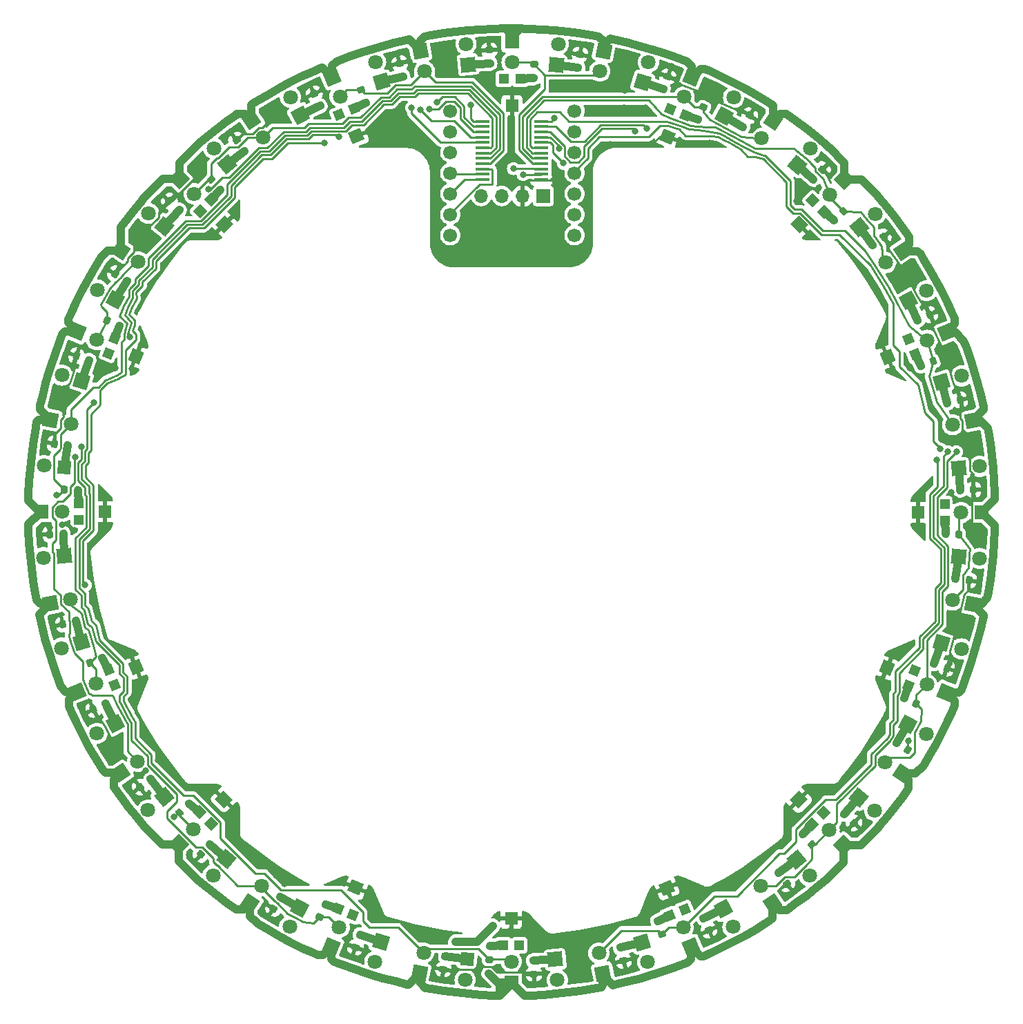
<source format=gbr>
%TF.GenerationSoftware,KiCad,Pcbnew,7.0.9*%
%TF.CreationDate,2024-06-22T14:18:39+09:00*%
%TF.ProjectId,Center_Line,43656e74-6572-45f4-9c69-6e652e6b6963,rev?*%
%TF.SameCoordinates,PX914aa10PY60e6338*%
%TF.FileFunction,Copper,L2,Bot*%
%TF.FilePolarity,Positive*%
%FSLAX46Y46*%
G04 Gerber Fmt 4.6, Leading zero omitted, Abs format (unit mm)*
G04 Created by KiCad (PCBNEW 7.0.9) date 2024-06-22 14:18:39*
%MOMM*%
%LPD*%
G01*
G04 APERTURE LIST*
G04 Aperture macros list*
%AMRoundRect*
0 Rectangle with rounded corners*
0 $1 Rounding radius*
0 $2 $3 $4 $5 $6 $7 $8 $9 X,Y pos of 4 corners*
0 Add a 4 corners polygon primitive as box body*
4,1,4,$2,$3,$4,$5,$6,$7,$8,$9,$2,$3,0*
0 Add four circle primitives for the rounded corners*
1,1,$1+$1,$2,$3*
1,1,$1+$1,$4,$5*
1,1,$1+$1,$6,$7*
1,1,$1+$1,$8,$9*
0 Add four rect primitives between the rounded corners*
20,1,$1+$1,$2,$3,$4,$5,0*
20,1,$1+$1,$4,$5,$6,$7,0*
20,1,$1+$1,$6,$7,$8,$9,0*
20,1,$1+$1,$8,$9,$2,$3,0*%
%AMRotRect*
0 Rectangle, with rotation*
0 The origin of the aperture is its center*
0 $1 length*
0 $2 width*
0 $3 Rotation angle, in degrees counterclockwise*
0 Add horizontal line*
21,1,$1,$2,0,0,$3*%
G04 Aperture macros list end*
%TA.AperFunction,ComponentPad*%
%ADD10C,1.700000*%
%TD*%
%TA.AperFunction,ComponentPad*%
%ADD11RotRect,1.800000X1.800000X230.625000*%
%TD*%
%TA.AperFunction,ComponentPad*%
%ADD12C,1.800000*%
%TD*%
%TA.AperFunction,SMDPad,CuDef*%
%ADD13RotRect,1.200000X1.200000X292.500000*%
%TD*%
%TA.AperFunction,SMDPad,CuDef*%
%ADD14RotRect,1.500000X1.600000X292.500000*%
%TD*%
%TA.AperFunction,ComponentPad*%
%ADD15RotRect,1.800000X1.800000X196.875000*%
%TD*%
%TA.AperFunction,SMDPad,CuDef*%
%ADD16RoundRect,0.200000X0.186265X0.284482X-0.213253X0.264855X-0.186265X-0.284482X0.213253X-0.264855X0*%
%TD*%
%TA.AperFunction,ComponentPad*%
%ADD17RotRect,1.800000X1.800000X123.750000*%
%TD*%
%TA.AperFunction,SMDPad,CuDef*%
%ADD18RoundRect,0.200000X0.264855X-0.213253X0.284482X0.186265X-0.264855X0.213253X-0.284482X-0.186265X0*%
%TD*%
%TA.AperFunction,SMDPad,CuDef*%
%ADD19R,1.200000X1.200000*%
%TD*%
%TA.AperFunction,SMDPad,CuDef*%
%ADD20R,1.500000X1.600000*%
%TD*%
%TA.AperFunction,ComponentPad*%
%ADD21RotRect,1.800000X1.800000X354.375000*%
%TD*%
%TA.AperFunction,ComponentPad*%
%ADD22RotRect,1.800000X1.800000X343.125000*%
%TD*%
%TA.AperFunction,ComponentPad*%
%ADD23R,1.700000X1.700000*%
%TD*%
%TA.AperFunction,ComponentPad*%
%ADD24O,1.700000X1.700000*%
%TD*%
%TA.AperFunction,ComponentPad*%
%ADD25RotRect,1.800000X1.800000X106.875000*%
%TD*%
%TA.AperFunction,SMDPad,CuDef*%
%ADD26RoundRect,0.200000X0.069450X-0.332869X0.338073X-0.036488X-0.069450X0.332869X-0.338073X0.036488X0*%
%TD*%
%TA.AperFunction,SMDPad,CuDef*%
%ADD27RotRect,1.200000X1.200000X45.000000*%
%TD*%
%TA.AperFunction,SMDPad,CuDef*%
%ADD28RotRect,1.500000X1.600000X45.000000*%
%TD*%
%TA.AperFunction,ComponentPad*%
%ADD29RotRect,1.800000X1.800000X146.250000*%
%TD*%
%TA.AperFunction,ComponentPad*%
%ADD30RotRect,1.800000X1.800000X78.750000*%
%TD*%
%TA.AperFunction,ComponentPad*%
%ADD31RotRect,1.800000X1.800000X67.500000*%
%TD*%
%TA.AperFunction,ComponentPad*%
%ADD32RotRect,1.800000X1.800000X303.750000*%
%TD*%
%TA.AperFunction,ComponentPad*%
%ADD33RotRect,1.800000X1.800000X135.000000*%
%TD*%
%TA.AperFunction,ComponentPad*%
%ADD34RotRect,1.800000X1.800000X61.875000*%
%TD*%
%TA.AperFunction,SMDPad,CuDef*%
%ADD35RoundRect,0.200000X0.191547X-0.280954X0.326303X0.095664X-0.191547X0.280954X-0.326303X-0.095664X0*%
%TD*%
%TA.AperFunction,SMDPad,CuDef*%
%ADD36RotRect,1.200000X1.200000X135.000000*%
%TD*%
%TA.AperFunction,SMDPad,CuDef*%
%ADD37RotRect,1.500000X1.600000X135.000000*%
%TD*%
%TA.AperFunction,SMDPad,CuDef*%
%ADD38RoundRect,0.200000X0.133055X-0.312924X0.338696X0.030167X-0.133055X0.312924X-0.338696X-0.030167X0*%
%TD*%
%TA.AperFunction,ComponentPad*%
%ADD39RotRect,1.800000X1.800000X315.000000*%
%TD*%
%TA.AperFunction,SMDPad,CuDef*%
%ADD40RoundRect,0.200000X-0.238186X-0.242677X0.157484X-0.301370X0.238186X0.242677X-0.157484X0.301370X0*%
%TD*%
%TA.AperFunction,ComponentPad*%
%ADD41RotRect,1.800000X1.800000X11.250000*%
%TD*%
%TA.AperFunction,SMDPad,CuDef*%
%ADD42RoundRect,0.200000X-0.334108X0.063220X-0.163086X-0.298376X0.334108X-0.063220X0.163086X0.298376X0*%
%TD*%
%TA.AperFunction,ComponentPad*%
%ADD43RotRect,1.800000X1.800000X151.875000*%
%TD*%
%TA.AperFunction,ComponentPad*%
%ADD44RotRect,1.800000X1.800000X320.625000*%
%TD*%
%TA.AperFunction,ComponentPad*%
%ADD45R,1.800000X1.800000*%
%TD*%
%TA.AperFunction,ComponentPad*%
%ADD46RotRect,1.800000X1.800000X191.250000*%
%TD*%
%TA.AperFunction,SMDPad,CuDef*%
%ADD47RoundRect,0.200000X0.280954X0.191547X-0.095664X0.326303X-0.280954X-0.191547X0.095664X-0.326303X0*%
%TD*%
%TA.AperFunction,SMDPad,CuDef*%
%ADD48RoundRect,0.200000X-0.326303X0.095664X-0.191547X-0.280954X0.326303X-0.095664X0.191547X0.280954X0*%
%TD*%
%TA.AperFunction,SMDPad,CuDef*%
%ADD49RoundRect,0.200000X0.315355X-0.127187X0.218163X0.260826X-0.315355X0.127187X-0.218163X-0.260826X0*%
%TD*%
%TA.AperFunction,ComponentPad*%
%ADD50RotRect,1.800000X1.800000X348.750000*%
%TD*%
%TA.AperFunction,SMDPad,CuDef*%
%ADD51RotRect,1.200000X1.200000X157.500000*%
%TD*%
%TA.AperFunction,SMDPad,CuDef*%
%ADD52RotRect,1.500000X1.600000X157.500000*%
%TD*%
%TA.AperFunction,ComponentPad*%
%ADD53RotRect,1.800000X1.800000X275.625000*%
%TD*%
%TA.AperFunction,ComponentPad*%
%ADD54RotRect,1.800000X1.800000X309.375000*%
%TD*%
%TA.AperFunction,ComponentPad*%
%ADD55RotRect,1.800000X1.800000X326.250000*%
%TD*%
%TA.AperFunction,ComponentPad*%
%ADD56RotRect,1.800000X1.800000X225.000000*%
%TD*%
%TA.AperFunction,SMDPad,CuDef*%
%ADD57RoundRect,0.200000X-0.242677X0.238186X-0.301370X-0.157484X0.242677X-0.238186X0.301370X0.157484X0*%
%TD*%
%TA.AperFunction,ComponentPad*%
%ADD58RotRect,1.800000X1.800000X129.375000*%
%TD*%
%TA.AperFunction,ComponentPad*%
%ADD59RotRect,1.800000X1.800000X219.375000*%
%TD*%
%TA.AperFunction,ComponentPad*%
%ADD60RotRect,1.800000X1.800000X28.125000*%
%TD*%
%TA.AperFunction,SMDPad,CuDef*%
%ADD61RotRect,1.200000X1.200000X202.500000*%
%TD*%
%TA.AperFunction,SMDPad,CuDef*%
%ADD62RotRect,1.500000X1.600000X202.500000*%
%TD*%
%TA.AperFunction,ComponentPad*%
%ADD63RotRect,1.800000X1.800000X140.625000*%
%TD*%
%TA.AperFunction,ComponentPad*%
%ADD64RotRect,1.800000X1.800000X118.125000*%
%TD*%
%TA.AperFunction,SMDPad,CuDef*%
%ADD65RoundRect,0.200000X0.003176X-0.340022X0.324459X-0.101742X-0.003176X0.340022X-0.324459X0.101742X0*%
%TD*%
%TA.AperFunction,ComponentPad*%
%ADD66RotRect,1.800000X1.800000X258.750000*%
%TD*%
%TA.AperFunction,ComponentPad*%
%ADD67RotRect,1.800000X1.800000X84.375000*%
%TD*%
%TA.AperFunction,ComponentPad*%
%ADD68RotRect,1.800000X1.800000X16.875000*%
%TD*%
%TA.AperFunction,SMDPad,CuDef*%
%ADD69RoundRect,0.200000X-0.284482X0.186265X-0.264855X-0.213253X0.284482X-0.186265X0.264855X0.213253X0*%
%TD*%
%TA.AperFunction,SMDPad,CuDef*%
%ADD70RoundRect,0.200000X0.242677X-0.238186X0.301370X0.157484X-0.242677X0.238186X-0.301370X-0.157484X0*%
%TD*%
%TA.AperFunction,ComponentPad*%
%ADD71RotRect,1.600000X1.600000X264.375000*%
%TD*%
%TA.AperFunction,ComponentPad*%
%ADD72RotRect,1.800000X1.800000X208.125000*%
%TD*%
%TA.AperFunction,SMDPad,CuDef*%
%ADD73RoundRect,0.200000X0.238186X0.242677X-0.157484X0.301370X-0.238186X-0.242677X0.157484X-0.301370X0*%
%TD*%
%TA.AperFunction,ComponentPad*%
%ADD74RotRect,1.800000X1.800000X39.375000*%
%TD*%
%TA.AperFunction,ComponentPad*%
%ADD75RotRect,1.800000X1.800000X56.250000*%
%TD*%
%TA.AperFunction,ComponentPad*%
%ADD76RotRect,1.800000X1.800000X298.125000*%
%TD*%
%TA.AperFunction,SMDPad,CuDef*%
%ADD77RoundRect,0.200000X0.063220X0.334108X-0.298376X0.163086X-0.063220X-0.334108X0.298376X-0.163086X0*%
%TD*%
%TA.AperFunction,ComponentPad*%
%ADD78RotRect,1.800000X1.800000X236.250000*%
%TD*%
%TA.AperFunction,ComponentPad*%
%ADD79RotRect,1.800000X1.800000X202.500000*%
%TD*%
%TA.AperFunction,SMDPad,CuDef*%
%ADD80RoundRect,0.200000X0.334108X-0.063220X0.163086X0.298376X-0.334108X0.063220X-0.163086X-0.298376X0*%
%TD*%
%TA.AperFunction,ComponentPad*%
%ADD81RotRect,1.800000X1.800000X33.750000*%
%TD*%
%TA.AperFunction,ComponentPad*%
%ADD82RotRect,1.800000X1.800000X286.875000*%
%TD*%
%TA.AperFunction,ComponentPad*%
%ADD83RotRect,1.800000X1.800000X331.875000*%
%TD*%
%TA.AperFunction,SMDPad,CuDef*%
%ADD84RoundRect,0.200000X0.127187X0.315355X-0.260826X0.218163X-0.127187X-0.315355X0.260826X-0.218163X0*%
%TD*%
%TA.AperFunction,SMDPad,CuDef*%
%ADD85RoundRect,0.200000X0.312924X0.133055X-0.030167X0.338696X-0.312924X-0.133055X0.030167X-0.338696X0*%
%TD*%
%TA.AperFunction,ComponentPad*%
%ADD86RotRect,1.800000X1.800000X101.250000*%
%TD*%
%TA.AperFunction,SMDPad,CuDef*%
%ADD87RoundRect,0.200000X-0.003176X0.340022X-0.324459X0.101742X0.003176X-0.340022X0.324459X-0.101742X0*%
%TD*%
%TA.AperFunction,SMDPad,CuDef*%
%ADD88RoundRect,0.200000X0.332869X0.069450X0.036488X0.338073X-0.332869X-0.069450X-0.036488X-0.338073X0*%
%TD*%
%TA.AperFunction,ComponentPad*%
%ADD89RotRect,1.800000X1.800000X22.500000*%
%TD*%
%TA.AperFunction,ComponentPad*%
%ADD90RotRect,1.800000X1.800000X157.500000*%
%TD*%
%TA.AperFunction,SMDPad,CuDef*%
%ADD91RoundRect,0.200000X-0.315355X0.127187X-0.218163X-0.260826X0.315355X-0.127187X0.218163X0.260826X0*%
%TD*%
%TA.AperFunction,SMDPad,CuDef*%
%ADD92R,1.600000X1.500000*%
%TD*%
%TA.AperFunction,SMDPad,CuDef*%
%ADD93RoundRect,0.200000X0.326303X-0.095664X0.191547X0.280954X-0.326303X0.095664X-0.191547X-0.280954X0*%
%TD*%
%TA.AperFunction,ComponentPad*%
%ADD94RotRect,1.800000X1.800000X247.500000*%
%TD*%
%TA.AperFunction,SMDPad,CuDef*%
%ADD95RoundRect,0.200000X-0.133055X0.312924X-0.338696X-0.030167X0.133055X-0.312924X0.338696X0.030167X0*%
%TD*%
%TA.AperFunction,SMDPad,CuDef*%
%ADD96RoundRect,0.200000X0.163086X-0.298376X0.334108X0.063220X-0.163086X0.298376X-0.334108X-0.063220X0*%
%TD*%
%TA.AperFunction,SMDPad,CuDef*%
%ADD97RotRect,1.200000X1.200000X225.000000*%
%TD*%
%TA.AperFunction,SMDPad,CuDef*%
%ADD98RotRect,1.500000X1.600000X225.000000*%
%TD*%
%TA.AperFunction,SMDPad,CuDef*%
%ADD99RoundRect,0.200000X-0.127187X-0.315355X0.260826X-0.218163X0.127187X0.315355X-0.260826X0.218163X0*%
%TD*%
%TA.AperFunction,ComponentPad*%
%ADD100RotRect,1.800000X1.800000X292.500000*%
%TD*%
%TA.AperFunction,SMDPad,CuDef*%
%ADD101RoundRect,0.200000X0.284482X-0.186265X0.264855X0.213253X-0.284482X0.186265X-0.264855X-0.213253X0*%
%TD*%
%TA.AperFunction,ComponentPad*%
%ADD102RotRect,1.800000X1.800000X45.000000*%
%TD*%
%TA.AperFunction,SMDPad,CuDef*%
%ADD103RotRect,1.200000X1.200000X112.500000*%
%TD*%
%TA.AperFunction,SMDPad,CuDef*%
%ADD104RotRect,1.500000X1.600000X112.500000*%
%TD*%
%TA.AperFunction,SMDPad,CuDef*%
%ADD105RoundRect,0.200000X-0.298376X-0.163086X0.063220X-0.334108X0.298376X0.163086X-0.063220X0.334108X0*%
%TD*%
%TA.AperFunction,ComponentPad*%
%ADD106RotRect,1.800000X1.800000X253.125000*%
%TD*%
%TA.AperFunction,SMDPad,CuDef*%
%ADD107RoundRect,0.200000X0.340022X0.003176X0.101742X0.324459X-0.340022X-0.003176X-0.101742X-0.324459X0*%
%TD*%
%TA.AperFunction,SMDPad,CuDef*%
%ADD108RotRect,1.200000X1.200000X247.500000*%
%TD*%
%TA.AperFunction,SMDPad,CuDef*%
%ADD109RotRect,1.500000X1.600000X247.500000*%
%TD*%
%TA.AperFunction,ComponentPad*%
%ADD110RotRect,1.800000X1.800000X95.625000*%
%TD*%
%TA.AperFunction,SMDPad,CuDef*%
%ADD111RoundRect,0.200000X0.036488X-0.338073X0.332869X-0.069450X-0.036488X0.338073X-0.332869X0.069450X0*%
%TD*%
%TA.AperFunction,SMDPad,CuDef*%
%ADD112RoundRect,0.200000X0.095664X0.326303X-0.280954X0.191547X-0.095664X-0.326303X0.280954X-0.191547X0*%
%TD*%
%TA.AperFunction,SMDPad,CuDef*%
%ADD113RoundRect,0.200000X0.213253X0.264855X-0.186265X0.284482X-0.213253X-0.264855X0.186265X-0.284482X0*%
%TD*%
%TA.AperFunction,SMDPad,CuDef*%
%ADD114RoundRect,0.200000X-0.069450X0.332869X-0.338073X0.036488X0.069450X-0.332869X0.338073X-0.036488X0*%
%TD*%
%TA.AperFunction,SMDPad,CuDef*%
%ADD115RoundRect,0.200000X-0.163086X0.298376X-0.334108X-0.063220X0.163086X-0.298376X0.334108X0.063220X0*%
%TD*%
%TA.AperFunction,ComponentPad*%
%ADD116RotRect,1.800000X1.800000X163.125000*%
%TD*%
%TA.AperFunction,ComponentPad*%
%ADD117RotRect,1.800000X1.800000X168.750000*%
%TD*%
%TA.AperFunction,SMDPad,CuDef*%
%ADD118RoundRect,0.200000X0.338074X0.036486X0.069453X0.332868X-0.338074X-0.036486X-0.069453X-0.332868X0*%
%TD*%
%TA.AperFunction,ComponentPad*%
%ADD119RotRect,1.800000X1.800000X50.625000*%
%TD*%
%TA.AperFunction,SMDPad,CuDef*%
%ADD120RoundRect,0.200000X-0.312924X-0.133055X0.030167X-0.338696X0.312924X0.133055X-0.030167X0.338696X0*%
%TD*%
%TA.AperFunction,ComponentPad*%
%ADD121RotRect,1.800000X1.800000X213.750000*%
%TD*%
%TA.AperFunction,ComponentPad*%
%ADD122RotRect,1.800000X1.800000X73.125000*%
%TD*%
%TA.AperFunction,SMDPad,CuDef*%
%ADD123RoundRect,0.200000X-0.213253X-0.264855X0.186265X-0.284482X0.213253X0.264855X-0.186265X0.284482X0*%
%TD*%
%TA.AperFunction,SMDPad,CuDef*%
%ADD124RoundRect,0.200000X-0.332869X-0.069450X-0.036488X-0.338073X0.332869X0.069450X0.036488X0.338073X0*%
%TD*%
%TA.AperFunction,SMDPad,CuDef*%
%ADD125RotRect,1.200000X1.200000X337.500000*%
%TD*%
%TA.AperFunction,SMDPad,CuDef*%
%ADD126RotRect,1.500000X1.600000X337.500000*%
%TD*%
%TA.AperFunction,ComponentPad*%
%ADD127RotRect,1.800000X1.800000X185.625000*%
%TD*%
%TA.AperFunction,ComponentPad*%
%ADD128RotRect,1.800000X1.800000X281.250000*%
%TD*%
%TA.AperFunction,SMDPad,CuDef*%
%ADD129RotRect,1.200000X1.200000X22.500000*%
%TD*%
%TA.AperFunction,SMDPad,CuDef*%
%ADD130RotRect,1.500000X1.600000X22.500000*%
%TD*%
%TA.AperFunction,SMDPad,CuDef*%
%ADD131R,1.750000X0.450000*%
%TD*%
%TA.AperFunction,SMDPad,CuDef*%
%ADD132RotRect,1.200000X1.200000X315.000000*%
%TD*%
%TA.AperFunction,SMDPad,CuDef*%
%ADD133RotRect,1.500000X1.600000X315.000000*%
%TD*%
%TA.AperFunction,ComponentPad*%
%ADD134RotRect,1.800000X1.800000X5.625000*%
%TD*%
%TA.AperFunction,SMDPad,CuDef*%
%ADD135RoundRect,0.200000X-0.036488X0.338073X-0.332869X0.069450X0.036488X-0.338073X0.332869X-0.069450X0*%
%TD*%
%TA.AperFunction,ComponentPad*%
%ADD136RotRect,1.800000X1.800000X241.875000*%
%TD*%
%TA.AperFunction,ComponentPad*%
%ADD137RotRect,1.600000X1.600000X174.375000*%
%TD*%
%TA.AperFunction,SMDPad,CuDef*%
%ADD138RoundRect,0.200000X-0.095664X-0.326303X0.280954X-0.191547X0.095664X0.326303X-0.280954X0.191547X0*%
%TD*%
%TA.AperFunction,SMDPad,CuDef*%
%ADD139RoundRect,0.200000X0.298376X0.163086X-0.063220X0.334108X-0.298376X-0.163086X0.063220X-0.334108X0*%
%TD*%
%TA.AperFunction,SMDPad,CuDef*%
%ADD140RoundRect,0.200000X-0.191547X0.280954X-0.326303X-0.095664X0.191547X-0.280954X0.326303X0.095664X0*%
%TD*%
%TA.AperFunction,SMDPad,CuDef*%
%ADD141RoundRect,0.200000X-0.340022X-0.003176X-0.101742X-0.324459X0.340022X0.003176X0.101742X0.324459X0*%
%TD*%
%TA.AperFunction,SMDPad,CuDef*%
%ADD142RoundRect,0.200000X-0.264855X0.213253X-0.284482X-0.186265X0.264855X-0.213253X0.284482X0.186265X0*%
%TD*%
%TA.AperFunction,SMDPad,CuDef*%
%ADD143RoundRect,0.200000X-0.063220X-0.334108X0.298376X-0.163086X0.063220X0.334108X-0.298376X0.163086X0*%
%TD*%
%TA.AperFunction,SMDPad,CuDef*%
%ADD144RoundRect,0.200000X-0.338073X-0.036488X-0.069450X-0.332869X0.338073X0.036488X0.069450X0.332869X0*%
%TD*%
%TA.AperFunction,ComponentPad*%
%ADD145RotRect,1.800000X1.800000X337.500000*%
%TD*%
%TA.AperFunction,ComponentPad*%
%ADD146RotRect,1.800000X1.800000X112.500000*%
%TD*%
%TA.AperFunction,SMDPad,CuDef*%
%ADD147RoundRect,0.200000X-0.280954X-0.191547X0.095664X-0.326303X0.280954X0.191547X-0.095664X0.326303X0*%
%TD*%
%TA.AperFunction,SMDPad,CuDef*%
%ADD148RotRect,1.200000X1.200000X67.500000*%
%TD*%
%TA.AperFunction,SMDPad,CuDef*%
%ADD149RotRect,1.500000X1.600000X67.500000*%
%TD*%
%TA.AperFunction,SMDPad,CuDef*%
%ADD150RoundRect,0.200000X-0.186265X-0.284482X0.213253X-0.264855X0.186265X0.284482X-0.213253X0.264855X0*%
%TD*%
%TA.AperFunction,ViaPad*%
%ADD151C,0.800000*%
%TD*%
%TA.AperFunction,Conductor*%
%ADD152C,1.000000*%
%TD*%
%TA.AperFunction,Conductor*%
%ADD153C,0.250000*%
%TD*%
G04 APERTURE END LIST*
D10*
%TO.P,U2,1,DAC*%
%TO.N,/com*%
X-7518400Y49180600D03*
%TO.P,U2,2*%
%TO.N,/S0*%
X-7518400Y46640600D03*
%TO.P,U2,3*%
%TO.N,/S1*%
X-7518400Y44100600D03*
%TO.P,U2,4*%
%TO.N,/S2*%
X-7518400Y41560600D03*
%TO.P,U2,5,SDA*%
%TO.N,/S3*%
X-7518400Y39020600D03*
%TO.P,U2,6,SCL*%
%TO.N,/E*%
X-7518400Y36480600D03*
%TO.P,U2,7,TX*%
%TO.N,/LINE_RX*%
X-7518400Y33940600D03*
%TO.P,U2,8,RX*%
%TO.N,/LINE_TX*%
X7721600Y33940600D03*
%TO.P,U2,9,SCK*%
%TO.N,/RIGHT*%
X7721600Y36480600D03*
%TO.P,U2,10,MISO*%
%TO.N,/BACK*%
X7721600Y39020600D03*
%TO.P,U2,11,MOSI*%
%TO.N,/LEFT*%
X7721600Y41560600D03*
%TO.P,U2,12,3V3*%
%TO.N,+3.3V*%
X7721600Y44100600D03*
%TO.P,U2,13,GND*%
%TO.N,GND*%
X7721600Y46640600D03*
%TO.P,U2,14,5V*%
%TO.N,+5V*%
X7721600Y49180600D03*
%TD*%
D11*
%TO.P,D20,1,K*%
%TO.N,Net-(D20-K)*%
X-35006519Y-42575493D03*
D12*
%TO.P,D20,2,A*%
%TO.N,+5V*%
X-36617878Y-44538940D03*
%TD*%
D13*
%TO.P,RV16,1,1*%
%TO.N,unconnected-(RV16-Pad1)*%
X-21202871Y48707879D03*
D14*
%TO.P,RV16,2,2*%
%TO.N,GND*%
X-19035270Y46087954D03*
D13*
%TO.P,RV16,3,3*%
%TO.N,Net-(R48-Pad1)*%
X-19355112Y49473246D03*
%TD*%
D15*
%TO.P,D23,1,K*%
%TO.N,Net-(D23-K)*%
X-52760533Y-15951649D03*
D12*
%TO.P,D23,2,A*%
%TO.N,+5V*%
X-55191161Y-16688972D03*
%TD*%
D16*
%TO.P,R8,1*%
%TO.N,GND*%
X56645380Y2731946D03*
%TO.P,R8,2*%
%TO.N,Net-(D8-K)*%
X54997368Y2650984D03*
%TD*%
D17*
%TO.P,Q14,1,C*%
%TO.N,+3.3V*%
X31997052Y-47978411D03*
D12*
%TO.P,Q14,2,E*%
%TO.N,/7*%
X30585904Y-45866478D03*
%TD*%
D18*
%TO.P,R33,1*%
%TO.N,Net-(R33-Pad1)*%
X2665221Y53216526D03*
%TO.P,R33,2*%
%TO.N,/1*%
X2746183Y54864538D03*
%TD*%
D19*
%TO.P,RV13,1,1*%
%TO.N,unconnected-(RV13-Pad1)*%
X-53114200Y-949200D03*
D20*
%TO.P,RV13,2,2*%
%TO.N,GND*%
X-49864200Y50800D03*
D19*
%TO.P,RV13,3,3*%
%TO.N,Net-(R45-Pad1)*%
X-53114200Y1050800D03*
%TD*%
D21*
%TO.P,D9,1,K*%
%TO.N,Net-(D9-K)*%
X54848808Y-5453182D03*
D12*
%TO.P,D9,2,A*%
%TO.N,+5V*%
X57376577Y-5702146D03*
%TD*%
D22*
%TO.P,D10,1,K*%
%TO.N,Net-(D10-K)*%
X52731041Y-16048872D03*
D12*
%TO.P,D10,2,A*%
%TO.N,+5V*%
X55161669Y-16786195D03*
%TD*%
D23*
%TO.P,J1,1,Pin_1*%
%TO.N,+5V*%
X3875400Y38747000D03*
D24*
%TO.P,J1,2,Pin_2*%
%TO.N,GND*%
X1335400Y38747000D03*
%TO.P,J1,3*%
%TO.N,/LINE_TX*%
X-1204600Y38747000D03*
%TO.P,J1,4*%
%TO.N,/LINE_RX*%
X-3744600Y38747000D03*
%TD*%
D25*
%TO.P,D31,1,K*%
%TO.N,Net-(D31-K)*%
X-15951649Y52760532D03*
D12*
%TO.P,D31,2,A*%
%TO.N,+5V*%
X-16688972Y55191160D03*
%TD*%
D26*
%TO.P,R20,1*%
%TO.N,GND*%
X-38122554Y-41986108D03*
%TO.P,R20,2*%
%TO.N,Net-(D20-K)*%
X-37014482Y-40763538D03*
%TD*%
D27*
%TO.P,RV11,1,1*%
%TO.N,unconnected-(RV11-Pad1)*%
X-36886225Y-38228597D03*
D28*
%TO.P,RV11,2,2*%
%TO.N,GND*%
X-35295235Y-35223393D03*
D27*
%TO.P,RV11,3,3*%
%TO.N,Net-(R43-Pad1)*%
X-38300439Y-36814383D03*
%TD*%
D29*
%TO.P,Q12,1,C*%
%TO.N,+3.3V*%
X47921964Y-32081530D03*
D12*
%TO.P,Q12,2,E*%
%TO.N,/6*%
X45810031Y-30670382D03*
%TD*%
D30*
%TO.P,Q18,1,C*%
%TO.N,+3.3V*%
X-11300527Y-56551192D03*
D12*
%TO.P,Q18,2,E*%
%TO.N,/9*%
X-10804998Y-54059997D03*
%TD*%
D31*
%TO.P,Q19,1,C*%
%TO.N,+3.3V*%
X-22115981Y-53259953D03*
D12*
%TO.P,Q19,2,E*%
%TO.N,/10*%
X-21143965Y-50913299D03*
%TD*%
D32*
%TO.P,Q30,1,C*%
%TO.N,+3.3V*%
X-31902400Y48012200D03*
D12*
%TO.P,Q30,2,E*%
%TO.N,/15*%
X-30491252Y45900267D03*
%TD*%
D33*
%TO.P,Q13,1,C*%
%TO.N,+3.3V*%
X40742361Y-40814204D03*
D12*
%TO.P,Q13,2,E*%
%TO.N,/7*%
X38946310Y-39018153D03*
%TD*%
D34*
%TO.P,D3,1,K*%
%TO.N,Net-(D3-K)*%
X26027813Y48586848D03*
D12*
%TO.P,D3,2,A*%
%TO.N,+5V*%
X27225161Y50826928D03*
%TD*%
D35*
%TO.P,R18,1*%
%TO.N,GND*%
X-19153259Y-53378976D03*
%TO.P,R18,2*%
%TO.N,Net-(D18-K)*%
X-18597391Y-51825428D03*
%TD*%
D36*
%TO.P,RV7,1,1*%
%TO.N,unconnected-(RV7-Pad1)*%
X38228597Y-36886225D03*
D37*
%TO.P,RV7,2,2*%
%TO.N,GND*%
X35223393Y-35295235D03*
D36*
%TO.P,RV7,3,3*%
%TO.N,Net-(R39-Pad1)*%
X36814383Y-38300439D03*
%TD*%
D38*
%TO.P,R19,1*%
%TO.N,GND*%
X-29198957Y-48616698D03*
%TO.P,R19,2*%
%TO.N,Net-(D19-K)*%
X-28350687Y-47201446D03*
%TD*%
D39*
%TO.P,Q29,1,C*%
%TO.N,+3.3V*%
X-40742361Y40814204D03*
D12*
%TO.P,Q29,2,E*%
%TO.N,/15*%
X-38946310Y39018153D03*
%TD*%
D40*
%TO.P,R25,1*%
%TO.N,GND*%
X-56089930Y8371512D03*
%TO.P,R25,2*%
%TO.N,Net-(D25-K)*%
X-54457788Y8129406D03*
%TD*%
D41*
%TO.P,Q24,1,C*%
%TO.N,+3.3V*%
X-56571013Y-11200879D03*
D12*
%TO.P,Q24,2,E*%
%TO.N,/12*%
X-54079818Y-10705350D03*
%TD*%
D42*
%TO.P,R30,1*%
%TO.N,GND*%
X-24201239Y51288035D03*
%TO.P,R30,2*%
%TO.N,Net-(D30-K)*%
X-23495773Y49796453D03*
%TD*%
D43*
%TO.P,D27,1,K*%
%TO.N,Net-(D27-K)*%
X-48586850Y26027811D03*
D12*
%TO.P,D27,2,A*%
%TO.N,+5V*%
X-50826930Y27225159D03*
%TD*%
D44*
%TO.P,D12,1,K*%
%TO.N,Net-(D12-K)*%
X42575492Y-35006520D03*
D12*
%TO.P,D12,2,A*%
%TO.N,+5V*%
X44538939Y-36617879D03*
%TD*%
D45*
%TO.P,Q1,1,C*%
%TO.N,+3.3V*%
X50800Y57669200D03*
D12*
%TO.P,Q1,2,E*%
%TO.N,/1*%
X50800Y55129200D03*
%TD*%
D46*
%TO.P,Q8,1,C*%
%TO.N,+3.3V*%
X56571013Y11200879D03*
D12*
%TO.P,Q8,2,E*%
%TO.N,/4*%
X54079818Y10705350D03*
%TD*%
D47*
%TO.P,R10,1*%
%TO.N,GND*%
X53378978Y-19153259D03*
%TO.P,R10,2*%
%TO.N,Net-(D10-K)*%
X51825430Y-18597391D03*
%TD*%
D48*
%TO.P,R40,1*%
%TO.N,Net-(R40-Pad1)*%
X17902739Y-50185596D03*
%TO.P,R40,2*%
%TO.N,/8*%
X18458607Y-51739144D03*
%TD*%
D49*
%TO.P,R15,1*%
%TO.N,GND*%
X13730416Y-55023978D03*
%TO.P,R15,2*%
%TO.N,Net-(D15-K)*%
X13329498Y-53423426D03*
%TD*%
D50*
%TO.P,Q26,1,C*%
%TO.N,+3.3V*%
X-56551192Y11300527D03*
D12*
%TO.P,Q26,2,E*%
%TO.N,/13*%
X-54059997Y10804998D03*
%TD*%
D51*
%TO.P,RV6,1,1*%
%TO.N,unconnected-(RV6-Pad1)*%
X49434366Y-19448978D03*
D52*
%TO.P,RV6,2,2*%
%TO.N,GND*%
X46049074Y-19129136D03*
D51*
%TO.P,RV6,3,3*%
%TO.N,Net-(R38-Pad1)*%
X48668999Y-21296737D03*
%TD*%
D53*
%TO.P,D16,1,K*%
%TO.N,Net-(D16-K)*%
X5352072Y-54858767D03*
D12*
%TO.P,D16,2,A*%
%TO.N,+5V*%
X5601036Y-57386536D03*
%TD*%
D54*
%TO.P,D13,1,K*%
%TO.N,Net-(D13-K)*%
X34927983Y-42639946D03*
D12*
%TO.P,D13,2,A*%
%TO.N,+5V*%
X36539342Y-44603393D03*
%TD*%
D55*
%TO.P,Q28,1,C*%
%TO.N,+3.3V*%
X-47921964Y32081530D03*
D12*
%TO.P,Q28,2,E*%
%TO.N,/14*%
X-45810031Y30670382D03*
%TD*%
D56*
%TO.P,Q5,1,C*%
%TO.N,+3.3V*%
X40814204Y40742361D03*
D12*
%TO.P,Q5,2,E*%
%TO.N,/3*%
X39018153Y38946310D03*
%TD*%
D57*
%TO.P,R1,1*%
%TO.N,GND*%
X8371512Y56089933D03*
%TO.P,R1,2*%
%TO.N,Net-(D1-K)*%
X8129406Y54457791D03*
%TD*%
D58*
%TO.P,D29,1,K*%
%TO.N,Net-(D29-K)*%
X-34927984Y42639944D03*
D12*
%TO.P,D29,2,A*%
%TO.N,+5V*%
X-36539343Y44603391D03*
%TD*%
D59*
%TO.P,D21,1,K*%
%TO.N,Net-(D21-K)*%
X-42639945Y-34927984D03*
D12*
%TO.P,D21,2,A*%
%TO.N,+5V*%
X-44603392Y-36539343D03*
%TD*%
D60*
%TO.P,D6,1,K*%
%TO.N,Net-(D6-K)*%
X48634743Y25938210D03*
D12*
%TO.P,D6,2,A*%
%TO.N,+5V*%
X50874823Y27135558D03*
%TD*%
D61*
%TO.P,RV4,1,1*%
%TO.N,unconnected-(RV4-Pad1)*%
X48707880Y21202871D03*
D62*
%TO.P,RV4,2,2*%
%TO.N,GND*%
X46087955Y19035270D03*
D61*
%TO.P,RV4,3,3*%
%TO.N,Net-(R36-Pad1)*%
X49473247Y19355112D03*
%TD*%
D63*
%TO.P,D28,1,K*%
%TO.N,Net-(D28-K)*%
X-42575493Y35006518D03*
D12*
%TO.P,D28,2,A*%
%TO.N,+5V*%
X-44538940Y36617877D03*
%TD*%
D64*
%TO.P,D30,1,K*%
%TO.N,Net-(D30-K)*%
X-25938212Y48634741D03*
D12*
%TO.P,D30,2,A*%
%TO.N,+5V*%
X-27135560Y50874821D03*
%TD*%
D65*
%TO.P,R21,1*%
%TO.N,GND*%
X-45581123Y-33742016D03*
%TO.P,R21,2*%
%TO.N,Net-(D21-K)*%
X-44255831Y-32759112D03*
%TD*%
D66*
%TO.P,Q2,1,C*%
%TO.N,+3.3V*%
X11300527Y56551192D03*
D12*
%TO.P,Q2,2,E*%
%TO.N,/1*%
X10804998Y54059997D03*
%TD*%
D67*
%TO.P,D1,1,K*%
%TO.N,Net-(D1-K)*%
X5453182Y54848807D03*
D12*
%TO.P,D1,2,A*%
%TO.N,+5V*%
X5702146Y57376576D03*
%TD*%
D68*
%TO.P,D7,1,K*%
%TO.N,Net-(D7-K)*%
X52760534Y15951647D03*
D12*
%TO.P,D7,2,A*%
%TO.N,+5V*%
X55191162Y16688970D03*
%TD*%
D69*
%TO.P,R32,1*%
%TO.N,GND*%
X-2731949Y56645379D03*
%TO.P,R32,2*%
%TO.N,Net-(D32-K)*%
X-2650987Y54997367D03*
%TD*%
D70*
%TO.P,R17,1*%
%TO.N,GND*%
X-8371514Y-56089929D03*
%TO.P,R17,2*%
%TO.N,Net-(D17-K)*%
X-8129408Y-54457787D03*
%TD*%
D19*
%TO.P,RV5,1,1*%
%TO.N,unconnected-(RV5-Pad1)*%
X53114200Y949200D03*
D20*
%TO.P,RV5,2,2*%
%TO.N,GND*%
X49864200Y-50800D03*
D19*
%TO.P,RV5,3,3*%
%TO.N,Net-(R37-Pad1)*%
X53114200Y-1050800D03*
%TD*%
D71*
%TO.P,D17,1,K*%
%TO.N,Net-(D17-K)*%
X-5453181Y-54848809D03*
D12*
%TO.P,D17,2,A*%
%TO.N,+5V*%
X-5702145Y-57376578D03*
%TD*%
D72*
%TO.P,D22,1,K*%
%TO.N,Net-(D22-K)*%
X-48634742Y-25938212D03*
D12*
%TO.P,D22,2,A*%
%TO.N,+5V*%
X-50874822Y-27135560D03*
%TD*%
D73*
%TO.P,R9,1*%
%TO.N,GND*%
X56089931Y-8371514D03*
%TO.P,R9,2*%
%TO.N,Net-(D9-K)*%
X54457789Y-8129408D03*
%TD*%
D74*
%TO.P,D5,1,K*%
%TO.N,Net-(D5-K)*%
X42639946Y34927982D03*
D12*
%TO.P,D5,2,A*%
%TO.N,+5V*%
X44603393Y36539341D03*
%TD*%
D75*
%TO.P,Q20,1,C*%
%TO.N,+3.3V*%
X-32081530Y-47921964D03*
D12*
%TO.P,Q20,2,E*%
%TO.N,/10*%
X-30670382Y-45810031D03*
%TD*%
D76*
%TO.P,D14,1,K*%
%TO.N,Net-(D14-K)*%
X25938211Y-48634743D03*
D12*
%TO.P,D14,2,A*%
%TO.N,+5V*%
X27135559Y-50874823D03*
%TD*%
D77*
%TO.P,R6,1*%
%TO.N,GND*%
X51288037Y24201238D03*
%TO.P,R6,2*%
%TO.N,Net-(D6-K)*%
X49796455Y23495772D03*
%TD*%
D78*
%TO.P,Q4,1,C*%
%TO.N,+3.3V*%
X32081530Y47921964D03*
D12*
%TO.P,Q4,2,E*%
%TO.N,/2*%
X30670382Y45810031D03*
%TD*%
D79*
%TO.P,Q7,1,C*%
%TO.N,+3.3V*%
X53298834Y22022114D03*
D12*
%TO.P,Q7,2,E*%
%TO.N,/4*%
X50952180Y21050098D03*
%TD*%
D80*
%TO.P,R14,1*%
%TO.N,GND*%
X24201236Y-51288036D03*
%TO.P,R14,2*%
%TO.N,Net-(D14-K)*%
X23495770Y-49796454D03*
%TD*%
D81*
%TO.P,Q22,1,C*%
%TO.N,+3.3V*%
X-47978411Y-31997052D03*
D12*
%TO.P,Q22,2,E*%
%TO.N,/11*%
X-45866478Y-30585904D03*
%TD*%
D82*
%TO.P,D15,1,K*%
%TO.N,Net-(D15-K)*%
X15951648Y-52760534D03*
D12*
%TO.P,D15,2,A*%
%TO.N,+5V*%
X16688971Y-55191162D03*
%TD*%
D83*
%TO.P,D11,1,K*%
%TO.N,Net-(D11-K)*%
X48586849Y-26027813D03*
D12*
%TO.P,D11,2,A*%
%TO.N,+5V*%
X50826929Y-27225161D03*
%TD*%
D84*
%TO.P,R7,1*%
%TO.N,GND*%
X55023979Y13730418D03*
%TO.P,R7,2*%
%TO.N,Net-(D7-K)*%
X53423427Y13329500D03*
%TD*%
D85*
%TO.P,R11,1*%
%TO.N,GND*%
X48616700Y-29198957D03*
%TO.P,R11,2*%
%TO.N,Net-(D11-K)*%
X47201448Y-28350687D03*
%TD*%
D86*
%TO.P,Q16,1,C*%
%TO.N,+3.3V*%
X11200879Y-56571013D03*
D12*
%TO.P,Q16,2,E*%
%TO.N,/8*%
X10705350Y-54079818D03*
%TD*%
D87*
%TO.P,R5,1*%
%TO.N,GND*%
X45581124Y33742018D03*
%TO.P,R5,2*%
%TO.N,Net-(D5-K)*%
X44255832Y32759114D03*
%TD*%
D45*
%TO.P,Q17,1,C*%
%TO.N,+3.3V*%
X-50800Y-57669200D03*
D12*
%TO.P,Q17,2,E*%
%TO.N,/9*%
X-50800Y-55129200D03*
%TD*%
D88*
%TO.P,R12,1*%
%TO.N,GND*%
X41986109Y-38122555D03*
%TO.P,R12,2*%
%TO.N,Net-(D12-K)*%
X40763539Y-37014483D03*
%TD*%
D89*
%TO.P,Q23,1,C*%
%TO.N,+3.3V*%
X-53298834Y-22022114D03*
D12*
%TO.P,Q23,2,E*%
%TO.N,/12*%
X-50952180Y-21050098D03*
%TD*%
D90*
%TO.P,Q11,1,C*%
%TO.N,+3.3V*%
X53259953Y-22115981D03*
D12*
%TO.P,Q11,2,E*%
%TO.N,/6*%
X50913299Y-21143965D03*
%TD*%
D91*
%TO.P,R31,1*%
%TO.N,GND*%
X-13730420Y55023978D03*
%TO.P,R31,2*%
%TO.N,Net-(D31-K)*%
X-13329502Y53423426D03*
%TD*%
D19*
%TO.P,RV1,1,1*%
%TO.N,unconnected-(RV1-Pad1)*%
X-949200Y53114200D03*
D92*
%TO.P,RV1,2,2*%
%TO.N,GND*%
X50800Y49864200D03*
D19*
%TO.P,RV1,3,3*%
%TO.N,Net-(R33-Pad1)*%
X1050800Y53114200D03*
%TD*%
D93*
%TO.P,R48,1*%
%TO.N,Net-(R48-Pad1)*%
X-17902740Y50185595D03*
%TO.P,R48,2*%
%TO.N,/16*%
X-18458608Y51739143D03*
%TD*%
D94*
%TO.P,Q3,1,C*%
%TO.N,+3.3V*%
X22115981Y53259953D03*
D12*
%TO.P,Q3,2,E*%
%TO.N,/2*%
X21143965Y50913299D03*
%TD*%
D95*
%TO.P,R3,1*%
%TO.N,GND*%
X29198957Y48616702D03*
%TO.P,R3,2*%
%TO.N,Net-(D3-K)*%
X28350687Y47201450D03*
%TD*%
D96*
%TO.P,R34,1*%
%TO.N,Net-(R34-Pad1)*%
X22827426Y48145723D03*
%TO.P,R34,2*%
%TO.N,/2*%
X23532892Y49637305D03*
%TD*%
D97*
%TO.P,RV3,1,1*%
%TO.N,unconnected-(RV3-Pad1)*%
X36886225Y38228597D03*
D98*
%TO.P,RV3,2,2*%
%TO.N,GND*%
X35295235Y35223393D03*
D97*
%TO.P,RV3,3,3*%
%TO.N,Net-(R35-Pad1)*%
X38300439Y36814383D03*
%TD*%
D99*
%TO.P,R23,1*%
%TO.N,GND*%
X-55023977Y-13730418D03*
%TO.P,R23,2*%
%TO.N,Net-(D23-K)*%
X-53423425Y-13329500D03*
%TD*%
D100*
%TO.P,Q31,1,C*%
%TO.N,+3.3V*%
X-22022114Y53298834D03*
D12*
%TO.P,Q31,2,E*%
%TO.N,/16*%
X-21050098Y50952180D03*
%TD*%
D101*
%TO.P,R16,1*%
%TO.N,GND*%
X2731945Y-56645378D03*
%TO.P,R16,2*%
%TO.N,Net-(D16-K)*%
X2650983Y-54997366D03*
%TD*%
D102*
%TO.P,Q21,1,C*%
%TO.N,+3.3V*%
X-40814204Y-40742361D03*
D12*
%TO.P,Q21,2,E*%
%TO.N,/11*%
X-39018153Y-38946310D03*
%TD*%
D103*
%TO.P,RV8,1,1*%
%TO.N,unconnected-(RV8-Pad1)*%
X21202871Y-48707880D03*
D104*
%TO.P,RV8,2,2*%
%TO.N,GND*%
X19035270Y-46087955D03*
D103*
%TO.P,RV8,3,3*%
%TO.N,Net-(R40-Pad1)*%
X19355112Y-49473247D03*
%TD*%
D105*
%TO.P,R38,1*%
%TO.N,Net-(R38-Pad1)*%
X48145723Y-22827427D03*
%TO.P,R38,2*%
%TO.N,/6*%
X49637305Y-23532893D03*
%TD*%
D106*
%TO.P,D18,1,K*%
%TO.N,Net-(D18-K)*%
X-16048871Y-52731042D03*
D12*
%TO.P,D18,2,A*%
%TO.N,+5V*%
X-16786194Y-55161670D03*
%TD*%
D107*
%TO.P,R13,1*%
%TO.N,GND*%
X33742016Y-45581124D03*
%TO.P,R13,2*%
%TO.N,Net-(D13-K)*%
X32759112Y-44255832D03*
%TD*%
D108*
%TO.P,RV2,1,1*%
%TO.N,unconnected-(RV2-Pad1)*%
X19448978Y49434366D03*
D109*
%TO.P,RV2,2,2*%
%TO.N,GND*%
X19129136Y46049074D03*
D108*
%TO.P,RV2,3,3*%
%TO.N,Net-(R34-Pad1)*%
X21296737Y48668999D03*
%TD*%
D110*
%TO.P,D32,1,K*%
%TO.N,Net-(D32-K)*%
X-5352073Y54858766D03*
D12*
%TO.P,D32,2,A*%
%TO.N,+5V*%
X-5601037Y57386535D03*
%TD*%
D111*
%TO.P,R35,1*%
%TO.N,Net-(R35-Pad1)*%
X39514362Y35745170D03*
%TO.P,R35,2*%
%TO.N,/3*%
X40736932Y36853242D03*
%TD*%
D112*
%TO.P,R44,1*%
%TO.N,Net-(R44-Pad1)*%
X-50185596Y-17902740D03*
%TO.P,R44,2*%
%TO.N,/12*%
X-51739144Y-18458608D03*
%TD*%
D113*
%TO.P,R45,1*%
%TO.N,Net-(R45-Pad1)*%
X-53216527Y2665221D03*
%TO.P,R45,2*%
%TO.N,/13*%
X-54864539Y2746183D03*
%TD*%
D114*
%TO.P,R4,1*%
%TO.N,GND*%
X38122555Y41986111D03*
%TO.P,R4,2*%
%TO.N,Net-(D4-K)*%
X37014483Y40763541D03*
%TD*%
D115*
%TO.P,R42,1*%
%TO.N,Net-(R42-Pad1)*%
X-22827427Y-48145724D03*
%TO.P,R42,2*%
%TO.N,/10*%
X-23532893Y-49637306D03*
%TD*%
D116*
%TO.P,D26,1,K*%
%TO.N,Net-(D26-K)*%
X-52731041Y16048870D03*
D12*
%TO.P,D26,2,A*%
%TO.N,+5V*%
X-55161669Y16786193D03*
%TD*%
D117*
%TO.P,Q10,1,C*%
%TO.N,+3.3V*%
X56551192Y-11300527D03*
D12*
%TO.P,Q10,2,E*%
%TO.N,/5*%
X54059997Y-10804998D03*
%TD*%
D118*
%TO.P,R47,1*%
%TO.N,Net-(R47-Pad1)*%
X-35745176Y39514357D03*
%TO.P,R47,2*%
%TO.N,/15*%
X-36853238Y40736937D03*
%TD*%
D119*
%TO.P,D4,1,K*%
%TO.N,Net-(D4-K)*%
X35006520Y42575491D03*
D12*
%TO.P,D4,2,A*%
%TO.N,+5V*%
X36617879Y44538938D03*
%TD*%
D120*
%TO.P,R27,1*%
%TO.N,GND*%
X-48616700Y29198955D03*
%TO.P,R27,2*%
%TO.N,Net-(D27-K)*%
X-47201448Y28350685D03*
%TD*%
D121*
%TO.P,Q6,1,C*%
%TO.N,+3.3V*%
X47978411Y31997052D03*
D12*
%TO.P,Q6,2,E*%
%TO.N,/3*%
X45866478Y30585904D03*
%TD*%
D122*
%TO.P,D2,1,K*%
%TO.N,Net-(D2-K)*%
X16048872Y52731040D03*
D12*
%TO.P,D2,2,A*%
%TO.N,+5V*%
X16786195Y55161668D03*
%TD*%
D123*
%TO.P,R37,1*%
%TO.N,Net-(R37-Pad1)*%
X53216526Y-2665222D03*
%TO.P,R37,2*%
%TO.N,/5*%
X54864538Y-2746184D03*
%TD*%
D124*
%TO.P,R28,1*%
%TO.N,GND*%
X-41986111Y38122553D03*
%TO.P,R28,2*%
%TO.N,Net-(D28-K)*%
X-40763541Y37014481D03*
%TD*%
D125*
%TO.P,RV14,1,1*%
%TO.N,unconnected-(RV14-Pad1)*%
X-49434366Y19448978D03*
D126*
%TO.P,RV14,2,2*%
%TO.N,GND*%
X-46049074Y19129136D03*
D125*
%TO.P,RV14,3,3*%
%TO.N,Net-(R46-Pad1)*%
X-48668999Y21296737D03*
%TD*%
D127*
%TO.P,D24,1,K*%
%TO.N,Net-(D24-K)*%
X-54858766Y-5352073D03*
D12*
%TO.P,D24,2,A*%
%TO.N,+5V*%
X-57386535Y-5601037D03*
%TD*%
D19*
%TO.P,RV9,1,1*%
%TO.N,unconnected-(RV9-Pad1)*%
X949200Y-53114200D03*
D92*
%TO.P,RV9,2,2*%
%TO.N,GND*%
X-50800Y-49864200D03*
D19*
%TO.P,RV9,3,3*%
%TO.N,Net-(R41-Pad1)*%
X-1050800Y-53114200D03*
%TD*%
D128*
%TO.P,Q32,1,C*%
%TO.N,+3.3V*%
X-11176000Y56521200D03*
D12*
%TO.P,Q32,2,E*%
%TO.N,/16*%
X-10680471Y54030005D03*
%TD*%
D129*
%TO.P,RV12,1,1*%
%TO.N,unconnected-(RV12-Pad1)*%
X-48707880Y-21202871D03*
D130*
%TO.P,RV12,2,2*%
%TO.N,GND*%
X-46087955Y-19035270D03*
D129*
%TO.P,RV12,3,3*%
%TO.N,Net-(R44-Pad1)*%
X-49473247Y-19355112D03*
%TD*%
D131*
%TO.P,U1,1,COM*%
%TO.N,/com*%
X3632200Y47910600D03*
%TO.P,U1,2,I7*%
%TO.N,/8*%
X3632200Y47260600D03*
%TO.P,U1,3,I6*%
%TO.N,/7*%
X3632200Y46610600D03*
%TO.P,U1,4,I5*%
%TO.N,/6*%
X3632200Y45960600D03*
%TO.P,U1,5,I4*%
%TO.N,/5*%
X3632200Y45310600D03*
%TO.P,U1,6,I3*%
%TO.N,/4*%
X3632200Y44660600D03*
%TO.P,U1,7,I2*%
%TO.N,/3*%
X3632200Y44010600D03*
%TO.P,U1,8,I1*%
%TO.N,/2*%
X3632200Y43360600D03*
%TO.P,U1,9,I0*%
%TO.N,/1*%
X3632200Y42710600D03*
%TO.P,U1,10,S0*%
%TO.N,/S0*%
X3632200Y42060600D03*
%TO.P,U1,11,S1*%
%TO.N,/S1*%
X3632200Y41410600D03*
%TO.P,U1,12,GND*%
%TO.N,GND*%
X3632200Y40760600D03*
%TO.P,U1,13,S3*%
%TO.N,/S3*%
X-3567800Y40760600D03*
%TO.P,U1,14,S2*%
%TO.N,/S2*%
X-3567800Y41410600D03*
%TO.P,U1,15,~{E}*%
%TO.N,/E*%
X-3567800Y42060600D03*
%TO.P,U1,16,I15*%
%TO.N,/16*%
X-3567800Y42710600D03*
%TO.P,U1,17,I14*%
%TO.N,/15*%
X-3567800Y43360600D03*
%TO.P,U1,18,I13*%
%TO.N,/14*%
X-3567800Y44010600D03*
%TO.P,U1,19,I12*%
%TO.N,/13*%
X-3567800Y44660600D03*
%TO.P,U1,20,I11*%
%TO.N,/12*%
X-3567800Y45310600D03*
%TO.P,U1,21,I10*%
%TO.N,/11*%
X-3567800Y45960600D03*
%TO.P,U1,22,I9*%
%TO.N,/10*%
X-3567800Y46610600D03*
%TO.P,U1,23,I8*%
%TO.N,/9*%
X-3567800Y47260600D03*
%TO.P,U1,24,VCC*%
%TO.N,+3.3V*%
X-3567800Y47910600D03*
%TD*%
D132*
%TO.P,RV15,1,1*%
%TO.N,unconnected-(RV15-Pad1)*%
X-38228597Y36886225D03*
D133*
%TO.P,RV15,2,2*%
%TO.N,GND*%
X-35223393Y35295235D03*
D132*
%TO.P,RV15,3,3*%
%TO.N,Net-(R47-Pad1)*%
X-36814383Y38300439D03*
%TD*%
D134*
%TO.P,D8,1,K*%
%TO.N,Net-(D8-K)*%
X54858767Y5352071D03*
D12*
%TO.P,D8,2,A*%
%TO.N,+5V*%
X57386536Y5601035D03*
%TD*%
D135*
%TO.P,R43,1*%
%TO.N,Net-(R43-Pad1)*%
X-39514363Y-35745171D03*
%TO.P,R43,2*%
%TO.N,/11*%
X-40736933Y-36853243D03*
%TD*%
D136*
%TO.P,D19,1,K*%
%TO.N,Net-(D19-K)*%
X-26027812Y-48586850D03*
D12*
%TO.P,D19,2,A*%
%TO.N,+5V*%
X-27225160Y-50826930D03*
%TD*%
D137*
%TO.P,D25,1,K*%
%TO.N,Net-(D25-K)*%
X-54848808Y5453180D03*
D12*
%TO.P,D25,2,A*%
%TO.N,+5V*%
X-57376577Y5702144D03*
%TD*%
D138*
%TO.P,R36,1*%
%TO.N,Net-(R36-Pad1)*%
X50185595Y17902739D03*
%TO.P,R36,2*%
%TO.N,/4*%
X51739143Y18458607D03*
%TD*%
D139*
%TO.P,R46,1*%
%TO.N,Net-(R46-Pad1)*%
X-48145724Y22827426D03*
%TO.P,R46,2*%
%TO.N,/14*%
X-49637306Y23532892D03*
%TD*%
D140*
%TO.P,R2,1*%
%TO.N,GND*%
X19153259Y53378980D03*
%TO.P,R2,2*%
%TO.N,Net-(D2-K)*%
X18597391Y51825432D03*
%TD*%
D141*
%TO.P,R29,1*%
%TO.N,GND*%
X-33742018Y45581122D03*
%TO.P,R29,2*%
%TO.N,Net-(D29-K)*%
X-32759114Y44255830D03*
%TD*%
D45*
%TO.P,Q9,1,C*%
%TO.N,+3.3V*%
X57669200Y-50800D03*
D12*
%TO.P,Q9,2,E*%
%TO.N,/5*%
X55129200Y-50800D03*
%TD*%
D142*
%TO.P,R41,1*%
%TO.N,Net-(R41-Pad1)*%
X-2665222Y-53216527D03*
%TO.P,R41,2*%
%TO.N,/9*%
X-2746184Y-54864539D03*
%TD*%
D143*
%TO.P,R22,1*%
%TO.N,GND*%
X-51288035Y-24201237D03*
%TO.P,R22,2*%
%TO.N,Net-(D22-K)*%
X-49796453Y-23495771D03*
%TD*%
D144*
%TO.P,R39,1*%
%TO.N,Net-(R39-Pad1)*%
X35745170Y-39514363D03*
%TO.P,R39,2*%
%TO.N,/7*%
X36853242Y-40736933D03*
%TD*%
D145*
%TO.P,Q27,1,C*%
%TO.N,+3.3V*%
X-53259953Y22115981D03*
D12*
%TO.P,Q27,2,E*%
%TO.N,/14*%
X-50913299Y21143965D03*
%TD*%
D146*
%TO.P,Q15,1,C*%
%TO.N,+3.3V*%
X22022114Y-53298834D03*
D12*
%TO.P,Q15,2,E*%
%TO.N,/8*%
X21050098Y-50952180D03*
%TD*%
D147*
%TO.P,R26,1*%
%TO.N,GND*%
X-53378977Y19153257D03*
%TO.P,R26,2*%
%TO.N,Net-(D26-K)*%
X-51825429Y18597389D03*
%TD*%
D148*
%TO.P,RV10,1,1*%
%TO.N,unconnected-(RV10-Pad1)*%
X-19448978Y-49434366D03*
D149*
%TO.P,RV10,2,2*%
%TO.N,GND*%
X-19129136Y-46049074D03*
D148*
%TO.P,RV10,3,3*%
%TO.N,Net-(R42-Pad1)*%
X-21296737Y-48668999D03*
%TD*%
D45*
%TO.P,Q25,1,C*%
%TO.N,+3.3V*%
X-57669200Y50800D03*
D12*
%TO.P,Q25,2,E*%
%TO.N,/13*%
X-55129200Y50800D03*
%TD*%
D150*
%TO.P,R24,1*%
%TO.N,GND*%
X-56645378Y-2731947D03*
%TO.P,R24,2*%
%TO.N,Net-(D24-K)*%
X-54997366Y-2650985D03*
%TD*%
D151*
%TO.N,+5V*%
X-6883400Y-52698800D03*
X-2311400Y-50743000D03*
%TO.N,GND*%
X-55156700Y-1553349D03*
X54152800Y-20567800D03*
X50215800Y-2025800D03*
X39166800Y-34029800D03*
X-29794200Y-49650800D03*
X-30937200Y-43300800D03*
X16433800Y49536200D03*
X24561800Y51695200D03*
X48691800Y-28060800D03*
X19608800Y54616200D03*
X-9601200Y-57143800D03*
X-9474200Y-55111800D03*
X38023800Y43567200D03*
X-53581300Y-2241700D03*
X-52019200Y-25647800D03*
X-56630900Y-1898700D03*
X-55956200Y-14979800D03*
X50088800Y1911200D03*
X-13538200Y49790200D03*
X-17221200Y-49904800D03*
X57327800Y-7486800D03*
X55676800Y-14979800D03*
X52120800Y-19932800D03*
X-43383200Y-30473800D03*
X-17856200Y-53841800D03*
X57073800Y-9518800D03*
X20243800Y52965200D03*
X30657800Y-42665800D03*
X48818800Y17659200D03*
X-1727200Y-49650800D03*
X56184800Y-13201800D03*
X2082800Y51568200D03*
X36626800Y33915200D03*
X42976800Y-30346800D03*
X15036800Y-56000800D03*
X45770800Y35185200D03*
X-48590200Y17659200D03*
X37642800Y39757200D03*
X8305800Y-54222800D03*
X12369800Y-54603800D03*
X14274800Y55251200D03*
X34975800Y38106200D03*
X4241800Y35312200D03*
X35102800Y-45967800D03*
X-20142200Y-52317800D03*
X45643800Y21215200D03*
X-14046200Y56140200D03*
X29768800Y49663200D03*
X-46558200Y17532200D03*
X-44907200Y-31743800D03*
X54787800Y-18535800D03*
X37134800Y-34156800D03*
X16306800Y-50031800D03*
X53898800Y-12820800D03*
X9448800Y49155200D03*
X5765800Y-52698800D03*
X-7950200Y53981200D03*
X-15062200Y54616200D03*
X11861800Y-51301800D03*
X25323800Y-50793800D03*
X15036800Y-54603800D03*
X17830800Y53727200D03*
X42849800Y-37077800D03*
X33578800Y-47110800D03*
X13004800Y-56381800D03*
X43484800Y-38220800D03*
X46532800Y34423200D03*
X-12522200Y55251200D03*
X-76200Y43567200D03*
X41198800Y-38982800D03*
X-8331200Y57029200D03*
X23672800Y-52825800D03*
X12115800Y45091200D03*
X-38176200Y42170200D03*
X23164800Y-46856800D03*
X-50241200Y2165200D03*
X-76200Y48012200D03*
X17322800Y-48126800D03*
X8432800Y-57143800D03*
X-76200Y-51301800D03*
X-45288200Y20707200D03*
X34213800Y-37204800D03*
X-48463200Y-29076800D03*
X-7569200Y-57397800D03*
X-2743200Y57918200D03*
X47548800Y-17265800D03*
X-28905200Y-44570800D03*
X56819800Y-3803800D03*
X39039800Y41154200D03*
X-4140200Y56521200D03*
X2844800Y36836200D03*
X-33604200Y47123200D03*
X-52781200Y-23742800D03*
X17322800Y45218200D03*
X-45161200Y26549200D03*
X5892800Y52203200D03*
X-27889200Y-45586800D03*
X30022800Y47504200D03*
X-32715200Y-41776800D03*
X-35255200Y45853200D03*
X-2108200Y51568200D03*
X-39573200Y-42030800D03*
X-8458200Y-52571800D03*
X9575800Y55378200D03*
X10845800Y52076200D03*
X45262800Y-26917800D03*
X13766800Y49536200D03*
X54406800Y1530200D03*
X9194800Y52203200D03*
X22783800Y-51047800D03*
X19735800Y-47745800D03*
X21132800Y45218200D03*
X-50241200Y-2152800D03*
X6400800Y35312200D03*
X53898800Y2419200D03*
X24307800Y45218200D03*
X2209800Y-50412800D03*
X10718800Y49409200D03*
X6146800Y40011200D03*
X-23190200Y51822200D03*
X46786800Y17278200D03*
X45770800Y-21202800D03*
X27101800Y-45713800D03*
X-19634200Y-54603800D03*
X-56464200Y-13074800D03*
X-24714200Y52330200D03*
X-29032200Y48647200D03*
X38912800Y42805200D03*
X13893800Y51695200D03*
X-9855200Y-52571800D03*
X-38176200Y-43554800D03*
X-25349200Y50679200D03*
%TO.N,+3.3V*%
X-2806700Y-56572300D03*
X-5029200Y49905100D03*
%TO.N,/5*%
X6362553Y42758647D03*
%TO.N,/6*%
X54559200Y7372200D03*
X5794351Y44548851D03*
%TO.N,/7*%
X15163800Y46736100D03*
X53533830Y7371429D03*
%TO.N,/8*%
X52095400Y6407000D03*
X16545799Y47073500D03*
%TO.N,/9*%
X-9131697Y50268301D03*
X-51210497Y13420602D03*
%TO.N,/10*%
X-52793461Y8032600D03*
X-10134476Y49392523D03*
%TO.N,/11*%
X-41410400Y-37391000D03*
X-11197298Y49354298D03*
X-53518961Y6750233D03*
%TO.N,/12*%
X-12268200Y49556700D03*
%TO.N,/13*%
X-55829200Y2038200D03*
%TO.N,/14*%
X-37218062Y39592187D03*
%TO.N,/com*%
X5255036Y48268964D03*
%TO.N,/S0*%
X228600Y42107300D03*
%TO.N,/S1*%
X1422400Y41382800D03*
%TO.N,/RIGHT*%
X-46812129Y21469200D03*
X-21183600Y45974441D03*
%TO.N,/BACK*%
X-22936200Y45294400D03*
X-52317900Y-8967703D03*
%TO.N,/LEFT*%
X52591300Y7727800D03*
%TD*%
D152*
%TO.N,Net-(D1-K)*%
X5453182Y54848807D02*
X8129406Y54457791D01*
%TO.N,+5V*%
X-4267200Y-52698800D02*
X-2311400Y-50743000D01*
X-6883400Y-52698800D02*
X-4267200Y-52698800D01*
%TO.N,Net-(D2-K)*%
X16048872Y52731040D02*
X18597391Y51825432D01*
%TO.N,Net-(D3-K)*%
X26027813Y48586848D02*
X28350687Y47201450D01*
%TO.N,Net-(D4-K)*%
X35006520Y42575491D02*
X37014483Y40763541D01*
%TO.N,Net-(D5-K)*%
X42639946Y34927982D02*
X44255832Y32759114D01*
%TO.N,Net-(D6-K)*%
X48634743Y25938210D02*
X49796455Y23495772D01*
%TO.N,Net-(D7-K)*%
X52760534Y15951647D02*
X53423427Y13329500D01*
%TO.N,Net-(D8-K)*%
X54858767Y5352071D02*
X54997368Y2650984D01*
%TO.N,Net-(D9-K)*%
X54848808Y-5453182D02*
X54457789Y-8129408D01*
%TO.N,Net-(D10-K)*%
X52731041Y-16048872D02*
X51825430Y-18597391D01*
%TO.N,Net-(D11-K)*%
X48586849Y-26027813D02*
X47201448Y-28350687D01*
%TO.N,Net-(D12-K)*%
X42575492Y-35006520D02*
X40763539Y-37014483D01*
%TO.N,Net-(D13-K)*%
X34927983Y-42639946D02*
X32759112Y-44255832D01*
%TO.N,Net-(D14-K)*%
X25938211Y-48634743D02*
X23495770Y-49796454D01*
%TO.N,Net-(D15-K)*%
X15951648Y-52760534D02*
X13329498Y-53423426D01*
%TO.N,Net-(D16-K)*%
X5352072Y-54858767D02*
X2650983Y-54997366D01*
%TO.N,Net-(D17-K)*%
X-5453181Y-54848809D02*
X-8129408Y-54457787D01*
%TO.N,Net-(D18-K)*%
X-16048871Y-52731042D02*
X-18597391Y-51825428D01*
%TO.N,Net-(D19-K)*%
X-26027812Y-48586850D02*
X-28350687Y-47201446D01*
%TO.N,Net-(D20-K)*%
X-35006519Y-42575493D02*
X-37014482Y-40763538D01*
%TO.N,Net-(D21-K)*%
X-42639945Y-34927984D02*
X-44255831Y-32759112D01*
%TO.N,Net-(D22-K)*%
X-48634742Y-25938212D02*
X-49796453Y-23495771D01*
%TO.N,Net-(D23-K)*%
X-52760533Y-15951649D02*
X-53423425Y-13329500D01*
%TO.N,Net-(D24-K)*%
X-54858766Y-5352073D02*
X-54997366Y-2650985D01*
%TO.N,Net-(D25-K)*%
X-54457788Y8129406D02*
X-54848808Y5453180D01*
%TO.N,Net-(D26-K)*%
X-52731041Y16048870D02*
X-51825429Y18597389D01*
%TO.N,Net-(D27-K)*%
X-48586850Y26027811D02*
X-47201448Y28350685D01*
%TO.N,Net-(D28-K)*%
X-42575493Y35006518D02*
X-40763541Y37014481D01*
%TO.N,Net-(D29-K)*%
X-34927984Y42639944D02*
X-32759114Y44255830D01*
%TO.N,Net-(D30-K)*%
X-25938212Y48634741D02*
X-23495773Y49796453D01*
%TO.N,Net-(D31-K)*%
X-15951649Y52760532D02*
X-13329502Y53423426D01*
%TO.N,Net-(D32-K)*%
X-5352073Y54858766D02*
X-2650987Y54997367D01*
D153*
%TO.N,GND*%
X54279800Y-15233800D02*
X53771800Y-17025358D01*
X55041800Y-12185800D02*
X54279800Y-15233800D01*
X53644800Y17659200D02*
X52628800Y20453200D01*
X45581124Y33742018D02*
X46278800Y32137200D01*
X53966162Y16321838D02*
X53644800Y17659200D01*
X-43313940Y36794724D02*
X-43313940Y36110465D01*
X48616700Y-28135900D02*
X48691800Y-28060800D01*
X55549800Y-10026800D02*
X55041800Y-12185800D01*
X-55156700Y-1553349D02*
X-54269651Y-1553349D01*
X22910800Y51568200D02*
X24053800Y50425200D01*
X51739800Y22358200D02*
X51288037Y24201238D01*
X53924514Y-18607723D02*
X53378978Y-19153259D01*
X-56089930Y9524470D02*
X-55284997Y10329403D01*
X-1768074Y-56444200D02*
X-2464974Y-55747300D01*
X53771800Y-17138800D02*
X53924514Y-18607723D01*
X2530767Y-56444200D02*
X-1768074Y-56444200D01*
X-31773664Y46350267D02*
X-30998664Y47125267D01*
X-43313940Y36110465D02*
X-46317443Y33106962D01*
X55023979Y11493601D02*
X55023979Y13730418D01*
X54208037Y15754200D02*
X53966162Y16321838D01*
X-47066200Y31146625D02*
X-47066200Y30749455D01*
X-51288035Y-24201237D02*
X-49860200Y-26282800D01*
X56444200Y2530766D02*
X56444200Y-3428200D01*
X-56645378Y-2731947D02*
X-56645378Y-1913178D01*
X-41986111Y38122553D02*
X-43313940Y36794724D01*
X48616700Y-29198957D02*
X48616700Y-28135900D01*
X55023979Y13730418D02*
X54208037Y15754200D01*
X49199800Y27565200D02*
X49707800Y26549200D01*
X29198957Y48616702D02*
X27990800Y49155200D01*
X-4267700Y-55747300D02*
X-4610329Y-56089929D01*
X-46317443Y31895382D02*
X-47066200Y31146625D01*
X2731945Y-56645378D02*
X2530767Y-56444200D01*
X55304818Y10157182D02*
X55304818Y11212762D01*
X-38176200Y41647953D02*
X-41701600Y38122553D01*
X49707800Y26549200D02*
X51288037Y24201238D01*
X27990800Y49155200D02*
X25069800Y50425200D01*
X-47066200Y30749455D02*
X-48616700Y29198955D01*
X52628800Y20453200D02*
X51739800Y22358200D01*
X-54269651Y-1553349D02*
X-53581300Y-2241700D01*
X-56089930Y8371512D02*
X-56089930Y9524470D01*
X56645380Y2731946D02*
X56444200Y2530766D01*
X-33742018Y45581122D02*
X-32972873Y46350267D01*
X-32972873Y46350267D02*
X-31773664Y46350267D01*
X-41701600Y38122553D02*
X-41986111Y38122553D01*
X56161536Y5093623D02*
X56161536Y9300464D01*
X-46317443Y33106962D02*
X-46317443Y31895382D01*
X47675800Y30232200D02*
X49199800Y27565200D01*
X-54178544Y15754200D02*
X-53670200Y17278200D01*
X56645380Y2731946D02*
X56645380Y4609779D01*
X19129136Y46049074D02*
X18153674Y46049074D01*
X56089931Y-9486669D02*
X55549800Y-10026800D01*
X-49860200Y-26282800D02*
X-48463200Y-29076800D01*
X55304818Y11212762D02*
X55023979Y11493601D01*
X20243800Y52838200D02*
X20878800Y52330200D01*
X-38176200Y42170200D02*
X-38176200Y41647953D01*
X-30554133Y47125267D02*
X-29032200Y48647200D01*
X18153674Y46049074D02*
X17322800Y45218200D01*
X-55284997Y10329403D02*
X-55284997Y11312410D01*
X24053800Y50425200D02*
X25069800Y50425200D01*
X-53378977Y19153257D02*
X-53670200Y17278200D01*
X-54987203Y11610204D02*
X-54987203Y14945541D01*
X56161536Y9300464D02*
X55304818Y10157182D01*
X56645380Y4609779D02*
X56161536Y5093623D01*
X53771800Y-17025358D02*
X53771800Y-17138800D01*
X-30998664Y47125267D02*
X-30554133Y47125267D01*
X56444200Y-3428200D02*
X56819800Y-3803800D01*
X-56645378Y-1913178D02*
X-56630900Y-1898700D01*
X20878800Y52330200D02*
X22910800Y51568200D01*
X-4610329Y-56089929D02*
X-8371514Y-56089929D01*
X-2464974Y-55747300D02*
X-4267700Y-55747300D01*
X20243800Y52965200D02*
X20243800Y52838200D01*
X56089931Y-8371514D02*
X56089931Y-9486669D01*
X46278800Y32137200D02*
X47675800Y30232200D01*
X-54987203Y14945541D02*
X-54178544Y15754200D01*
X-55284997Y11312410D02*
X-54987203Y11610204D01*
D152*
%TO.N,+3.3V*%
X3768045Y59162749D02*
X5287817Y59046591D01*
X17331605Y-56726327D02*
X15868271Y-57152818D01*
X-10608623Y-58349550D02*
X-11300527Y-57657646D01*
X-57862332Y-11200879D02*
X-58301282Y-10761929D01*
X-45110593Y38460278D02*
X-42756667Y40814204D01*
X18689700Y56262703D02*
X20129986Y55763990D01*
X50800Y58997977D02*
X330210Y59277387D01*
X-59168873Y3743282D02*
X-59052714Y5263060D01*
X17456440Y-56686435D02*
X17371497Y-56686435D01*
X50170111Y31600295D02*
X50452894Y31155557D01*
X47901549Y34949108D02*
X48784404Y33706606D01*
X57907607Y-12656942D02*
X57907607Y-12820662D01*
X50452894Y31155557D02*
X51237428Y29848688D01*
X-54349672Y23663791D02*
X-54054222Y24342715D01*
X-55770113Y20105225D02*
X-55234516Y21532295D01*
X-29854816Y51212671D02*
X-28528278Y51963320D01*
X11300527Y56551192D02*
X11300527Y57282921D01*
X56287457Y-18695825D02*
X55788743Y-20136111D01*
X-14279836Y-57565479D02*
X-15754314Y-57179194D01*
X-59043823Y-5392502D02*
X-59162522Y-3872846D01*
X38560199Y-45071147D02*
X37388788Y-46047616D01*
X47959795Y-34900073D02*
X47047323Y-36121007D01*
X-31736585Y50062591D02*
X-31161685Y50428137D01*
X-21538426Y-55259278D02*
X-21752751Y-55172491D01*
X-24348846Y-54078984D02*
X-25730401Y-53435042D01*
X57620267Y-11300527D02*
X56551192Y-11300527D01*
X48784404Y33706606D02*
X48784404Y32803045D01*
X-25819440Y53361158D02*
X-24438992Y54007389D01*
X-33694567Y48771865D02*
X-33712725Y48759653D01*
X-8297338Y-58728183D02*
X-9803680Y-58495281D01*
X1561920Y-59281920D02*
X1778000Y-59281920D01*
X-52731065Y27088766D02*
X-52016962Y28435434D01*
X52749695Y-27119652D02*
X52035592Y-28466320D01*
X-38466370Y-45135389D02*
X-38675681Y-44953385D01*
X38938301Y44651203D02*
X39004066Y44651203D01*
X42840811Y-40814204D02*
X40742361Y-40814204D01*
X-56268827Y18664939D02*
X-55770113Y20105225D01*
X22022114Y-53298834D02*
X22022114Y-54807074D01*
X12406605Y-57997969D02*
X11200879Y-56792243D01*
X-57540717Y14273705D02*
X-57154432Y15748184D01*
X-58886113Y-6908523D02*
X-59043823Y-5392502D01*
X-56701564Y-17337745D02*
X-57128058Y-15874400D01*
X6902394Y-58910873D02*
X5386373Y-59068584D01*
X-37370158Y46016729D02*
X-36174646Y46962285D01*
X55253146Y-21563181D02*
X55168504Y-21772208D01*
X17236988Y56724259D02*
X18689700Y56262703D01*
X-40742361Y42796089D02*
X-38280899Y45257551D01*
X40814204Y40742361D02*
X42906675Y40742361D01*
X5287817Y59046591D02*
X6804172Y58891402D01*
X28460195Y52010839D02*
X29787982Y51262404D01*
X-59242119Y-1522119D02*
X-59242119Y-2350698D01*
X-33771237Y-48747661D02*
X-34875319Y-47965928D01*
X33731355Y-48790539D02*
X32809180Y-48790539D01*
X-3848087Y59156398D02*
X-2325939Y59235995D01*
X22022114Y-54807074D02*
X21579740Y-55249448D01*
X-45516800Y37971320D02*
X-45516800Y37976494D01*
X-54054222Y24342715D02*
X-53410279Y25724270D01*
X23209598Y54353570D02*
X23665523Y54353570D01*
X21500255Y55249711D02*
X22115981Y54633985D01*
X57559347Y-14304591D02*
X57173062Y-15779070D01*
X-2806700Y-56572300D02*
X-1435388Y-57943612D01*
X-54013515Y-24463751D02*
X-54299192Y-23810266D01*
X-53298834Y-22022114D02*
X-54680487Y-22022114D01*
X28546908Y-51994206D02*
X27201478Y-52710532D01*
X57146688Y15843514D02*
X57535434Y14369672D01*
X29873475Y-51243541D02*
X28546908Y-51994206D01*
X50800Y57669200D02*
X50800Y58997977D01*
X-2806700Y-56572300D02*
X-1709800Y-57669200D01*
X57901292Y12814130D02*
X57901292Y12531158D01*
X-57985255Y11300527D02*
X-58245534Y11040248D01*
X58722053Y-8322090D02*
X58489151Y-9828429D01*
X-57516804Y-14400558D02*
X-57867541Y-12917203D01*
X-47978411Y-31997052D02*
X-49768457Y-31997052D01*
X-59245931Y2221007D02*
X-59168873Y3743282D01*
X-1435388Y-59290388D02*
X-2227136Y-59270692D01*
X-29769352Y-51293290D02*
X-31077500Y-50510954D01*
X-22115981Y-53259953D02*
X-23167315Y-54311287D01*
X-56551192Y11300527D02*
X-57812679Y12562014D01*
X-45046389Y-38566327D02*
X-46022857Y-37394916D01*
X2245766Y59239807D02*
X3768045Y59162749D01*
X40742361Y-40814204D02*
X40742361Y-42962775D01*
X-58689489Y-8419989D02*
X-58886113Y-6908523D01*
X-5367743Y59037699D02*
X-3848087Y59156398D01*
X-1709800Y-57669200D02*
X-50800Y-57669200D01*
X-54299192Y-23810266D02*
X-54299192Y-23022472D01*
X-55234516Y21532295D02*
X-55132043Y21785357D01*
X-12663074Y-57913739D02*
X-12795906Y-57913739D01*
X47921964Y-32081530D02*
X48688979Y-32848545D01*
X34973866Y-47907678D02*
X33731355Y-48790539D01*
X-56602809Y-11200879D02*
X-56571013Y-11200879D01*
X31585588Y-50201333D02*
X31180287Y-50459040D01*
X-32081530Y-47921964D02*
X-32081530Y-49588650D01*
X-22022114Y54704999D02*
X-21476715Y55250398D01*
X14394429Y-57541564D02*
X12911074Y-57892301D01*
X32809180Y-48790539D02*
X31997052Y-47978411D01*
X25749031Y53404156D02*
X27113527Y52724942D01*
X24457622Y-54038275D02*
X23519498Y-54448384D01*
X54326964Y-23182992D02*
X54326964Y-23789670D01*
X32081530Y49828604D02*
X32081530Y47921964D01*
X55473460Y20944878D02*
X55755095Y20198263D01*
X-8395230Y58683364D02*
X-6883764Y58879988D01*
X-58454066Y-9925988D02*
X-58689489Y-8419989D01*
X12057678Y58040072D02*
X12814536Y57882855D01*
X-59162522Y-3872846D02*
X-59242119Y-2350698D01*
X46987043Y36168518D02*
X47901549Y34949108D01*
X-21752751Y-55172491D02*
X-22115981Y-54809261D01*
X-58621663Y8820000D02*
X-58470521Y9797543D01*
X-53367284Y-25844199D02*
X-54013515Y-24463751D01*
X-802262Y59276442D02*
X721986Y59277714D01*
X48688979Y-32848545D02*
X48688979Y-33870208D01*
X40742361Y-42962775D02*
X39138749Y-44566387D01*
X57886171Y12886317D02*
X57901292Y12814130D01*
X-28441565Y-52041725D02*
X-29769352Y-51293290D01*
X59071344Y-5293946D02*
X58916155Y-6810303D01*
X-18764890Y56231471D02*
X-17312975Y56695442D01*
X-2325939Y59235995D02*
X-802262Y59276442D01*
X57669200Y-50800D02*
X59279264Y-1660864D01*
X11200879Y-56792243D02*
X11200879Y-56571013D01*
X56749012Y-17243114D02*
X56287457Y-18695825D01*
X45065019Y38535441D02*
X46041487Y37364030D01*
X31997052Y-49789869D02*
X31585588Y-50201333D01*
X-14375799Y57510679D02*
X-12892444Y57861416D01*
X-32662065Y48771865D02*
X-33694567Y48771865D01*
X-20111356Y-55794876D02*
X-21538426Y-55259278D01*
X-58301282Y-10761929D02*
X-58454066Y-9925988D01*
X49326525Y-32081530D02*
X47921964Y-32081530D01*
X55788743Y-20136111D02*
X55253146Y-21563181D01*
X-31902400Y48012200D02*
X-31902400Y49896776D01*
X8315968Y58697298D02*
X9822310Y58464396D01*
X-23307301Y54502118D02*
X-23225398Y54502118D01*
X56571013Y11200879D02*
X57503623Y11200879D01*
X31180287Y-50459040D02*
X29873475Y-51243541D01*
X-20204391Y55730339D02*
X-18764890Y56231471D01*
X-45491400Y38001894D02*
X-45110593Y38460278D01*
X-56730382Y17212228D02*
X-56268827Y18664939D01*
X-51969447Y-28553036D02*
X-52685772Y-27207606D01*
X57907607Y-12820662D02*
X57559347Y-14304591D01*
X46103779Y-37318075D02*
X45129223Y-38491164D01*
X-58703423Y8291204D02*
X-58621663Y8820000D01*
X-11300527Y-57657646D02*
X-11300527Y-56551192D01*
X59264561Y-2251893D02*
X59187503Y-3774168D01*
X-58470521Y9797543D02*
X-58360805Y10403556D01*
X-36096254Y-47053456D02*
X-37293321Y-46109912D01*
X-57669200Y50800D02*
X-59242119Y-1522119D01*
D153*
X-5029200Y48233396D02*
X-5029200Y49905100D01*
D152*
X-49768457Y-31997052D02*
X-50181431Y-31584078D01*
X-46968413Y-36199404D02*
X-47882919Y-34979994D01*
X50800Y58423380D02*
X-802262Y59276442D01*
X39004066Y44651203D02*
X40814204Y42841065D01*
X12814536Y57882855D02*
X14298466Y57534593D01*
X-9901230Y58447941D02*
X-8395230Y58683364D01*
X20223021Y-55761224D02*
X18783520Y-56262356D01*
X-50800Y-57669200D02*
X1561920Y-59281920D01*
X20129986Y55763990D02*
X21500255Y55249711D01*
X23665523Y54353570D02*
X24367476Y54048099D01*
X-36174646Y46962285D02*
X-34955236Y47876792D01*
X55755095Y20198263D02*
X56256231Y18758752D01*
X54032145Y24432865D02*
X54329765Y23752059D01*
X-55290078Y-21412523D02*
X-55736465Y-20229149D01*
D153*
X-3567800Y47910600D02*
X-4706404Y47910600D01*
D152*
X53428909Y-25755156D02*
X52749695Y-27119652D01*
X-40814204Y-40742361D02*
X-42870355Y-40742361D01*
X23519498Y-54448384D02*
X23171664Y-54448384D01*
X12911074Y-57892301D02*
X12406605Y-57997969D01*
X9822310Y58464396D02*
X10688557Y58307566D01*
X53298834Y22022114D02*
X54396224Y22022114D01*
X-17312975Y56695442D02*
X-15849641Y57121933D01*
X-11176000Y56574417D02*
X-11176000Y56521200D01*
X9919860Y-58478826D02*
X8413860Y-58714249D01*
X-52016962Y28435434D02*
X-51268527Y29763220D01*
X-23815027Y-54311287D02*
X-24348846Y-54078984D01*
X58708119Y8389103D02*
X58904743Y6877637D01*
X-49518736Y32081530D02*
X-47921964Y32081530D01*
X-22115981Y-54809261D02*
X-22115981Y-53259953D01*
X8413860Y-58714249D02*
X6902394Y-58910873D01*
X-47921964Y34894879D02*
X-47028693Y36090121D01*
X11200879Y-58044868D02*
X10956361Y-58289386D01*
X-21476715Y55250398D02*
X-20204391Y55730339D01*
X-54801419Y22115981D02*
X-53259953Y22115981D01*
X54072852Y-24373601D02*
X53428909Y-25755156D01*
X-47882919Y-34979994D02*
X-48765774Y-33737492D01*
X-12537374Y57935791D02*
X-11176000Y56574417D01*
X54824731Y-22115981D02*
X53259953Y-22115981D01*
X56551192Y-11300527D02*
X57907607Y-12656942D01*
X-57669200Y50800D02*
X-57905800Y50800D01*
X50800Y58201072D02*
X1117600Y59267872D01*
X46041487Y37364030D02*
X46987043Y36168518D01*
X56720194Y17306859D02*
X57146688Y15843514D01*
X22115981Y53259953D02*
X23209598Y54353570D01*
X-50800Y-57669200D02*
X-50800Y-57905800D01*
X-10688558Y58304042D02*
X-9901230Y58447941D01*
X50800Y57669200D02*
X50800Y58423380D01*
D153*
X-4706404Y47910600D02*
X-4855102Y48059298D01*
D152*
X57535434Y14369672D02*
X57886171Y12886317D01*
X-58547021Y-827021D02*
X-57669200Y50800D01*
X-31161685Y50428137D02*
X-29854816Y51212671D01*
X32007286Y49902848D02*
X32081530Y49828604D01*
X-57812679Y13114880D02*
X-57540717Y14273705D01*
X-45516800Y37976494D02*
X-45491400Y38001894D01*
X24367476Y54048099D02*
X25749031Y53404156D01*
X58472696Y9895102D02*
X58708119Y8389103D01*
X721986Y59277714D02*
X1117600Y59267872D01*
X-55736465Y-20229149D02*
X-56237601Y-18789638D01*
X-50412374Y31187892D02*
X-49518736Y32081530D01*
X-3749415Y-59193634D02*
X-5269187Y-59077476D01*
X58608194Y888194D02*
X57669200Y-50800D01*
X54329765Y23752059D02*
X54329765Y23053045D01*
X-1435388Y-57943612D02*
X-1435388Y-59290388D01*
X17371497Y-56686435D02*
X17331605Y-56726327D01*
X54396224Y22022114D02*
X55473460Y20944878D01*
X29787982Y51262404D02*
X31096130Y50480068D01*
X32081530Y47921964D02*
X32956586Y48797020D01*
X48688979Y-33870208D02*
X47959795Y-34900073D01*
X-15849641Y57121933D02*
X-14375799Y57510679D01*
X45129223Y-38491164D02*
X44898454Y-38756561D01*
X59181152Y3841960D02*
X59260749Y2319812D01*
X-11300527Y-56551192D02*
X-12663074Y-57913739D01*
X-11176000Y56521200D02*
X-11176000Y57816600D01*
X-50434264Y-31186443D02*
X-51218798Y-29879574D01*
X-12892444Y57861416D02*
X-12537374Y57935791D01*
X-31902400Y48012200D02*
X-32662065Y48771865D01*
X37388788Y-46047616D02*
X36193277Y-46993171D01*
X-48765774Y-32784415D02*
X-47978411Y-31997052D01*
X2344569Y-59266880D02*
X1778000Y-59281920D01*
X404730Y-58124730D02*
X-50800Y-57669200D01*
X-51268527Y29763220D02*
X-50486180Y31071386D01*
X39138749Y-44566387D02*
X38560199Y-45071147D01*
X31096130Y50480068D02*
X32007286Y49902848D01*
X-5269187Y-59077476D02*
X-6785541Y-58922287D01*
X-28528278Y51963320D02*
X-27182848Y52679646D01*
X-47921964Y32081530D02*
X-47921964Y34894879D01*
X-50800Y-57905800D02*
X-1435388Y-59290388D01*
X47921964Y-32081530D02*
X49525552Y-32081530D01*
X-52685772Y-27207606D02*
X-53367284Y-25844199D01*
X-27094897Y-52755828D02*
X-28441565Y-52041725D01*
X-38280899Y45257551D02*
X-37370158Y46016729D01*
X-32081530Y-49588650D02*
X-31300490Y-50369690D01*
X-57905800Y50800D02*
X-59266080Y1411080D01*
X59062453Y5361616D02*
X59181152Y3841960D01*
X1676400Y59253971D02*
X2245766Y59239807D01*
X10688557Y58307566D02*
X11300527Y57695596D01*
X-55132043Y21785357D02*
X-54801419Y22115981D01*
X-25730401Y-53435042D02*
X-27094897Y-52755828D01*
X57503623Y11200879D02*
X58397395Y10307107D01*
X36193277Y-46993171D02*
X34973866Y-47907678D01*
X-57154432Y15748184D02*
X-56730382Y17212228D01*
X5386373Y-59068584D02*
X3866717Y-59187283D01*
X55168504Y-21772208D02*
X54824731Y-22115981D01*
X-22022114Y53298834D02*
X-22022114Y54704999D01*
X-12795906Y-57913739D02*
X-14279836Y-57565479D01*
X-23225398Y54502118D02*
X-22022114Y53298834D01*
X33676532Y48797020D02*
X34893949Y47935042D01*
X22115981Y54633985D02*
X22115981Y53259953D01*
X47978411Y31997052D02*
X49773354Y31997052D01*
X-24438992Y54007389D02*
X-23307301Y54502118D01*
X-48765774Y-33737492D02*
X-48765774Y-32784415D01*
X58397395Y10307107D02*
X58472696Y9895102D01*
X-40742361Y40814204D02*
X-40742361Y42796089D01*
X36114883Y47022569D02*
X37311951Y46079025D01*
X-56571013Y-11200879D02*
X-57862332Y-11200879D01*
X53259953Y-22115981D02*
X54326964Y-23182992D01*
X50800Y57669200D02*
X50800Y58201072D01*
X48784404Y32803045D02*
X47978411Y31997052D01*
X51287157Y-29794106D02*
X50504810Y-31102272D01*
X-53410279Y25724270D02*
X-52731065Y27088766D01*
X-31077500Y-50510954D02*
X-31300490Y-50369690D01*
X-9803680Y-58495281D02*
X-10608623Y-58349550D01*
X23171664Y-54448384D02*
X22022114Y-53298834D01*
X27201478Y-52710532D02*
X25838070Y-53392043D01*
X-51218798Y-29879574D02*
X-51969447Y-28553036D01*
X-46085149Y37287189D02*
X-45516800Y37971320D01*
X-56551192Y11300527D02*
X-57985255Y11300527D01*
X-57128058Y-15874400D02*
X-57516804Y-14400558D01*
X11200879Y-56571013D02*
X11200879Y-58044868D01*
X51237428Y29848688D02*
X51988077Y28522150D01*
X38485001Y45104503D02*
X38938301Y44651203D01*
X27113527Y52724942D02*
X28460195Y52010839D01*
X-57812679Y12562014D02*
X-57812679Y13114880D01*
X15868271Y-57152818D02*
X14394429Y-57541564D01*
X56256231Y18758752D02*
X56720194Y17306859D01*
X40814204Y42841065D02*
X40814204Y40742361D01*
X49525552Y-32081530D02*
X50504810Y-31102272D01*
X18783520Y-56262356D02*
X17456440Y-56686435D01*
X54329765Y23053045D02*
X53298834Y22022114D01*
X59260749Y1540749D02*
X59260749Y2319812D01*
X-2227136Y-59270692D02*
X-3749415Y-59193634D01*
X59279264Y-1660864D02*
X59264561Y-2251893D01*
X-23167315Y-54311287D02*
X-23815027Y-54311287D01*
X-59266080Y1411080D02*
X-59245931Y2221007D01*
X-59052714Y5263060D02*
X-58897525Y6779417D01*
X11300527Y57282921D02*
X12057678Y58040072D01*
X-32081530Y-47921964D02*
X-32907227Y-48747661D01*
X-18671070Y-56293588D02*
X-20111356Y-55794876D01*
X-50486180Y31071386D02*
X-50412374Y31187892D01*
X49773354Y31997052D02*
X50170111Y31600295D01*
X52035592Y-28466320D02*
X51287157Y-29794106D01*
X57669200Y-50800D02*
X59260749Y1540749D01*
X-46022857Y-37394916D02*
X-46968413Y-36199404D01*
X31997052Y-47978411D02*
X31997052Y-49789869D01*
X25838070Y-53392043D02*
X24457622Y-54038275D01*
X-57945751Y-12543821D02*
X-56602809Y-11200879D01*
X58916155Y-6810303D02*
X58722053Y-8322090D01*
X-42870355Y-40742361D02*
X-45046389Y-38566327D01*
X21579740Y-55249448D02*
X20223021Y-55761224D01*
D153*
X-4855102Y48059298D02*
X-5029200Y48233396D01*
D152*
X-15754314Y-57179194D02*
X-17218358Y-56755144D01*
X32956586Y48797020D02*
X33676532Y48797020D01*
X-34955236Y47876792D02*
X-35397621Y47545021D01*
X-34875319Y-47965928D02*
X-36096254Y-47053456D01*
X42906675Y40742361D02*
X44732732Y38916304D01*
X58904743Y6877637D02*
X59062453Y5361616D01*
X-57867541Y-12917203D02*
X-57945751Y-12543821D01*
X44898454Y-38756561D02*
X42840811Y-40814204D01*
X-17218358Y-56755144D02*
X-18671070Y-56293588D01*
X-27182848Y52679646D02*
X-25819440Y53361158D01*
X-53259953Y22115981D02*
X-54349672Y23205700D01*
X44732732Y38916304D02*
X45065019Y38535441D01*
X54326964Y-23789670D02*
X54072852Y-24373601D01*
X10956361Y-58289386D02*
X9919860Y-58478826D01*
X34893949Y47935042D02*
X36114883Y47022569D01*
X14298466Y57534593D02*
X15772945Y57148309D01*
X-58897525Y6779417D02*
X-58703423Y8291204D01*
X-40814204Y-42814862D02*
X-40814204Y-40742361D01*
X37311951Y46079025D02*
X38485001Y45104503D01*
X-37293321Y-46109912D02*
X-38466370Y-45135389D01*
X58489151Y-9828429D02*
X58355799Y-10564995D01*
X57901292Y12531158D02*
X56571013Y11200879D01*
X-58245534Y11040248D02*
X-58470521Y9797543D01*
X6804172Y58891402D02*
X8315968Y58697298D01*
X-6785541Y-58922287D02*
X-8297338Y-58728183D01*
X-47028693Y36090121D02*
X-46085149Y37287189D01*
X-33712725Y48759653D02*
X-34955236Y47876792D01*
X330210Y59277387D02*
X721986Y59277714D01*
X-54680487Y-22022114D02*
X-55290078Y-21412523D01*
X3866717Y-59187283D02*
X2344569Y-59266880D01*
X-54299192Y-23022472D02*
X-53298834Y-22022114D01*
X-32907227Y-48747661D02*
X-33771237Y-48747661D01*
X-50181431Y-31584078D02*
X-50434264Y-31186443D01*
X47047323Y-36121007D02*
X46103779Y-37318075D01*
X-11176000Y57816600D02*
X-10688558Y58304042D01*
X59187503Y-3774168D02*
X59071344Y-5293946D01*
X51988077Y28522150D02*
X52704402Y27176720D01*
X1117600Y59267872D02*
X1676400Y59253971D01*
X-54349672Y23205700D02*
X-54349672Y23663791D01*
X53385914Y25813313D02*
X54032145Y24432865D01*
X15772945Y57148309D02*
X17236988Y56724259D01*
X-6883764Y58879988D02*
X-5367743Y59037699D01*
X11300527Y57695596D02*
X11300527Y56551192D01*
X-38675681Y-44953385D02*
X-40814204Y-42814862D01*
X-31902400Y49896776D02*
X-31736585Y50062591D01*
X58355799Y-10564995D02*
X57620267Y-11300527D01*
X-56237601Y-18789638D02*
X-56701564Y-17337745D01*
X57173062Y-15779070D02*
X56749012Y-17243114D01*
X-42756667Y40814204D02*
X-40742361Y40814204D01*
X52704402Y27176720D02*
X53385914Y25813313D01*
D153*
%TO.N,/1*%
X10284926Y53539925D02*
X4070797Y53539925D01*
X3632200Y42710600D02*
X2573012Y42710600D01*
X910600Y44373012D02*
X910600Y48694200D01*
X10804998Y54059997D02*
X10284926Y53539925D01*
X2573012Y42710600D02*
X910600Y44373012D01*
X4070797Y53539925D02*
X2746183Y54864538D01*
X50800Y55129200D02*
X2481521Y55129200D01*
X910600Y48694200D02*
X4038600Y51822200D01*
X4038600Y53572121D02*
X2746183Y54864538D01*
X2481521Y55129200D02*
X2746183Y54864538D01*
X4038600Y51822200D02*
X4038600Y53572121D01*
%TO.N,/2*%
X21143965Y50913299D02*
X3766095Y50913299D01*
X3766095Y50913299D02*
X1360600Y48507804D01*
X30030431Y45810031D02*
X28194000Y46005600D01*
X22419959Y49637305D02*
X21143965Y50913299D01*
X23532892Y49034691D02*
X23532892Y49637305D01*
X30670382Y45810031D02*
X30030431Y45810031D01*
X23532892Y49637305D02*
X22419959Y49637305D01*
X2559408Y43360600D02*
X3632200Y43360600D01*
X1360600Y48507804D02*
X1360600Y44559408D01*
X24257000Y48113800D02*
X23532892Y49034691D01*
X28194000Y46005600D02*
X24257000Y48113800D01*
X1360600Y44559408D02*
X2559408Y43360600D01*
%TO.N,/3*%
X1810600Y44745804D02*
X1810600Y48321408D01*
X45113340Y32921660D02*
X45389800Y32645200D01*
X42824400Y36785400D02*
X43459400Y35947200D01*
X19481800Y48339497D02*
X20878800Y47758200D01*
X40736932Y36853242D02*
X42824400Y36785400D01*
X29870400Y44583200D02*
X34569400Y44583200D01*
X45389800Y32645200D02*
X45491400Y30960982D01*
X44450000Y34956600D02*
X44450000Y33879369D01*
X39018153Y38946310D02*
X39018153Y38572021D01*
X44450000Y33879369D02*
X45121569Y32977978D01*
X18338800Y48850400D02*
X19481800Y48339497D01*
X23825200Y47199400D02*
X23901400Y47199400D01*
X36728400Y42754400D02*
X37255809Y42226991D01*
X16851769Y50463299D02*
X18338800Y48850400D01*
X36576000Y42932200D02*
X36728400Y42754400D01*
X43459400Y35947200D02*
X44450000Y34956600D01*
X24999791Y47205591D02*
X27242922Y46004430D01*
X23901400Y47199400D02*
X24999791Y47205591D01*
X3632200Y44010600D02*
X2545804Y44010600D01*
X35941000Y43465600D02*
X36576000Y42932200D01*
X37255809Y42226991D02*
X37255809Y41807785D01*
X34569400Y44583200D02*
X35941000Y43465600D01*
X37255809Y41807785D02*
X38150800Y40912794D01*
X38150800Y40912794D02*
X39018153Y38946310D01*
X20878800Y47758200D02*
X21717000Y47453400D01*
X21894800Y47402600D02*
X23825200Y47199400D01*
X3952491Y50463299D02*
X16851769Y50463299D01*
X1810600Y48321408D02*
X3952491Y50463299D01*
X39018153Y38572021D02*
X40736932Y36853242D01*
X27242922Y46004430D02*
X29870400Y44583200D01*
X2545804Y44010600D02*
X1810600Y44745804D01*
X45491400Y30960982D02*
X45866478Y30585904D01*
X21717000Y47453400D02*
X21894800Y47402600D01*
X45121569Y32977978D02*
X45113340Y32921660D01*
%TO.N,/4*%
X34155800Y37657596D02*
X34718987Y37094409D01*
X29667200Y44126000D02*
X30918956Y43724796D01*
X50952180Y21050098D02*
X51739143Y18458607D01*
X6985000Y47910600D02*
X19051793Y47910600D01*
X46024800Y27870000D02*
X46253400Y27438200D01*
X21945491Y46920109D02*
X23495000Y46767600D01*
X28346400Y44837200D02*
X29667200Y44126000D01*
X30918956Y43724796D02*
X31035000Y43724796D01*
X3153788Y49028200D02*
X5867400Y49028200D01*
X2532200Y44660600D02*
X2260600Y44932200D01*
X31035000Y43724796D02*
X34155800Y40603996D01*
X20889011Y47275658D02*
X21738390Y46966793D01*
X21738390Y46966793D02*
X21782098Y46966793D01*
X26111200Y46081800D02*
X26856680Y45700800D01*
X3632200Y44660600D02*
X2532200Y44660600D01*
X26856680Y45700800D02*
X28346400Y44837200D01*
X19051793Y47910600D02*
X20116800Y47555000D01*
X21782098Y46966793D02*
X21945491Y46920109D01*
X5867400Y49028200D02*
X6985000Y47910600D01*
X2260600Y48135012D02*
X3153788Y49028200D01*
X51739143Y18458607D02*
X51181000Y16643200D01*
X46253400Y27438200D02*
X48768000Y22840800D01*
X20878014Y47271124D02*
X20889011Y47275658D01*
X48768000Y22840800D02*
X50952180Y21050098D01*
X25481103Y46437400D02*
X26111200Y46081800D01*
X23495000Y46767600D02*
X25481103Y46437400D01*
X38188606Y34486700D02*
X40881300Y34486700D01*
X51181000Y16643200D02*
X52146200Y13493600D01*
X44373800Y30486200D02*
X46024800Y27870000D01*
X52146200Y13493600D02*
X54079818Y10705350D01*
X34155800Y40603996D02*
X34155800Y37657596D01*
X34718987Y37094409D02*
X35580897Y37094409D01*
X43357800Y32010200D02*
X44373800Y30486200D01*
X20116800Y47555000D02*
X20878014Y47271124D01*
X2260600Y44932200D02*
X2260600Y48135012D01*
X35580897Y37094409D02*
X38188606Y34486700D01*
X40881300Y34486700D02*
X43357800Y32010200D01*
%TO.N,/5*%
X56134000Y-5099200D02*
X56108600Y-5237711D01*
X4757200Y45310600D02*
X3632200Y45310600D01*
X56184800Y-4565800D02*
X56134000Y-5099200D01*
X54864538Y-2746184D02*
X56184800Y-4565800D01*
X6362553Y42758647D02*
X5069351Y44051849D01*
X5069351Y44051849D02*
X5069351Y44998449D01*
X55344277Y-7768523D02*
X55319482Y-7938229D01*
X55319482Y-9545513D02*
X54059997Y-10804998D01*
X56108600Y-5237711D02*
X56007000Y-6851800D01*
X55319482Y-7938229D02*
X55319482Y-9545513D01*
X56007000Y-6851800D02*
X55344277Y-7768523D01*
X54864538Y-2746184D02*
X54864538Y-315462D01*
X5069351Y44998449D02*
X4757200Y45310600D01*
X54864538Y-315462D02*
X55129200Y-50800D01*
%TO.N,/6*%
X49459866Y-29469537D02*
X49459866Y-27025466D01*
X52834997Y-13762802D02*
X52834997Y-12490600D01*
X49637305Y-23532893D02*
X50292000Y-24187588D01*
X5803300Y44557800D02*
X5794351Y44548851D01*
X4757200Y45960600D02*
X5803300Y44914500D01*
X53517800Y-9061600D02*
X52834997Y-9744403D01*
X52834997Y-9744403D02*
X52834997Y-12490600D01*
X50913299Y-15684500D02*
X52834997Y-13762802D01*
X53517800Y-4184800D02*
X53517800Y-9061600D01*
X49459866Y-27025466D02*
X49450957Y-27016557D01*
X5803300Y44914500D02*
X5803300Y44557800D01*
X53510340Y-4184800D02*
X53517800Y-4184800D01*
X52189200Y-2863660D02*
X53510340Y-4184800D01*
X46416049Y-30064364D02*
X48865039Y-30064364D01*
X54559200Y7372200D02*
X53416200Y6229200D01*
X52189200Y1801800D02*
X52189200Y-2863660D01*
X49637305Y-22419959D02*
X49637305Y-23532893D01*
X50190400Y-25647800D02*
X49450957Y-27016557D01*
X50292000Y-24187588D02*
X50190400Y-25647800D01*
X53416200Y6229200D02*
X53416200Y3028800D01*
X45810031Y-30670382D02*
X46416049Y-30064364D01*
X50913299Y-21143965D02*
X49637305Y-22419959D01*
X3632200Y45960600D02*
X4757200Y45960600D01*
X50913299Y-21143965D02*
X50913299Y-15684500D01*
X48865039Y-30064364D02*
X49459866Y-29469537D01*
X53416200Y3028800D02*
X52189200Y1801800D01*
%TO.N,/7*%
X44585031Y-29853358D02*
X44585031Y-31100769D01*
X44585031Y-31100769D02*
X39901997Y-35783803D01*
X50463299Y-15498104D02*
X50463299Y-16789701D01*
X46467194Y-27971195D02*
X44585031Y-29853358D01*
X46837600Y-26105000D02*
X46837600Y-27350143D01*
X52966200Y6803799D02*
X52966200Y3215196D01*
X32376327Y-45866478D02*
X33519605Y-44723200D01*
X50463299Y-16789701D02*
X47523400Y-19729600D01*
X51739200Y1988196D02*
X51739200Y-3050056D01*
X39901997Y-35783803D02*
X39901997Y-38062466D01*
X38946310Y-39018153D02*
X37227530Y-40736933D01*
X6527800Y43618000D02*
X6527800Y44840000D01*
X14889300Y47010600D02*
X11115596Y47010600D01*
X52966200Y3215196D02*
X51739200Y1988196D01*
X52384997Y-13576406D02*
X50463299Y-15498104D01*
X8896600Y44791604D02*
X8896600Y43613899D01*
X30585904Y-45866478D02*
X32376327Y-45866478D01*
X53067800Y-4378656D02*
X53067800Y-8875204D01*
X47523400Y-19729600D02*
X47523400Y-22097435D01*
X53533830Y7371429D02*
X52966200Y6803799D01*
X53067800Y-8875204D02*
X52384997Y-9558007D01*
X47523400Y-22097435D02*
X47415707Y-22412460D01*
X46837600Y-27350143D02*
X46467194Y-27971195D01*
X47294800Y-22533367D02*
X47294800Y-25647800D01*
X51739200Y-3050056D02*
X53067800Y-4378656D01*
X34687123Y-44723200D02*
X36031930Y-43378393D01*
X8896600Y43613899D02*
X8208301Y42925600D01*
X47294800Y-25647800D02*
X46837600Y-26105000D01*
X36031930Y-43378393D02*
X36042600Y-43378393D01*
X36042600Y-43378393D02*
X36853242Y-42567751D01*
X37227530Y-40736933D02*
X36853242Y-40736933D01*
X36853242Y-42567751D02*
X36853242Y-40736933D01*
X52384997Y-9558007D02*
X52384997Y-13576406D01*
X6527800Y44840000D02*
X4757200Y46610600D01*
X47415707Y-22412460D02*
X47294800Y-22533367D01*
X15163800Y46736100D02*
X14889300Y47010600D01*
X4757200Y46610600D02*
X3632200Y46610600D01*
X11115596Y47010600D02*
X8896600Y44791604D01*
X8208301Y42925600D02*
X7220200Y42925600D01*
X39901997Y-38062466D02*
X38946310Y-39018153D01*
X7220200Y42925600D02*
X6527800Y43618000D01*
X33519605Y-44723200D02*
X34687123Y-44723200D01*
%TO.N,/8*%
X52241700Y6260700D02*
X52241700Y3127092D01*
X51934997Y-13390010D02*
X50013299Y-15311708D01*
X32841570Y-41878400D02*
X27628213Y-47091757D01*
X52095400Y6407000D02*
X52241700Y6260700D01*
X7226800Y45465600D02*
X5431800Y47260600D01*
X46844800Y-25461404D02*
X46387600Y-25918604D01*
X51934997Y-9371611D02*
X51934997Y-13390010D01*
X24910521Y-47091757D02*
X21050098Y-50952180D01*
X52617800Y-4565052D02*
X52617800Y-8688808D01*
X10705350Y-54079818D02*
X13472137Y-51313031D01*
X33451800Y-41878400D02*
X32841570Y-41878400D01*
X46109399Y-27692594D02*
X44135031Y-29666962D01*
X16158699Y47460600D02*
X10929200Y47460600D01*
X50013299Y-15311708D02*
X50013299Y-16603305D01*
X34874200Y-38932474D02*
X34874200Y-40456000D01*
X46387600Y-25918604D02*
X46387600Y-27226140D01*
X52617800Y-8688808D02*
X51934997Y-9371611D01*
X27628213Y-47091757D02*
X24910521Y-47091757D01*
X51289200Y2174592D02*
X51289200Y-3236452D01*
X34874200Y-40456000D02*
X33451800Y-41878400D01*
X13472137Y-51313031D02*
X18032494Y-51313031D01*
X8934200Y45465600D02*
X7226800Y45465600D01*
X47073400Y-22022644D02*
X46844800Y-22251244D01*
X51289200Y-3236452D02*
X52617800Y-4565052D01*
X44135031Y-29666962D02*
X44135031Y-30914373D01*
X44135031Y-30914373D02*
X39749604Y-35299800D01*
X47073400Y-19543204D02*
X47073400Y-22022644D01*
X18032494Y-51313031D02*
X18458607Y-51739144D01*
X5431800Y47260600D02*
X3632200Y47260600D01*
X39749604Y-35299800D02*
X38506874Y-35299800D01*
X46387600Y-27226140D02*
X46109399Y-27692594D01*
X38506874Y-35299800D02*
X34874200Y-38932474D01*
X50013299Y-16603305D02*
X47073400Y-19543204D01*
X16545799Y47073500D02*
X16158699Y47460600D01*
X52241700Y3127092D02*
X51289200Y2174592D01*
X18458607Y-51739144D02*
X19245571Y-50952180D01*
X46844800Y-22251244D02*
X46844800Y-25461404D01*
X10929200Y47460600D02*
X8934200Y45465600D01*
X19245571Y-50952180D02*
X21050098Y-50952180D01*
%TO.N,/9*%
X-52068461Y7732295D02*
X-52343461Y7457295D01*
X-53042400Y-3363796D02*
X-53042400Y-9307004D01*
X-20966268Y-46348800D02*
X-18237200Y-49077868D01*
X-53042400Y-9307004D02*
X-52331200Y-10018204D01*
X-8514198Y50885800D02*
X-6925503Y50885800D01*
X-51739200Y-2060596D02*
X-53042400Y-3363796D01*
X-51210497Y13420602D02*
X-52068461Y12562638D01*
X-31414174Y-44316800D02*
X-30302200Y-44316800D01*
X-35712697Y-40018277D02*
X-31414174Y-44316800D01*
X-47148942Y-22175938D02*
X-47632200Y-22659196D01*
X-44191478Y-29765726D02*
X-44191478Y-30797821D01*
X-51892200Y-11931800D02*
X-51511200Y-13455800D01*
X-52343461Y7457295D02*
X-52343461Y6264032D01*
X-44191478Y-30797821D02*
X-40197499Y-34791800D01*
X-50557663Y-15677941D02*
X-47683000Y-18552604D01*
X-4070796Y-53539927D02*
X-10284928Y-53539927D01*
X-35712697Y-38093977D02*
X-35712697Y-40018277D01*
X-46177200Y-25774800D02*
X-46191600Y-27765604D01*
X-51511200Y-13455800D02*
X-51003200Y-13836800D01*
X-5823800Y48391600D02*
X-4692800Y47260600D01*
X-46191600Y-27765604D02*
X-44191478Y-29765726D01*
X-9131697Y50268301D02*
X-8514198Y50885800D01*
X-322200Y-54857800D02*
X-2739445Y-54857800D01*
X-47683000Y-19619404D02*
X-47148942Y-20153462D01*
X-6925503Y50885800D02*
X-5823800Y49784097D01*
X-52331200Y-11365800D02*
X-51892200Y-11931800D01*
X-51874000Y3189796D02*
X-51874000Y2296996D01*
X-10284928Y-53539927D02*
X-10804998Y-54059997D01*
X-39014874Y-34791800D02*
X-35712697Y-38093977D01*
X-47632200Y-23138340D02*
X-47538258Y-23326224D01*
X-51003200Y-13836800D02*
X-50557663Y-15677941D01*
X-47148942Y-20153462D02*
X-47148942Y-22175938D01*
X-47538258Y-23326224D02*
X-46665186Y-24929825D01*
X-47632200Y-22659196D02*
X-47632200Y-23138340D01*
X-52343461Y6264032D02*
X-52744800Y5862693D01*
X-2739445Y-54857800D02*
X-2746184Y-54864539D01*
X-50800Y-55129200D02*
X-322200Y-54857800D01*
X-17475200Y-50920800D02*
X-13944195Y-50920800D01*
X-5823800Y49784097D02*
X-5823800Y48391600D01*
X-28270200Y-46348800D02*
X-20966268Y-46348800D01*
X-47683000Y-18552604D02*
X-47683000Y-19619404D01*
X-18237200Y-49077868D02*
X-18237200Y-50158800D01*
X-52744800Y4060596D02*
X-51874000Y3189796D01*
X-52068461Y12562638D02*
X-52068461Y7732295D01*
X-30302200Y-44316800D02*
X-28270200Y-46348800D01*
X-52331200Y-10018204D02*
X-52331200Y-11365800D01*
X-46665186Y-24929825D02*
X-46177200Y-25774800D01*
X-4692800Y47260600D02*
X-3567800Y47260600D01*
X-51739200Y2162196D02*
X-51739200Y-2060596D01*
X-40197499Y-34791800D02*
X-39014874Y-34791800D01*
X-2746184Y-54864539D02*
X-4070796Y-53539927D01*
X-18237200Y-50158800D02*
X-17475200Y-50920800D01*
X-13944195Y-50920800D02*
X-10804998Y-54059997D01*
X-52744800Y5862693D02*
X-52744800Y4060596D01*
X-51874000Y2296996D02*
X-51739200Y2162196D01*
%TO.N,/10*%
X-44616200Y-31018800D02*
X-44606895Y-31018800D01*
X-52324000Y2110600D02*
X-52189200Y1975800D01*
X-47059700Y-25146300D02*
X-46641600Y-25901800D01*
X-41048282Y-35504882D02*
X-42240200Y-36696800D01*
X-53194800Y3874200D02*
X-52324000Y3003400D01*
X-24308387Y-50412800D02*
X-25603200Y-50285800D01*
X-48133000Y-18785713D02*
X-48133000Y-19805800D01*
X-8019800Y50355600D02*
X-7031699Y50355600D01*
X-44641478Y-30993522D02*
X-44616200Y-31018800D01*
X-51511200Y-14090800D02*
X-51003200Y-15868800D01*
X-52189200Y1975800D02*
X-52189200Y-1874200D01*
X-48133000Y-19805800D02*
X-47598942Y-20339858D01*
X-52793461Y6450428D02*
X-53194800Y6049089D01*
X-36598182Y-42923018D02*
X-36207260Y-43313940D01*
X-7031699Y50355600D02*
X-6273800Y49597701D01*
X-48082200Y-22472800D02*
X-48082200Y-23244570D01*
X-52781200Y-10204600D02*
X-52781200Y-11677800D01*
X-40681431Y-39144569D02*
X-40679584Y-39144569D01*
X-33614375Y-45810031D02*
X-30670382Y-45810031D01*
X-27508200Y-49269800D02*
X-28730180Y-47935699D01*
X-52324000Y3003400D02*
X-52324000Y2110600D01*
X-46641600Y-27952000D02*
X-44641478Y-29952122D01*
X-47598942Y-21989542D02*
X-48082200Y-22472800D01*
X-26492200Y-49777800D02*
X-27508200Y-49269800D01*
X-47937229Y-23534512D02*
X-47059700Y-25146300D01*
X-30670382Y-46131338D02*
X-30670382Y-45810031D01*
X-6273800Y49597701D02*
X-6273800Y48191600D01*
X-23532893Y-49637306D02*
X-24308387Y-50412800D01*
X-25603200Y-50285800D02*
X-26492200Y-49777800D01*
X-36207260Y-43313940D02*
X-36110466Y-43313940D01*
X-46641600Y-25901800D02*
X-46641600Y-27952000D01*
X-52001000Y-13753989D02*
X-51511200Y-14090800D01*
X-44182200Y-31443495D02*
X-44182200Y-31452800D01*
X-42240200Y-37585800D02*
X-40681431Y-39144569D01*
X-10134476Y49392523D02*
X-8982877Y49392523D01*
X-38701434Y-41124566D02*
X-37939434Y-41124566D01*
X-39216412Y-40607741D02*
X-39216412Y-40609588D01*
X-36110466Y-43313940D02*
X-33614375Y-45810031D01*
X-41048282Y-34586718D02*
X-41048282Y-35504882D01*
X-53492400Y-3177400D02*
X-53492400Y-9493400D01*
X-44182200Y-31452800D02*
X-41048282Y-34586718D01*
X-47598942Y-20339858D02*
X-47598942Y-21989542D01*
X-44606895Y-31018800D02*
X-44182200Y-31443495D01*
X-6273800Y48191600D02*
X-4692800Y46610600D01*
X-52781200Y-11677800D02*
X-52400200Y-12058800D01*
X-53194800Y6049089D02*
X-53194800Y3874200D01*
X-49987200Y-16884800D02*
X-48133000Y-18785713D01*
X-29066768Y-47734952D02*
X-30670382Y-46131338D01*
X-40679584Y-39144569D02*
X-39216412Y-40607741D01*
X-8982877Y49392523D02*
X-8019800Y50355600D01*
X-28730180Y-47935699D02*
X-29066768Y-47734952D01*
X-21143965Y-50913299D02*
X-22419958Y-49637306D01*
X-53492400Y-9493400D02*
X-52781200Y-10204600D01*
X-52189200Y-1874200D02*
X-53492400Y-3177400D01*
X-4692800Y46610600D02*
X-3567800Y46610600D01*
X-39216412Y-40609588D02*
X-38701434Y-41124566D01*
X-36598182Y-42465818D02*
X-36598182Y-42923018D01*
X-37939434Y-41124566D02*
X-36598182Y-42465818D01*
X-52793461Y8032600D02*
X-52793461Y6450428D01*
X-42240200Y-36696800D02*
X-42240200Y-37585800D01*
X-44641478Y-29952122D02*
X-44641478Y-30993522D01*
X-48082200Y-23244570D02*
X-47937229Y-23534512D01*
X-52400200Y-12058800D02*
X-52001000Y-13753989D01*
X-22419958Y-49637306D02*
X-23532893Y-49637306D01*
X-51003200Y-15868800D02*
X-49987200Y-16884800D01*
%TO.N,/11*%
X-47091600Y-29360782D02*
X-45866478Y-30585904D01*
X-53644800Y3562200D02*
X-54125561Y3081439D01*
X-7031699Y48005600D02*
X-4986699Y45960600D01*
X-56362600Y-4892560D02*
X-56134000Y-5121160D01*
X-56362600Y-3854600D02*
X-56362600Y-4892560D01*
X-54307017Y-13200400D02*
X-54229000Y-13509006D01*
X-51632702Y-22275098D02*
X-51435000Y-22472800D01*
X-11197298Y49354298D02*
X-9848600Y48005600D01*
X-56354200Y558212D02*
X-56354200Y-611800D01*
X-51816000Y-22269600D02*
X-51632702Y-22275098D01*
X-48336200Y-23742800D02*
X-47091600Y-26028800D01*
X-40872643Y-36853243D02*
X-41410400Y-37391000D01*
X-55304818Y-10242042D02*
X-55304818Y-11262382D01*
X-54229000Y-13509006D02*
X-54229000Y-14624200D01*
X-9848600Y48005600D02*
X-7031699Y48005600D01*
X-55093000Y1275800D02*
X-55636612Y1275800D01*
X-54125561Y2243239D02*
X-55093000Y1275800D01*
X-52603400Y-18290896D02*
X-52603400Y-20517000D01*
X-55304818Y-11262382D02*
X-54307017Y-12260183D01*
X-54000400Y-16097400D02*
X-53619400Y-17342000D01*
X-48971200Y-22472800D02*
X-48336200Y-23742800D01*
X-55906400Y-1059600D02*
X-55906400Y-3398400D01*
X-56134000Y-9412860D02*
X-55304818Y-10242042D01*
X-39018153Y-38946310D02*
X-40736933Y-37227530D01*
X-53619400Y-17342000D02*
X-52603400Y-18290896D01*
X-53644800Y6624394D02*
X-53644800Y3562200D01*
X-51435000Y-22472800D02*
X-48971200Y-22472800D01*
X-56134000Y-5121160D02*
X-56134000Y-9412860D01*
X-54254400Y-15259200D02*
X-54000400Y-16097400D01*
X-54307017Y-12260183D02*
X-54307017Y-13200400D01*
X-47091600Y-26028800D02*
X-47091600Y-29360782D01*
X-55906400Y-3398400D02*
X-56362600Y-3854600D01*
X-52603400Y-20517000D02*
X-51816000Y-22269600D01*
X-4986699Y45960600D02*
X-3567800Y45960600D01*
X-54125561Y3081439D02*
X-54125561Y2243239D01*
X-55636612Y1275800D02*
X-56354200Y558212D01*
X-56354200Y-611800D02*
X-55906400Y-1059600D01*
X-54229000Y-14624200D02*
X-54254400Y-15259200D01*
X-40736933Y-37227530D02*
X-40736933Y-36853243D01*
X-53518961Y6750233D02*
X-53644800Y6624394D01*
X-40736933Y-36853243D02*
X-40872643Y-36853243D01*
%TO.N,/12*%
X-50952180Y-19245572D02*
X-51739144Y-18458608D01*
X-54079818Y-11395182D02*
X-52781200Y-12439800D01*
X-52451000Y-13809990D02*
X-52364585Y-14151815D01*
X-51003200Y-17722664D02*
X-51739144Y-18458608D01*
X-52364585Y-14151815D02*
X-51892200Y-14471800D01*
X-52781200Y-12439800D02*
X-52451000Y-13809990D01*
X-12268200Y48875800D02*
X-8703000Y45310600D01*
X-51892200Y-14471800D02*
X-51257200Y-16630800D01*
X-51257200Y-16630800D02*
X-51003200Y-17722664D01*
X-54079818Y-10705350D02*
X-54079818Y-11395182D01*
X-50952180Y-21050098D02*
X-50952180Y-19245572D01*
X-12268200Y49556700D02*
X-12268200Y48875800D01*
X-8703000Y45310600D02*
X-3567800Y45310600D01*
%TO.N,/13*%
X-15673979Y49963029D02*
X-18172700Y47464308D01*
X-11879088Y50922200D02*
X-13698679Y50922200D01*
X-55326018Y9538977D02*
X-55326018Y7893483D01*
X-47447200Y22231200D02*
X-47536629Y21725719D01*
X-3567800Y44660600D02*
X-2589600Y44660600D01*
X-11465488Y51335800D02*
X-11879088Y50922200D01*
X-48082200Y24009200D02*
X-47193200Y23120200D01*
X-30855227Y44225267D02*
X-34874200Y40206294D01*
X-47823130Y20839270D02*
X-47823130Y17151200D01*
X-38093977Y35712697D02*
X-39948297Y35712697D01*
X-46939200Y27179791D02*
X-46939200Y26422200D01*
X-46939200Y26422200D02*
X-47574200Y25279200D01*
X-56159400Y4756000D02*
X-56159400Y4041044D01*
X-46745003Y27505397D02*
X-46939200Y27179791D01*
X-24554142Y46698941D02*
X-25061328Y46191755D01*
X-55572522Y2038200D02*
X-54864539Y2746183D01*
X-34874200Y38932474D02*
X-38093977Y35712697D01*
X-56134000Y6864200D02*
X-56134000Y5187800D01*
X-25061328Y46191755D02*
X-27805343Y46191755D01*
X-46177200Y28073200D02*
X-46745003Y27505397D01*
X-46177200Y28570801D02*
X-46177200Y28073200D01*
X-47536629Y21125771D02*
X-47823130Y20839270D01*
X-5385188Y51335800D02*
X-11465488Y51335800D01*
X-13698679Y50922200D02*
X-14657850Y49963029D01*
X-55326018Y7893483D02*
X-55363885Y7634315D01*
X-44526200Y30221801D02*
X-46177200Y28570801D01*
X-29771831Y44225267D02*
X-30855227Y44225267D01*
X-56159400Y4041044D02*
X-54864539Y2746183D01*
X-48395596Y16839200D02*
X-49860200Y16135200D01*
X-47574200Y25279200D02*
X-48082200Y24009200D01*
X-39954200Y35718600D02*
X-44526200Y31146600D01*
X-55363885Y7634315D02*
X-56134000Y6864200D01*
X-47193200Y23120200D02*
X-47447200Y22231200D01*
X-27805343Y46191755D02*
X-29771831Y44225267D01*
X-2367800Y48318412D02*
X-5385188Y51335800D01*
X-20370741Y46698941D02*
X-24554142Y46698941D01*
X-2589600Y44660600D02*
X-2367800Y44882400D01*
X-19605374Y47464308D02*
X-20370741Y46698941D01*
X-54059997Y10804998D02*
X-55326018Y9538977D01*
X-18172700Y47464308D02*
X-19605374Y47464308D01*
X-39948297Y35712697D02*
X-39954200Y35718600D01*
X-51283538Y15314259D02*
X-54059997Y12537800D01*
X-49860200Y16135200D02*
X-50682537Y15314259D01*
X-44526200Y31146600D02*
X-44526200Y30221801D01*
X-56134000Y5187800D02*
X-56159400Y4756000D01*
X-2367800Y44882400D02*
X-2367800Y48318412D01*
X-54059997Y12537800D02*
X-54059997Y10804998D01*
X-55829200Y2038200D02*
X-55572522Y2038200D01*
X-50682537Y15314259D02*
X-51283538Y15314259D01*
X-47823130Y17151200D02*
X-48395596Y16839200D01*
X-14657850Y49963029D02*
X-15673979Y49963029D01*
X-47536629Y21725719D02*
X-47536629Y21125771D01*
X-34874200Y40206294D02*
X-34874200Y38932474D01*
%TO.N,/14*%
X-50368200Y25482400D02*
X-49276000Y27387400D01*
X-29958227Y44675267D02*
X-31041623Y44675267D01*
X-19791770Y47914308D02*
X-20557137Y47148941D01*
X-2603204Y44010600D02*
X-1917800Y44696004D01*
X-50317693Y25177893D02*
X-50368200Y25482400D01*
X-25247724Y46641755D02*
X-27991739Y46641755D01*
X-20557137Y47148941D02*
X-24740538Y47148941D01*
X-5198792Y51785800D02*
X-11651884Y51785800D01*
X-48577909Y28124000D02*
X-47882457Y28819452D01*
X-1917800Y48504808D02*
X-5198792Y51785800D01*
X-18359096Y47914308D02*
X-19791770Y47914308D01*
X-49276000Y27387400D02*
X-48577909Y28124000D01*
X-47882457Y28919264D02*
X-46131339Y30670382D01*
X-31041623Y44675267D02*
X-34668609Y41048281D01*
X-34668609Y41048281D02*
X-35496822Y41048281D01*
X-27991739Y46641755D02*
X-29958227Y44675267D01*
X-49637306Y23532892D02*
X-49637306Y24497506D01*
X-35496822Y41048281D02*
X-36952916Y39592187D01*
X-12065484Y51372200D02*
X-13885075Y51372200D01*
X-24740538Y47148941D02*
X-25247724Y46641755D01*
X-15860375Y50413029D02*
X-18359096Y47914308D01*
X-46131339Y30670382D02*
X-45810031Y30670382D01*
X-14844246Y50413029D02*
X-15860375Y50413029D01*
X-49637306Y24497506D02*
X-50317693Y25177893D01*
X-3567800Y44010600D02*
X-2603204Y44010600D01*
X-36952916Y39592187D02*
X-37218062Y39592187D01*
X-11651884Y51785800D02*
X-12065484Y51372200D01*
X-1917800Y44696004D02*
X-1917800Y48504808D01*
X-47882457Y28819452D02*
X-47882457Y28919264D01*
X-13885075Y51372200D02*
X-14844246Y50413029D01*
X-50913299Y21143965D02*
X-49637306Y23532892D01*
%TO.N,/15*%
X-19978166Y48364308D02*
X-20743533Y47598941D01*
X-37227531Y40736932D02*
X-36853243Y40736932D01*
X-18545492Y48364308D02*
X-19978166Y48364308D01*
X-3567800Y43360600D02*
X-2616808Y43360600D01*
X-32337933Y45900267D02*
X-30491252Y45900267D01*
X-12251880Y51822200D02*
X-14071471Y51822200D01*
X-2616808Y43360600D02*
X-1467800Y44509608D01*
X-5012396Y52235800D02*
X-11838280Y52235800D01*
X-29299764Y47091755D02*
X-30491252Y45900267D01*
X-1467800Y44509608D02*
X-1467800Y48691204D01*
X-1467800Y48691204D02*
X-5012396Y52235800D01*
X-14071471Y51822200D02*
X-15030642Y50863029D01*
X-34625848Y44729952D02*
X-33508248Y44729952D01*
X-36180609Y43378391D02*
X-35977409Y43378391D01*
X-24926934Y47598941D02*
X-25434120Y47091755D01*
X-16046771Y50863029D02*
X-18545492Y48364308D01*
X-38946310Y39018153D02*
X-37227531Y40736932D01*
X-35977409Y43378391D02*
X-34625848Y44729952D01*
X-20743533Y47598941D02*
X-24926934Y47598941D01*
X-33508248Y44729952D02*
X-32337933Y45900267D01*
X-11838280Y52235800D02*
X-12251880Y51822200D01*
X-25434120Y47091755D02*
X-29299764Y47091755D01*
X-15030642Y50863029D02*
X-16046771Y50863029D01*
X-36853243Y40736932D02*
X-36853243Y42705757D01*
X-36853243Y42705757D02*
X-36180609Y43378391D01*
%TO.N,/16*%
X-14199867Y52330200D02*
X-12380276Y52330200D01*
X-18458608Y51739143D02*
X-18032494Y51313029D01*
X-3567800Y42710600D02*
X-2630412Y42710600D01*
X-15217038Y51313029D02*
X-14199867Y52330200D01*
X-18032494Y51313029D02*
X-15217038Y51313029D01*
X-1017800Y48877600D02*
X-4826000Y52685800D01*
X-1017800Y44323212D02*
X-1017800Y48877600D01*
X-20263135Y51739143D02*
X-18458608Y51739143D01*
X-9336266Y52685800D02*
X-10680471Y54030005D01*
X-2630412Y42710600D02*
X-1017800Y44323212D01*
X-12380276Y52330200D02*
X-10680471Y54030005D01*
X-4826000Y52685800D02*
X-9336266Y52685800D01*
X-21050098Y50952180D02*
X-20263135Y51739143D01*
D152*
%TO.N,Net-(R33-Pad1)*%
X2665221Y53216526D02*
X1050800Y53114200D01*
%TO.N,Net-(R34-Pad1)*%
X22827426Y48145723D02*
X21296737Y48668999D01*
%TO.N,Net-(R35-Pad1)*%
X39514362Y35745170D02*
X38300439Y36814383D01*
%TO.N,Net-(R36-Pad1)*%
X50185595Y17902739D02*
X49473247Y19355112D01*
%TO.N,Net-(R37-Pad1)*%
X53216526Y-2665222D02*
X53114200Y-1050800D01*
%TO.N,Net-(R38-Pad1)*%
X48145723Y-22827427D02*
X48668999Y-21296737D01*
%TO.N,Net-(R39-Pad1)*%
X35745170Y-39514363D02*
X36814383Y-38300439D01*
%TO.N,Net-(R40-Pad1)*%
X17902739Y-50185596D02*
X19355112Y-49473247D01*
%TO.N,Net-(R41-Pad1)*%
X-2665222Y-53216527D02*
X-1050800Y-53114200D01*
%TO.N,Net-(R42-Pad1)*%
X-22827427Y-48145724D02*
X-21296737Y-48668999D01*
%TO.N,Net-(R43-Pad1)*%
X-39514363Y-35745171D02*
X-38300439Y-36814383D01*
%TO.N,Net-(R44-Pad1)*%
X-50185596Y-17902740D02*
X-49473247Y-19355112D01*
%TO.N,Net-(R45-Pad1)*%
X-53216527Y2665221D02*
X-53114200Y1050800D01*
%TO.N,Net-(R46-Pad1)*%
X-48145724Y22827426D02*
X-48668999Y21296737D01*
%TO.N,Net-(R47-Pad1)*%
X-35745171Y39514362D02*
X-36814383Y38300439D01*
%TO.N,Net-(R48-Pad1)*%
X-17902740Y50185595D02*
X-19355112Y49473246D01*
D153*
%TO.N,/com*%
X4896672Y47910600D02*
X5255036Y48268964D01*
X3632200Y47910600D02*
X4896672Y47910600D01*
%TO.N,/S0*%
X3585500Y42107300D02*
X3632200Y42060600D01*
X228600Y42107300D02*
X3585500Y42107300D01*
%TO.N,/S1*%
X1422400Y41382800D02*
X3604400Y41382800D01*
X3604400Y41382800D02*
X3632200Y41410600D01*
%TO.N,/S3*%
X-3567800Y40760600D02*
X-5778400Y40760600D01*
X-5778400Y40760600D02*
X-7518400Y39020600D01*
%TO.N,/S2*%
X-3567800Y41410600D02*
X-7368400Y41410600D01*
X-7368400Y41410600D02*
X-7518400Y41560600D01*
%TO.N,/E*%
X-2367800Y40210600D02*
X-2362200Y40216200D01*
X-2362200Y40216200D02*
X-2362200Y41980000D01*
X-7518400Y36634901D02*
X-3942701Y40210600D01*
X-2362200Y41980000D02*
X-2442800Y42060600D01*
X-7518400Y36480600D02*
X-7518400Y36634901D01*
X-3942701Y40210600D02*
X-2367800Y40210600D01*
X-2442800Y42060600D02*
X-3567800Y42060600D01*
%TO.N,/RIGHT*%
X-34424200Y40019898D02*
X-30668831Y43775267D01*
X-47447200Y24136200D02*
X-47124200Y25092804D01*
X-46685200Y23120200D02*
X-46685200Y23225629D01*
X-46489200Y27055788D02*
X-46387208Y27226796D01*
X-45727200Y28384405D02*
X-44076200Y30035405D01*
X-45727200Y27886804D02*
X-45727200Y28384405D01*
X-46685200Y23225629D02*
X-47447200Y24136200D01*
X-24874932Y45741755D02*
X-24367746Y46248941D01*
X-44076200Y30035405D02*
X-44076200Y30960204D01*
X-47124200Y25092804D02*
X-46489200Y26295200D01*
X-44076200Y30960204D02*
X-39773707Y35262697D01*
X-24367746Y46248941D02*
X-21458100Y46248941D01*
X-27618947Y45741755D02*
X-24874932Y45741755D01*
X-47008128Y22129925D02*
X-46685200Y23120200D01*
X-46812129Y21469200D02*
X-47066200Y21723271D01*
X-39773707Y35262697D02*
X-37907581Y35262697D01*
X-47066200Y21723271D02*
X-47066200Y21801688D01*
X-34424200Y38746078D02*
X-34424200Y40019898D01*
X-46489200Y26295200D02*
X-46489200Y27055788D01*
X-21458100Y46248941D02*
X-21183600Y45974441D01*
X-46387208Y27226796D02*
X-45727200Y27886804D01*
X-29585435Y43775267D02*
X-27618947Y45741755D01*
X-30668831Y43775267D02*
X-29585435Y43775267D01*
X-47066200Y21801688D02*
X-47008128Y22129925D01*
X-37907581Y35262697D02*
X-34424200Y38746078D01*
%TO.N,/BACK*%
X-48209200Y16389200D02*
X-48123277Y16475123D01*
X-51618461Y11987333D02*
X-50469800Y13135994D01*
X-46511824Y22194200D02*
X-46513846Y22194200D01*
X-46039200Y26931785D02*
X-45277200Y27693785D01*
X-52592400Y-3550192D02*
X-51289200Y-2246992D01*
X-33974200Y38559682D02*
X-33974200Y39833502D01*
X-46087129Y21124609D02*
X-46087129Y21769505D01*
X-46513846Y22194200D02*
X-46304200Y22739200D01*
X-47373130Y16916258D02*
X-47373130Y19838608D01*
X-46940093Y24231407D02*
X-46709406Y24914614D01*
X-52294800Y4246992D02*
X-52294800Y5676297D01*
X-50469800Y14890600D02*
X-50364581Y14995819D01*
X-50364581Y14995819D02*
X-49603832Y15755276D01*
X-29399039Y43325267D02*
X-27432551Y45291755D01*
X-47444115Y16845273D02*
X-47373130Y16916258D01*
X-46235200Y22933804D02*
X-46235200Y23526514D01*
X-37721185Y34812697D02*
X-33974200Y38559682D01*
X-22938845Y45291755D02*
X-22936200Y45294400D01*
X-30482435Y43325267D02*
X-29399039Y43325267D01*
X-27432551Y45291755D02*
X-22938845Y45291755D01*
X-51618461Y7545899D02*
X-51618461Y11987333D01*
X-45277200Y28198009D02*
X-43626200Y29849009D01*
X-51893461Y7270899D02*
X-51618461Y7545899D01*
X-50469800Y13135994D02*
X-50469800Y14890600D01*
X-52294800Y5676297D02*
X-51893461Y6077636D01*
X-51893461Y6077636D02*
X-51893461Y7270899D01*
X-48123277Y16475123D02*
X-47444115Y16845273D01*
X-46087129Y21769505D02*
X-46511824Y22194200D01*
X-46304200Y22739200D02*
X-46235200Y22933804D01*
X-46709406Y24914614D02*
X-46004237Y26168200D01*
X-51289200Y-2246992D02*
X-51289200Y3241392D01*
X-33974200Y39833502D02*
X-30482435Y43325267D01*
X-52592400Y-8693203D02*
X-52592400Y-3550192D01*
X-47373130Y19838608D02*
X-46087129Y21124609D01*
X-52317900Y-8967703D02*
X-52592400Y-8693203D01*
X-45277200Y27693785D02*
X-45277200Y28198009D01*
X-49603832Y15755276D02*
X-48209200Y16389200D01*
X-43626200Y30773808D02*
X-39587311Y34812697D01*
X-39587311Y34812697D02*
X-37721185Y34812697D01*
X-46235200Y23526514D02*
X-46940093Y24231407D01*
X-43626200Y29849009D02*
X-43626200Y30773808D01*
X-51289200Y3241392D02*
X-52294800Y4246992D01*
X-46004237Y26168200D02*
X-46039200Y26931785D01*
%TO.N,/LEFT*%
X26052359Y45598290D02*
X26062766Y45601188D01*
X7721600Y41560600D02*
X7721600Y41802503D01*
X51739800Y11105200D02*
X51739800Y8642200D01*
X38022110Y34016800D02*
X40220729Y34016800D01*
X16814800Y45980200D02*
X18211800Y47377200D01*
X45942907Y27062916D02*
X45943275Y27062803D01*
X34532591Y36644409D02*
X35394501Y36644409D01*
X30848604Y43274796D02*
X33705800Y40417600D01*
X29857056Y43592600D02*
X30848604Y43274796D01*
X40220729Y34016800D02*
X43996242Y30241287D01*
X19228430Y47377200D02*
X19966888Y47130633D01*
X9346600Y43427503D02*
X9346600Y44605208D01*
X21343500Y46131952D02*
X24574486Y46131952D01*
X45948877Y27057201D02*
X46775946Y25545085D01*
X19966888Y47130633D02*
X20569576Y46905876D01*
X33705800Y37471200D02*
X34532591Y36644409D01*
X20569576Y46905876D02*
X21343500Y46131952D01*
X45943275Y27062803D02*
X45948877Y27057201D01*
X25329033Y46006505D02*
X26052359Y45598290D01*
X26641289Y45305517D02*
X28073131Y44475469D01*
X28956000Y43592600D02*
X29857056Y43592600D01*
X24574486Y46131952D02*
X25329033Y46006505D01*
X7721600Y41802503D02*
X9346600Y43427503D01*
X28073131Y44475469D02*
X28956000Y43592600D01*
X47548800Y17786200D02*
X49834800Y15627200D01*
X35394501Y36644409D02*
X38022110Y34016800D01*
X9346600Y44605208D02*
X10721592Y45980200D01*
X47548800Y19711283D02*
X47548800Y17786200D01*
X43996242Y30241287D02*
X45635107Y27644317D01*
X49834800Y15627200D02*
X50698400Y12146600D01*
X52591300Y7790700D02*
X52591300Y7727800D01*
X46775946Y25545085D02*
X46775946Y20484137D01*
X33705800Y40417600D02*
X33705800Y37471200D01*
X18211800Y47377200D02*
X19228430Y47377200D01*
X26062766Y45601188D02*
X26641289Y45305517D01*
X10721592Y45980200D02*
X16814800Y45980200D01*
X50698400Y12146600D02*
X51739800Y11105200D01*
X46775946Y20484137D02*
X47548800Y19711283D01*
X45635107Y27644317D02*
X45942907Y27062916D01*
X51739800Y8642200D02*
X52591300Y7790700D01*
%TD*%
%TA.AperFunction,Conductor*%
%TO.N,GND*%
G36*
X49430947Y-15636162D02*
G01*
X49476647Y-15689013D01*
X49487799Y-15740408D01*
X49487799Y-16334273D01*
X49468114Y-16401312D01*
X49451480Y-16421954D01*
X47563291Y-18310141D01*
X47501968Y-18343626D01*
X47432276Y-18338642D01*
X47391113Y-18313214D01*
X47336225Y-18262110D01*
X47336222Y-18262108D01*
X47283669Y-18233412D01*
X47283664Y-18233410D01*
X46777531Y-18023762D01*
X46361319Y-19028588D01*
X46361319Y-19028590D01*
X45782554Y-20425849D01*
X46288678Y-20635493D01*
X46288696Y-20635499D01*
X46346145Y-20652367D01*
X46428326Y-20655303D01*
X46494620Y-20677368D01*
X46538461Y-20731771D01*
X46547900Y-20779224D01*
X46547900Y-21753612D01*
X46528215Y-21820651D01*
X46511581Y-21841293D01*
X46479571Y-21873303D01*
X46433331Y-21916487D01*
X46411453Y-21952465D01*
X46407880Y-21957714D01*
X46382438Y-21991264D01*
X46382433Y-21991273D01*
X46376325Y-22006761D01*
X46366925Y-22025686D01*
X46358277Y-22039908D01*
X46358274Y-22039914D01*
X46346914Y-22080455D01*
X46344891Y-22086472D01*
X46329441Y-22125653D01*
X46329440Y-22125655D01*
X46327737Y-22142220D01*
X46323791Y-22162983D01*
X46319300Y-22179011D01*
X46319300Y-22221123D01*
X46318975Y-22227467D01*
X46314669Y-22269351D01*
X46314669Y-22269355D01*
X46317497Y-22285755D01*
X46319300Y-22306824D01*
X46319300Y-25192372D01*
X46299615Y-25259411D01*
X46282981Y-25280053D01*
X46022371Y-25540663D01*
X45976131Y-25583847D01*
X45954253Y-25619825D01*
X45950680Y-25625074D01*
X45925238Y-25658624D01*
X45925233Y-25658633D01*
X45919125Y-25674121D01*
X45909725Y-25693046D01*
X45901077Y-25707268D01*
X45901074Y-25707274D01*
X45889714Y-25747815D01*
X45887691Y-25753832D01*
X45872241Y-25793013D01*
X45872240Y-25793015D01*
X45870537Y-25809580D01*
X45866591Y-25830343D01*
X45862100Y-25846371D01*
X45862100Y-25888483D01*
X45861775Y-25894824D01*
X45860387Y-25908320D01*
X45857469Y-25936711D01*
X45857469Y-25936715D01*
X45860297Y-25953115D01*
X45862100Y-25974184D01*
X45862100Y-27047160D01*
X45844597Y-27110677D01*
X45699475Y-27353998D01*
X45680659Y-27378162D01*
X43769802Y-29289021D01*
X43723562Y-29332205D01*
X43701684Y-29368183D01*
X43698111Y-29373432D01*
X43672669Y-29406982D01*
X43672664Y-29406991D01*
X43666556Y-29422479D01*
X43657156Y-29441404D01*
X43648508Y-29455626D01*
X43648505Y-29455632D01*
X43637145Y-29496173D01*
X43635122Y-29502190D01*
X43619672Y-29541371D01*
X43619671Y-29541373D01*
X43617968Y-29557938D01*
X43614022Y-29578701D01*
X43609531Y-29594729D01*
X43609531Y-29636841D01*
X43609206Y-29643185D01*
X43604900Y-29685069D01*
X43604900Y-29685073D01*
X43607728Y-29701473D01*
X43609531Y-29722542D01*
X43609531Y-30645342D01*
X43589846Y-30712381D01*
X43573212Y-30733023D01*
X39568254Y-34737981D01*
X39506931Y-34771466D01*
X39480573Y-34774300D01*
X38515858Y-34774300D01*
X38452629Y-34772140D01*
X38452628Y-34772140D01*
X38452626Y-34772140D01*
X38411722Y-34782108D01*
X38405484Y-34783293D01*
X38363761Y-34789029D01*
X38348485Y-34795664D01*
X38328459Y-34802399D01*
X38312281Y-34806342D01*
X38312275Y-34806345D01*
X38275582Y-34826976D01*
X38269895Y-34829800D01*
X38231267Y-34846579D01*
X38231263Y-34846581D01*
X38218347Y-34857089D01*
X38200877Y-34868980D01*
X38186362Y-34877142D01*
X38156584Y-34906919D01*
X38151870Y-34911173D01*
X38119210Y-34937744D01*
X38109609Y-34951345D01*
X38095988Y-34967514D01*
X34508971Y-38554533D01*
X34462731Y-38597717D01*
X34440853Y-38633695D01*
X34437280Y-38638944D01*
X34411838Y-38672494D01*
X34411833Y-38672503D01*
X34405725Y-38687991D01*
X34396325Y-38706916D01*
X34387677Y-38721138D01*
X34387674Y-38721144D01*
X34376314Y-38761685D01*
X34374291Y-38767702D01*
X34358841Y-38806883D01*
X34358840Y-38806885D01*
X34357137Y-38823450D01*
X34353191Y-38844213D01*
X34348700Y-38860241D01*
X34348700Y-38902353D01*
X34348375Y-38908697D01*
X34344069Y-38950581D01*
X34344069Y-38950585D01*
X34346897Y-38966985D01*
X34348700Y-38988054D01*
X34348700Y-40186969D01*
X34329015Y-40254008D01*
X34312381Y-40274650D01*
X33270450Y-41316581D01*
X33209127Y-41350066D01*
X33182769Y-41352900D01*
X32850554Y-41352900D01*
X32787325Y-41350740D01*
X32787324Y-41350740D01*
X32787322Y-41350740D01*
X32746418Y-41360708D01*
X32740180Y-41361893D01*
X32698457Y-41367629D01*
X32683181Y-41374264D01*
X32663155Y-41380999D01*
X32646977Y-41384942D01*
X32646974Y-41384944D01*
X32610280Y-41405575D01*
X32604593Y-41408399D01*
X32565965Y-41425178D01*
X32565961Y-41425180D01*
X32553041Y-41435692D01*
X32535561Y-41447588D01*
X32521060Y-41455741D01*
X32521055Y-41455744D01*
X32491285Y-41485513D01*
X32486572Y-41489767D01*
X32453905Y-41516345D01*
X32444298Y-41529954D01*
X32430679Y-41546120D01*
X27446863Y-46529938D01*
X27385540Y-46563423D01*
X27359182Y-46566257D01*
X24919505Y-46566257D01*
X24856276Y-46564097D01*
X24856275Y-46564097D01*
X24856272Y-46564097D01*
X24827099Y-46571207D01*
X24815368Y-46574065D01*
X24809131Y-46575251D01*
X24767408Y-46580986D01*
X24752133Y-46587620D01*
X24732109Y-46594354D01*
X24715929Y-46598298D01*
X24715924Y-46598300D01*
X24679226Y-46618934D01*
X24673537Y-46621760D01*
X24634911Y-46638538D01*
X24621998Y-46649044D01*
X24604525Y-46660937D01*
X24590010Y-46669099D01*
X24560237Y-46698871D01*
X24555523Y-46703125D01*
X24522857Y-46729701D01*
X24522856Y-46729701D01*
X24513249Y-46743311D01*
X24499630Y-46759477D01*
X22494769Y-48764338D01*
X22433446Y-48797823D01*
X22363754Y-48792839D01*
X22307821Y-48750967D01*
X22292527Y-48724110D01*
X21885543Y-47741566D01*
X21885542Y-47741564D01*
X21885540Y-47741559D01*
X21877425Y-47728317D01*
X21864137Y-47706631D01*
X21835927Y-47660596D01*
X21739458Y-47578204D01*
X21622249Y-47529654D01*
X21622250Y-47529654D01*
X21532202Y-47522567D01*
X21495774Y-47519700D01*
X21495773Y-47519700D01*
X21466602Y-47526703D01*
X21403444Y-47541867D01*
X21289288Y-47589152D01*
X20236557Y-48025207D01*
X20236545Y-48025213D01*
X20155589Y-48074822D01*
X20155587Y-48074823D01*
X20073196Y-48171291D01*
X20073195Y-48171292D01*
X20073195Y-48171293D01*
X20057928Y-48208150D01*
X20033158Y-48267950D01*
X19989316Y-48322353D01*
X19923022Y-48344417D01*
X19871145Y-48335057D01*
X19774490Y-48295021D01*
X19774491Y-48295021D01*
X19691660Y-48288502D01*
X19648015Y-48285067D01*
X19648014Y-48285067D01*
X19633049Y-48288660D01*
X19555685Y-48307234D01*
X19398298Y-48372425D01*
X18388798Y-48790574D01*
X18388786Y-48790580D01*
X18307830Y-48840189D01*
X18307828Y-48840190D01*
X18225435Y-48936661D01*
X18197774Y-49003437D01*
X18153932Y-49057840D01*
X18137819Y-49067312D01*
X17463826Y-49397888D01*
X17343707Y-49473315D01*
X17343706Y-49473316D01*
X17207831Y-49605112D01*
X17207828Y-49605116D01*
X17201772Y-49614136D01*
X17182101Y-49636889D01*
X17114587Y-49698080D01*
X17028906Y-49830967D01*
X16980539Y-49981502D01*
X16980539Y-49981504D01*
X16978651Y-50019926D01*
X16972780Y-50139429D01*
X16997611Y-50254397D01*
X16997780Y-50255177D01*
X16998493Y-50257170D01*
X16998792Y-50258724D01*
X16998896Y-50259087D01*
X16998864Y-50259096D01*
X17005655Y-50294337D01*
X17006370Y-50313590D01*
X17006370Y-50313592D01*
X17006371Y-50313594D01*
X17015648Y-50350454D01*
X17052572Y-50497164D01*
X17107389Y-50608927D01*
X17119237Y-50677785D01*
X17091977Y-50742117D01*
X17034264Y-50781499D01*
X16996059Y-50787531D01*
X13481121Y-50787531D01*
X13417892Y-50785371D01*
X13417891Y-50785371D01*
X13417888Y-50785371D01*
X13388288Y-50792585D01*
X13376984Y-50795339D01*
X13370747Y-50796525D01*
X13329024Y-50802260D01*
X13313749Y-50808894D01*
X13293725Y-50815628D01*
X13277545Y-50819572D01*
X13277540Y-50819574D01*
X13240842Y-50840208D01*
X13235153Y-50843034D01*
X13196527Y-50859812D01*
X13183614Y-50870318D01*
X13166141Y-50882211D01*
X13151626Y-50890373D01*
X13121853Y-50920145D01*
X13117139Y-50924399D01*
X13084473Y-50950975D01*
X13084472Y-50950975D01*
X13074865Y-50964585D01*
X13061246Y-50980751D01*
X11231707Y-52810290D01*
X11170384Y-52843775D01*
X11111933Y-52842384D01*
X10932047Y-52794184D01*
X10932043Y-52794183D01*
X10932042Y-52794183D01*
X10932041Y-52794182D01*
X10932036Y-52794182D01*
X10705352Y-52774350D01*
X10705348Y-52774350D01*
X10478663Y-52794182D01*
X10478652Y-52794184D01*
X10258861Y-52853076D01*
X10258852Y-52853079D01*
X10052617Y-52949249D01*
X10052615Y-52949250D01*
X9866208Y-53079772D01*
X9705304Y-53240676D01*
X9574782Y-53427083D01*
X9574781Y-53427085D01*
X9478611Y-53633320D01*
X9478608Y-53633329D01*
X9419716Y-53853120D01*
X9419714Y-53853131D01*
X9399882Y-54079816D01*
X9399882Y-54079819D01*
X9419714Y-54306504D01*
X9419716Y-54306515D01*
X9478608Y-54526306D01*
X9478611Y-54526315D01*
X9574781Y-54732550D01*
X9574782Y-54732552D01*
X9705304Y-54918959D01*
X9866208Y-55079863D01*
X9886331Y-55093953D01*
X10052616Y-55210386D01*
X10104728Y-55234686D01*
X10157167Y-55280858D01*
X10176319Y-55348052D01*
X10156103Y-55414933D01*
X10102938Y-55460268D01*
X10076516Y-55468685D01*
X10033550Y-55477231D01*
X9944458Y-55510097D01*
X9844829Y-55588638D01*
X9774345Y-55694126D01*
X9739909Y-55816226D01*
X9739908Y-55816232D01*
X9743636Y-55911102D01*
X9743638Y-55911117D01*
X10042382Y-57412998D01*
X10036155Y-57482589D01*
X9993292Y-57537767D01*
X9943059Y-57559168D01*
X9769346Y-57590918D01*
X8286234Y-57822763D01*
X6961498Y-57995095D01*
X6892479Y-57984223D01*
X6840295Y-57937763D01*
X6821513Y-57870465D01*
X6827370Y-57838529D01*
X6826374Y-57838262D01*
X6864439Y-57696200D01*
X6886671Y-57613228D01*
X6906504Y-57386536D01*
X6886671Y-57159844D01*
X6835310Y-56968160D01*
X6827777Y-56940047D01*
X6827774Y-56940038D01*
X6731604Y-56733802D01*
X6606839Y-56555617D01*
X6601081Y-56547394D01*
X6440180Y-56386493D01*
X6440176Y-56386490D01*
X6440175Y-56386489D01*
X6303786Y-56290989D01*
X6260164Y-56236416D01*
X6252970Y-56166918D01*
X6284492Y-56104563D01*
X6344722Y-56069148D01*
X6362748Y-56066015D01*
X6406576Y-56061699D01*
X6498454Y-56037725D01*
X6605303Y-55969327D01*
X6685786Y-55871258D01*
X6732025Y-55753119D01*
X6737615Y-55658329D01*
X6555004Y-53804263D01*
X6531030Y-53712385D01*
X6462632Y-53605536D01*
X6364563Y-53525053D01*
X6246424Y-53478814D01*
X6151637Y-53473224D01*
X6151635Y-53473224D01*
X6151634Y-53473224D01*
X5527270Y-53534719D01*
X4297563Y-53655835D01*
X4205690Y-53679808D01*
X4098841Y-53748206D01*
X4018358Y-53846275D01*
X4018358Y-53846276D01*
X3978149Y-53949010D01*
X3975941Y-53954651D01*
X3933176Y-54009904D01*
X3867328Y-54033266D01*
X3866824Y-54033293D01*
X2557704Y-54100466D01*
X2417589Y-54122502D01*
X2417584Y-54122503D01*
X2240799Y-54190143D01*
X2240789Y-54190148D01*
X2152031Y-54247650D01*
X2144822Y-54251667D01*
X2038287Y-54302055D01*
X2038286Y-54302055D01*
X1917720Y-54404348D01*
X1827737Y-54534360D01*
X1774469Y-54683232D01*
X1774468Y-54683238D01*
X1764792Y-54801252D01*
X1765475Y-54815162D01*
X1764076Y-54840768D01*
X1746816Y-54948986D01*
X1746815Y-54948988D01*
X1756515Y-55138033D01*
X1756516Y-55138036D01*
X1783546Y-55239357D01*
X1787586Y-55265227D01*
X1788282Y-55279389D01*
X1788284Y-55279405D01*
X1809480Y-55395898D01*
X1809480Y-55395901D01*
X1877083Y-55538834D01*
X1933245Y-55605028D01*
X1979376Y-55659400D01*
X2028498Y-55693398D01*
X2072419Y-55747734D01*
X2079992Y-55817192D01*
X2048810Y-55879718D01*
X2027210Y-55898199D01*
X1985876Y-55926044D01*
X1871717Y-56052001D01*
X1791019Y-56201614D01*
X1748469Y-56366197D01*
X1745529Y-56436953D01*
X1745529Y-56436954D01*
X1745851Y-56443519D01*
X2969377Y-56383412D01*
X3693501Y-56347839D01*
X3693501Y-56347838D01*
X3693179Y-56341266D01*
X3683318Y-56271138D01*
X3624846Y-56111528D01*
X3624842Y-56111520D01*
X3576477Y-56039726D01*
X3555347Y-55973128D01*
X3573577Y-55905679D01*
X3625379Y-55858792D01*
X3672959Y-55846610D01*
X4024844Y-55828553D01*
X4092801Y-55844776D01*
X4141201Y-55895166D01*
X4151178Y-55921082D01*
X4173114Y-56005149D01*
X4241293Y-56111657D01*
X4241512Y-56111998D01*
X4339581Y-56192481D01*
X4457720Y-56238720D01*
X4552510Y-56244310D01*
X4597599Y-56239868D01*
X4666241Y-56252886D01*
X4716952Y-56300950D01*
X4733628Y-56368801D01*
X4710973Y-56434896D01*
X4697433Y-56450952D01*
X4600987Y-56547398D01*
X4470468Y-56733801D01*
X4470467Y-56733803D01*
X4374297Y-56940038D01*
X4374294Y-56940047D01*
X4315402Y-57159838D01*
X4315400Y-57159849D01*
X4295568Y-57386534D01*
X4295568Y-57386537D01*
X4315400Y-57613222D01*
X4315402Y-57613233D01*
X4374294Y-57833024D01*
X4374297Y-57833033D01*
X4376860Y-57838529D01*
X4470468Y-58039270D01*
X4477138Y-58048796D01*
X4499464Y-58115002D01*
X4482451Y-58182769D01*
X4431502Y-58230580D01*
X4385217Y-58243539D01*
X3808128Y-58288616D01*
X2309091Y-58367004D01*
X1983832Y-58375637D01*
X1916294Y-58357739D01*
X1892861Y-58339362D01*
X1286018Y-57732519D01*
X1252533Y-57671196D01*
X1249699Y-57644838D01*
X1249699Y-56942916D01*
X1770387Y-56942916D01*
X1770710Y-56949484D01*
X1780571Y-57019616D01*
X1839043Y-57179227D01*
X1839047Y-57179235D01*
X1934023Y-57320218D01*
X1934022Y-57320218D01*
X2059973Y-57434372D01*
X2209591Y-57515073D01*
X2374175Y-57557623D01*
X2444926Y-57560564D01*
X2526405Y-57556560D01*
X2494511Y-56907343D01*
X1770387Y-56942916D01*
X1249699Y-56942916D01*
X1249699Y-56882810D01*
X2993910Y-56882810D01*
X3025803Y-57532024D01*
X3107278Y-57528022D01*
X3177413Y-57518161D01*
X3337023Y-57459689D01*
X3337036Y-57459683D01*
X3478006Y-57364717D01*
X3478013Y-57364711D01*
X3592172Y-57238754D01*
X3672870Y-57089141D01*
X3715420Y-56924558D01*
X3718359Y-56853810D01*
X3718359Y-56853800D01*
X3718037Y-56847235D01*
X2993910Y-56882810D01*
X1249699Y-56882810D01*
X1249699Y-56737682D01*
X1249085Y-56733803D01*
X1234846Y-56643896D01*
X1177250Y-56530858D01*
X1177246Y-56530854D01*
X1177245Y-56530852D01*
X1087547Y-56441154D01*
X1087544Y-56441152D01*
X1087542Y-56441150D01*
X1010717Y-56402005D01*
X974501Y-56383552D01*
X880724Y-56368700D01*
X880719Y-56368700D01*
X839642Y-56368700D01*
X772603Y-56349015D01*
X726848Y-56296211D01*
X716904Y-56227053D01*
X745929Y-56163497D01*
X768520Y-56143124D01*
X776105Y-56137813D01*
X788339Y-56129247D01*
X949247Y-55968339D01*
X1079768Y-55781934D01*
X1175939Y-55575696D01*
X1234835Y-55355892D01*
X1254668Y-55129200D01*
X1252433Y-55103659D01*
X1246510Y-55035952D01*
X1234835Y-54902508D01*
X1176081Y-54683234D01*
X1175941Y-54682711D01*
X1175938Y-54682702D01*
X1141953Y-54609821D01*
X1079768Y-54476466D01*
X1001752Y-54365047D01*
X963084Y-54309822D01*
X940757Y-54243615D01*
X957768Y-54175848D01*
X1008716Y-54128036D01*
X1064659Y-54114699D01*
X1580717Y-54114699D01*
X1580718Y-54114699D01*
X1674504Y-54099846D01*
X1787542Y-54042250D01*
X1877250Y-53952542D01*
X1934846Y-53839504D01*
X1934846Y-53839502D01*
X1934847Y-53839501D01*
X1948670Y-53752222D01*
X1949700Y-53745719D01*
X1949699Y-52482682D01*
X1934846Y-52388896D01*
X1877250Y-52275858D01*
X1877246Y-52275854D01*
X1877245Y-52275852D01*
X1787547Y-52186154D01*
X1787544Y-52186152D01*
X1787542Y-52186150D01*
X1710717Y-52147005D01*
X1674501Y-52128552D01*
X1580724Y-52113700D01*
X317682Y-52113700D01*
X236719Y-52126523D01*
X223896Y-52128554D01*
X110858Y-52186150D01*
X110857Y-52186151D01*
X110852Y-52186154D01*
X36881Y-52260126D01*
X-24442Y-52293611D01*
X-94134Y-52288627D01*
X-138481Y-52260126D01*
X-212453Y-52186154D01*
X-212456Y-52186152D01*
X-212458Y-52186150D01*
X-289283Y-52147005D01*
X-325499Y-52128552D01*
X-419276Y-52113700D01*
X-1682318Y-52113700D01*
X-1763281Y-52126523D01*
X-1776104Y-52128554D01*
X-1798648Y-52140041D01*
X-1889143Y-52186150D01*
X-1940254Y-52237260D01*
X-2001578Y-52270743D01*
X-2020089Y-52273328D01*
X-2277594Y-52289650D01*
X-2345744Y-52274245D01*
X-2394748Y-52224441D01*
X-2409046Y-52156050D01*
X-2384100Y-52090786D01*
X-2373119Y-52078217D01*
X-2366974Y-52072072D01*
X-1641280Y-51346380D01*
X-1552017Y-51236149D01*
X-1466080Y-51067488D01*
X-1445155Y-50989394D01*
X-1408790Y-50929734D01*
X-1345943Y-50899205D01*
X-1276568Y-50907500D01*
X-1226113Y-50947178D01*
X-1207989Y-50971389D01*
X-1207988Y-50971390D01*
X-1092894Y-51057550D01*
X-1092887Y-51057554D01*
X-958180Y-51107796D01*
X-958173Y-51107798D01*
X-898645Y-51114199D01*
X-898628Y-51114200D01*
X-300800Y-51114200D01*
X-300800Y-50114200D01*
X199200Y-50114200D01*
X199200Y-51114200D01*
X797028Y-51114200D01*
X797044Y-51114199D01*
X856572Y-51107798D01*
X856579Y-51107796D01*
X991286Y-51057554D01*
X991293Y-51057550D01*
X1106387Y-50971390D01*
X1106390Y-50971387D01*
X1192550Y-50856293D01*
X1192554Y-50856286D01*
X1242796Y-50721579D01*
X1242798Y-50721572D01*
X1249199Y-50662044D01*
X1249200Y-50662027D01*
X1249200Y-50114200D01*
X199200Y-50114200D01*
X-300800Y-50114200D01*
X-1350800Y-50114200D01*
X-1350800Y-50150187D01*
X-1370485Y-50217226D01*
X-1423289Y-50262981D01*
X-1492447Y-50272925D01*
X-1556003Y-50243900D01*
X-1578795Y-50217723D01*
X-1604891Y-50177539D01*
X-1607725Y-50173175D01*
X-1741575Y-50039325D01*
X-1741577Y-50039323D01*
X-1900324Y-49936232D01*
X-1900328Y-49936230D01*
X-1900330Y-49936229D01*
X-1952700Y-49916126D01*
X-2077051Y-49868392D01*
X-2077054Y-49868391D01*
X-2264009Y-49838781D01*
X-2264011Y-49838780D01*
X-2406583Y-49846252D01*
X-2474561Y-49830103D01*
X-2523016Y-49779765D01*
X-2536565Y-49711222D01*
X-2510906Y-49646235D01*
X-2500753Y-49634741D01*
X-2318142Y-49452130D01*
X-2105681Y-49239668D01*
X-2102136Y-49236391D01*
X-2084649Y-49221455D01*
X-1958078Y-49117580D01*
X-1951165Y-49112659D01*
X-1893579Y-49077371D01*
X-1890521Y-49075618D01*
X-1785111Y-49019275D01*
X-1779649Y-49016692D01*
X-1712279Y-48988786D01*
X-1706609Y-48986757D01*
X-1592165Y-48952041D01*
X-1588807Y-48951129D01*
X-1523170Y-48935371D01*
X-1514785Y-48933959D01*
X-1486397Y-48931163D01*
X-1417754Y-48944182D01*
X-1367044Y-48992247D01*
X-1350369Y-49060098D01*
X-1350691Y-49064329D01*
X-1350800Y-49066372D01*
X-1350800Y-49614200D01*
X1249200Y-49614200D01*
X1249200Y-49066372D01*
X1249199Y-49066370D01*
X1248025Y-49055448D01*
X1260427Y-48986688D01*
X1308035Y-48935548D01*
X1375733Y-48918265D01*
X1382121Y-48918658D01*
X1434695Y-48923257D01*
X1511864Y-48930009D01*
X1519332Y-48931125D01*
X1580717Y-48944173D01*
X1583824Y-48944918D01*
X1683565Y-48971646D01*
X1688720Y-48973271D01*
X1751729Y-48996205D01*
X1756723Y-48998273D01*
X1850417Y-49041967D01*
X1853265Y-49043387D01*
X1896491Y-49066372D01*
X1908540Y-49072779D01*
X1914999Y-49076738D01*
X2029390Y-49156842D01*
X2043962Y-49167430D01*
X2058637Y-49179947D01*
X2527170Y-49647247D01*
X4298803Y-51414217D01*
X4299157Y-51414570D01*
X4299227Y-51414640D01*
X4299228Y-51414640D01*
X4307400Y-51422814D01*
X4307856Y-51423187D01*
X4355523Y-51470656D01*
X4355526Y-51470658D01*
X4486057Y-51561493D01*
X4486058Y-51561493D01*
X4486059Y-51561494D01*
X4523316Y-51578662D01*
X4598046Y-51613097D01*
X4630495Y-51628049D01*
X4784359Y-51668260D01*
X4942889Y-51680884D01*
X4983268Y-51676999D01*
X4983324Y-51677010D01*
X5022040Y-51673272D01*
X5665311Y-51610860D01*
X6948342Y-51454020D01*
X8227070Y-51265279D01*
X9500701Y-51044756D01*
X10768447Y-50792585D01*
X12029520Y-50508925D01*
X13283138Y-50193950D01*
X14528524Y-49847856D01*
X14586743Y-49830103D01*
X15113378Y-49669512D01*
X15113442Y-49669511D01*
X15146234Y-49659494D01*
X15146235Y-49659495D01*
X15146713Y-49659349D01*
X15147191Y-49659203D01*
X15147190Y-49659202D01*
X15195763Y-49644366D01*
X15196118Y-49644213D01*
X15222859Y-49636034D01*
X15364688Y-49563567D01*
X15491598Y-49467332D01*
X15599646Y-49350316D01*
X15685478Y-49216153D01*
X15716024Y-49142608D01*
X16679565Y-46816413D01*
X17929896Y-46816413D01*
X18139544Y-47322545D01*
X18139546Y-47322550D01*
X18168242Y-47375103D01*
X18168248Y-47375110D01*
X18266216Y-47480334D01*
X18266221Y-47480339D01*
X18389869Y-47553701D01*
X18529184Y-47589260D01*
X18672866Y-47584127D01*
X18730338Y-47567251D01*
X19282653Y-47338474D01*
X18899970Y-46414595D01*
X18899969Y-46414594D01*
X17929896Y-46816413D01*
X16679565Y-46816413D01*
X16695670Y-46777533D01*
X16892618Y-46302059D01*
X16894657Y-46297636D01*
X16905042Y-46277254D01*
X16982260Y-46132789D01*
X16986781Y-46125573D01*
X16995921Y-46112992D01*
X17026465Y-46070951D01*
X17028640Y-46068136D01*
X17104447Y-45975765D01*
X17108525Y-45971267D01*
X17119364Y-45960428D01*
X17160046Y-45919744D01*
X17164527Y-45915682D01*
X17256981Y-45839807D01*
X17259802Y-45837628D01*
X17314327Y-45798012D01*
X17321503Y-45793516D01*
X17352391Y-45777006D01*
X17420789Y-45762766D01*
X17486033Y-45787766D01*
X17527403Y-45844071D01*
X17527781Y-45845219D01*
X17527805Y-45845211D01*
X17528912Y-45848350D01*
X17738554Y-46354472D01*
X17738555Y-46354473D01*
X18055346Y-46223254D01*
X19361909Y-46223254D01*
X19744594Y-47147132D01*
X19744595Y-47147132D01*
X20296921Y-46918352D01*
X20349482Y-46889650D01*
X20454709Y-46791681D01*
X20454712Y-46791678D01*
X20528076Y-46668027D01*
X20563633Y-46528714D01*
X20563634Y-46528711D01*
X20558501Y-46385028D01*
X20558501Y-46385023D01*
X20541633Y-46327577D01*
X20541627Y-46327559D01*
X20331983Y-45821435D01*
X19361909Y-46223254D01*
X18055346Y-46223254D01*
X19170569Y-45761314D01*
X20140642Y-45359495D01*
X19930995Y-44853365D01*
X19927167Y-44846353D01*
X19912316Y-44778080D01*
X19936734Y-44712616D01*
X19992668Y-44670746D01*
X19998659Y-44668685D01*
X20116317Y-44631588D01*
X20123602Y-44629772D01*
X20185313Y-44618333D01*
X20188419Y-44617840D01*
X20290902Y-44604350D01*
X20296253Y-44603881D01*
X20363210Y-44600958D01*
X20368588Y-44600958D01*
X20472018Y-44605476D01*
X20475166Y-44605696D01*
X20537367Y-44611686D01*
X20544828Y-44612868D01*
X20613858Y-44628174D01*
X20681759Y-44643231D01*
X20698679Y-44647293D01*
X20717036Y-44653244D01*
X21022173Y-44779165D01*
X23597064Y-45841748D01*
X23597236Y-45841886D01*
X23712212Y-45889223D01*
X23715737Y-45890674D01*
X23871106Y-45924635D01*
X24030022Y-45930841D01*
X24187566Y-45909099D01*
X24338862Y-45860083D01*
X24360930Y-45848350D01*
X24372556Y-45842169D01*
X24372691Y-45842141D01*
X24408632Y-45822988D01*
X24408633Y-45822989D01*
X24409074Y-45822754D01*
X24409515Y-45822519D01*
X24409514Y-45822518D01*
X24426493Y-45813470D01*
X24979492Y-45518920D01*
X26104838Y-44883025D01*
X27214001Y-44219304D01*
X28306293Y-43528169D01*
X29381035Y-42810049D01*
X30437563Y-42065390D01*
X31475220Y-41294653D01*
X32493363Y-40498316D01*
X32992356Y-40087588D01*
X32992742Y-40087270D01*
X32992741Y-40087269D01*
X33031660Y-40055208D01*
X33031941Y-40054920D01*
X33053784Y-40036909D01*
X33157086Y-39915682D01*
X33237506Y-39778206D01*
X33292550Y-39628749D01*
X33320507Y-39471951D01*
X33320583Y-39392316D01*
X33320583Y-39391816D01*
X33320583Y-36391250D01*
X34480931Y-36391250D01*
X34868300Y-36778619D01*
X34868307Y-36778625D01*
X34914938Y-36816203D01*
X34914940Y-36816204D01*
X35045719Y-36875930D01*
X35045724Y-36875931D01*
X35188038Y-36896391D01*
X35330351Y-36875931D01*
X35330356Y-36875930D01*
X35461135Y-36816204D01*
X35507770Y-36778624D01*
X36706782Y-35579612D01*
X36744362Y-35532977D01*
X36804088Y-35402198D01*
X36804089Y-35402193D01*
X36824549Y-35259880D01*
X36804089Y-35117566D01*
X36804088Y-35117561D01*
X36744362Y-34986782D01*
X36744361Y-34986780D01*
X36706783Y-34940149D01*
X36706777Y-34940142D01*
X36319408Y-34552773D01*
X34480931Y-36391250D01*
X33320583Y-36391250D01*
X33320583Y-36317732D01*
X33320774Y-36312868D01*
X33320791Y-36312651D01*
X33322573Y-36290008D01*
X33338624Y-36127037D01*
X33340040Y-36118637D01*
X33355796Y-36053008D01*
X33356739Y-36049535D01*
X33391418Y-35935212D01*
X33393452Y-35929526D01*
X33421358Y-35862154D01*
X33423943Y-35856687D01*
X33480281Y-35751287D01*
X33482061Y-35748181D01*
X33517317Y-35690648D01*
X33522236Y-35683735D01*
X33548972Y-35651157D01*
X33606714Y-35611827D01*
X33676559Y-35609958D01*
X33736327Y-35646145D01*
X33737971Y-35648059D01*
X33740008Y-35650327D01*
X34127378Y-36037697D01*
X35223393Y-34941682D01*
X35965854Y-34199219D01*
X35965854Y-34199218D01*
X35578485Y-33811850D01*
X35578483Y-33811848D01*
X35572485Y-33807015D01*
X35532636Y-33749623D01*
X35530141Y-33679798D01*
X35565793Y-33619708D01*
X35570542Y-33615509D01*
X35659619Y-33540765D01*
X35665671Y-33536288D01*
X35718333Y-33502087D01*
X35721023Y-33500439D01*
X35810497Y-33448784D01*
X35815269Y-33446301D01*
X35816424Y-33445762D01*
X35876055Y-33417955D01*
X35880969Y-33415920D01*
X35978229Y-33380524D01*
X35981215Y-33379524D01*
X36041032Y-33361236D01*
X36048377Y-33359474D01*
X36186362Y-33335149D01*
X36203697Y-33332403D01*
X36222914Y-33330879D01*
X39362228Y-33326742D01*
X39362471Y-33326790D01*
X39386873Y-33326710D01*
X39386874Y-33326711D01*
X39387182Y-33326710D01*
X39387473Y-33326710D01*
X39399940Y-33326710D01*
X39400329Y-33326668D01*
X39466890Y-33326528D01*
X39623426Y-33298453D01*
X39772620Y-33243379D01*
X39909852Y-33163011D01*
X40030876Y-33059837D01*
X40081460Y-32998484D01*
X40081778Y-32998098D01*
X40081777Y-32998097D01*
X40115334Y-32957365D01*
X40115453Y-32957178D01*
X40492186Y-32499488D01*
X41288523Y-31481346D01*
X42059261Y-30443690D01*
X42803921Y-29387163D01*
X43522041Y-28312421D01*
X44213177Y-27220130D01*
X44876898Y-26110967D01*
X45512795Y-24985622D01*
X45792542Y-24460414D01*
X45792773Y-24460178D01*
X45816661Y-24415220D01*
X45816662Y-24415221D01*
X45854031Y-24344895D01*
X45903066Y-24193356D01*
X45924744Y-24035563D01*
X45924691Y-24034246D01*
X45918392Y-23876412D01*
X45892246Y-23757432D01*
X45884207Y-23720850D01*
X45858476Y-23658571D01*
X45858442Y-23658457D01*
X45853837Y-23647339D01*
X45853837Y-23647338D01*
X44677206Y-20806699D01*
X44675523Y-20802135D01*
X44669679Y-20784151D01*
X44668435Y-20780322D01*
X44620906Y-20623638D01*
X44618998Y-20615330D01*
X44615673Y-20594336D01*
X44608425Y-20548572D01*
X44607972Y-20545045D01*
X44596274Y-20426264D01*
X44595975Y-20420184D01*
X44595975Y-20390440D01*
X44595975Y-20347181D01*
X44596274Y-20341116D01*
X44596804Y-20335739D01*
X44607968Y-20222379D01*
X44608422Y-20218843D01*
X44619009Y-20151999D01*
X44620906Y-20143746D01*
X44635092Y-20096980D01*
X44673387Y-20038546D01*
X44737199Y-20010089D01*
X44806266Y-20020650D01*
X44813175Y-20024147D01*
X44814484Y-20024861D01*
X44814483Y-20024861D01*
X45320614Y-20234508D01*
X45740265Y-19221386D01*
X46315592Y-17832421D01*
X46315591Y-17832420D01*
X45809469Y-17622778D01*
X45809458Y-17622774D01*
X45799708Y-17619912D01*
X45740929Y-17582139D01*
X45711903Y-17518584D01*
X45721845Y-17449425D01*
X45724632Y-17443715D01*
X45775449Y-17346098D01*
X45779327Y-17339642D01*
X45815126Y-17287560D01*
X45816973Y-17285019D01*
X45879536Y-17203489D01*
X45882972Y-17199394D01*
X45928691Y-17149507D01*
X45932448Y-17145750D01*
X46008045Y-17076482D01*
X46010395Y-17074439D01*
X46059455Y-17034003D01*
X46065550Y-17029576D01*
X46180969Y-16956052D01*
X46198745Y-16945161D01*
X46215901Y-16936406D01*
X49137115Y-15721890D01*
X49137577Y-15721698D01*
X49137576Y-15721697D01*
X49137614Y-15721681D01*
X49137668Y-15721660D01*
X49137668Y-15721659D01*
X49147953Y-15717523D01*
X49149087Y-15716914D01*
X49198343Y-15696444D01*
X49198652Y-15696232D01*
X49210971Y-15691100D01*
X49296869Y-15636022D01*
X49363927Y-15616408D01*
X49430947Y-15636162D01*
G37*
%TD.AperFunction*%
%TA.AperFunction,Conductor*%
G36*
X-3994979Y-54358914D02*
G01*
X-3655361Y-54698531D01*
X-3621876Y-54759854D01*
X-3619191Y-54792296D01*
X-3632374Y-55060655D01*
X-3622699Y-55178669D01*
X-3622697Y-55178676D01*
X-3569430Y-55327544D01*
X-3479447Y-55457556D01*
X-3358880Y-55559849D01*
X-3294909Y-55590106D01*
X-3242723Y-55636564D01*
X-3223938Y-55703861D01*
X-3244519Y-55770631D01*
X-3280391Y-55806195D01*
X-3376526Y-55868626D01*
X-3510373Y-56002473D01*
X-3613470Y-56161227D01*
X-3681308Y-56337950D01*
X-3681309Y-56337953D01*
X-3710919Y-56524908D01*
X-3710920Y-56524910D01*
X-3701014Y-56713944D01*
X-3701013Y-56713946D01*
X-3652021Y-56896787D01*
X-3625170Y-56949484D01*
X-3582694Y-57032849D01*
X-3566080Y-57065454D01*
X-3511485Y-57132872D01*
X-3476819Y-57175680D01*
X-3476811Y-57175688D01*
X-2514275Y-58138225D01*
X-2480790Y-58199548D01*
X-2485774Y-58269240D01*
X-2527646Y-58325173D01*
X-2593110Y-58349590D01*
X-2608225Y-58349747D01*
X-3692312Y-58294871D01*
X-4486521Y-58234168D01*
X-4551865Y-58209432D01*
X-4593463Y-58153295D01*
X-4598107Y-58083580D01*
X-4578648Y-58039409D01*
X-4571577Y-58029312D01*
X-4475406Y-57823074D01*
X-4416510Y-57603270D01*
X-4396677Y-57376578D01*
X-4416510Y-57149886D01*
X-4472941Y-56939282D01*
X-4475404Y-56930089D01*
X-4475407Y-56930080D01*
X-4482511Y-56914845D01*
X-4571577Y-56723844D01*
X-4702098Y-56537439D01*
X-4702100Y-56537436D01*
X-4863002Y-56376534D01*
X-4913044Y-56341494D01*
X-4956669Y-56286917D01*
X-4963861Y-56217418D01*
X-4932339Y-56155064D01*
X-4872109Y-56119650D01*
X-4829774Y-56116516D01*
X-4743336Y-56125030D01*
X-4648546Y-56119441D01*
X-4530407Y-56073202D01*
X-4432338Y-55992719D01*
X-4363940Y-55885871D01*
X-4339965Y-55793994D01*
X-4206063Y-54434438D01*
X-4179902Y-54369654D01*
X-4122868Y-54329295D01*
X-4053068Y-54326178D01*
X-3994979Y-54358914D01*
G37*
%TD.AperFunction*%
%TA.AperFunction,Conductor*%
G36*
X-9055469Y-54085112D02*
G01*
X-9009714Y-54137916D01*
X-8999770Y-54207074D01*
X-9006217Y-54232467D01*
X-9006764Y-54233943D01*
X-9006766Y-54233950D01*
X-9034132Y-54421246D01*
X-9034132Y-54421247D01*
X-9027387Y-54525901D01*
X-9028472Y-54552068D01*
X-9030552Y-54566085D01*
X-9030553Y-54566103D01*
X-9032491Y-54684493D01*
X-9003245Y-54801252D01*
X-8994072Y-54837869D01*
X-8958153Y-54902502D01*
X-8917266Y-54976076D01*
X-8917264Y-54976078D01*
X-8875721Y-55019003D01*
X-8843244Y-55080865D01*
X-8849368Y-55150466D01*
X-8892148Y-55205707D01*
X-8916939Y-55219619D01*
X-8962910Y-55238864D01*
X-9099451Y-55340130D01*
X-9207784Y-55471122D01*
X-9207786Y-55471125D01*
X-9281624Y-55624240D01*
X-9281627Y-55624247D01*
X-9298314Y-55693067D01*
X-9298315Y-55693072D01*
X-9299280Y-55699571D01*
X-8469664Y-55822634D01*
X-7370387Y-55985695D01*
X-7370386Y-55985695D01*
X-7369422Y-55979196D01*
X-7369421Y-55979187D01*
X-7365410Y-55908489D01*
X-7365411Y-55908484D01*
X-7391623Y-55740526D01*
X-7425053Y-55660676D01*
X-7432785Y-55591235D01*
X-7401747Y-55528638D01*
X-7341794Y-55492758D01*
X-7292747Y-55490092D01*
X-6959153Y-55538833D01*
X-6826820Y-55558168D01*
X-6763331Y-55587338D01*
X-6725690Y-55646202D01*
X-6723901Y-55653223D01*
X-6677577Y-55771577D01*
X-6677574Y-55771583D01*
X-6597091Y-55869652D01*
X-6490243Y-55938050D01*
X-6398366Y-55962025D01*
X-6310351Y-55970693D01*
X-6245568Y-55996852D01*
X-6205208Y-56053886D01*
X-6202091Y-56123686D01*
X-6237205Y-56184091D01*
X-6270102Y-56206476D01*
X-6354873Y-56246006D01*
X-6354880Y-56246010D01*
X-6541287Y-56376532D01*
X-6702191Y-56537436D01*
X-6832713Y-56723843D01*
X-6832714Y-56723845D01*
X-6928884Y-56930080D01*
X-6928887Y-56930089D01*
X-6987779Y-57149880D01*
X-6987781Y-57149891D01*
X-7007613Y-57376576D01*
X-7007613Y-57376579D01*
X-6987781Y-57603264D01*
X-6987779Y-57603275D01*
X-6928766Y-57823517D01*
X-6930429Y-57893367D01*
X-6969592Y-57951229D01*
X-7033820Y-57978733D01*
X-7064332Y-57978600D01*
X-8171175Y-57836489D01*
X-9654654Y-57607122D01*
X-10042029Y-57536989D01*
X-10104489Y-57505677D01*
X-10140105Y-57445566D01*
X-10141555Y-57390786D01*
X-10067178Y-57016868D01*
X-8256277Y-57016868D01*
X-8175583Y-57028839D01*
X-8104883Y-57032849D01*
X-8104877Y-57032848D01*
X-7936917Y-57006635D01*
X-7936916Y-57006635D01*
X-7780120Y-56940993D01*
X-7643578Y-56839727D01*
X-7535245Y-56708735D01*
X-7535243Y-56708732D01*
X-7461405Y-56555617D01*
X-7461402Y-56555611D01*
X-7444713Y-56486784D01*
X-7443750Y-56480285D01*
X-8160904Y-56373906D01*
X-8256277Y-57016868D01*
X-10067178Y-57016868D01*
X-9918889Y-56271368D01*
X-9377619Y-56271368D01*
X-9377618Y-56271373D01*
X-9351406Y-56439329D01*
X-9285759Y-56596135D01*
X-9184498Y-56732670D01*
X-9053501Y-56841008D01*
X-8900387Y-56914845D01*
X-8900379Y-56914848D01*
X-8831554Y-56931537D01*
X-8750867Y-56943505D01*
X-8750866Y-56943504D01*
X-8655493Y-56300541D01*
X-9372644Y-56194161D01*
X-9373606Y-56200654D01*
X-9373608Y-56200667D01*
X-9377619Y-56271368D01*
X-9918889Y-56271368D01*
X-9843287Y-55891288D01*
X-9839557Y-55796406D01*
X-9873994Y-55674304D01*
X-9944477Y-55568818D01*
X-10044107Y-55490276D01*
X-10133192Y-55457411D01*
X-10133193Y-55457410D01*
X-10133194Y-55457410D01*
X-10176163Y-55448863D01*
X-10238073Y-55416477D01*
X-10272647Y-55355761D01*
X-10268906Y-55285992D01*
X-10228039Y-55229320D01*
X-10204385Y-55214869D01*
X-10152264Y-55190565D01*
X-9965859Y-55060044D01*
X-9804951Y-54899136D01*
X-9674430Y-54712731D01*
X-9578259Y-54506493D01*
X-9519363Y-54286689D01*
X-9509908Y-54178619D01*
X-9484455Y-54113551D01*
X-9427864Y-54072572D01*
X-9386380Y-54065427D01*
X-9122508Y-54065427D01*
X-9055469Y-54085112D01*
G37*
%TD.AperFunction*%
%TA.AperFunction,Conductor*%
G36*
X12340846Y-53290004D02*
G01*
X12396779Y-53331876D01*
X12420699Y-53392007D01*
X12422075Y-53403962D01*
X12422076Y-53403967D01*
X12425457Y-53417466D01*
X12429083Y-53442860D01*
X12433266Y-53552374D01*
X12465483Y-53679808D01*
X12479341Y-53734628D01*
X12479662Y-53735895D01*
X12525937Y-53829992D01*
X12534948Y-53854579D01*
X12538394Y-53868336D01*
X12538398Y-53868349D01*
X12576361Y-53964415D01*
X12581915Y-53978470D01*
X12676103Y-54105469D01*
X12799953Y-54203763D01*
X12854764Y-54227524D01*
X12908442Y-54272248D01*
X12929420Y-54338894D01*
X12911036Y-54406302D01*
X12893457Y-54428641D01*
X12858348Y-54464017D01*
X12858346Y-54464019D01*
X12770956Y-54609821D01*
X12770956Y-54609822D01*
X12720996Y-54772304D01*
X12720996Y-54772307D01*
X12711371Y-54942019D01*
X12711372Y-54942026D01*
X12722293Y-55012000D01*
X12723889Y-55018374D01*
X13912179Y-54720725D01*
X14615450Y-54544564D01*
X14613856Y-54538200D01*
X14613855Y-54538195D01*
X14590500Y-54471330D01*
X14590498Y-54471325D01*
X14502009Y-54326188D01*
X14502001Y-54326178D01*
X14440563Y-54265202D01*
X14406847Y-54204006D01*
X14411569Y-54134296D01*
X14453229Y-54078205D01*
X14497518Y-54056974D01*
X14839116Y-53970617D01*
X14908935Y-53973270D01*
X14966236Y-54013250D01*
X14981076Y-54036720D01*
X15018992Y-54114892D01*
X15106921Y-54206344D01*
X15211456Y-54262219D01*
X15218807Y-54266148D01*
X15343697Y-54288451D01*
X15437755Y-54275441D01*
X15481348Y-54262216D01*
X15551214Y-54261592D01*
X15610327Y-54298840D01*
X15639919Y-54362134D01*
X15630594Y-54431378D01*
X15618920Y-54451999D01*
X15558402Y-54538429D01*
X15462232Y-54744664D01*
X15462229Y-54744673D01*
X15403337Y-54964464D01*
X15403335Y-54964475D01*
X15383503Y-55191160D01*
X15383503Y-55191163D01*
X15403335Y-55417848D01*
X15403337Y-55417859D01*
X15462229Y-55637650D01*
X15462232Y-55637659D01*
X15558402Y-55843894D01*
X15558403Y-55843896D01*
X15688925Y-56030303D01*
X15724182Y-56065560D01*
X15757667Y-56126883D01*
X15752683Y-56196575D01*
X15710811Y-56252508D01*
X15671197Y-56272288D01*
X15627430Y-56285044D01*
X14175935Y-56667896D01*
X12766509Y-57001152D01*
X12696739Y-56997421D01*
X12650295Y-56968160D01*
X12621417Y-56939282D01*
X12587932Y-56877959D01*
X12587492Y-56875846D01*
X12314493Y-55503390D01*
X12845380Y-55503390D01*
X12846976Y-55509759D01*
X12870331Y-55576625D01*
X12870333Y-55576630D01*
X12958822Y-55721767D01*
X12958829Y-55721776D01*
X13079472Y-55841511D01*
X13079480Y-55841517D01*
X13225282Y-55928909D01*
X13387767Y-55978869D01*
X13387775Y-55978871D01*
X13557480Y-55988493D01*
X13557489Y-55988492D01*
X13627446Y-55977574D01*
X13706589Y-55957749D01*
X13548652Y-55327230D01*
X12845380Y-55503390D01*
X12314493Y-55503390D01*
X12294659Y-55403679D01*
X12261795Y-55314593D01*
X12183253Y-55214963D01*
X12169450Y-55205740D01*
X14033668Y-55205740D01*
X14191604Y-55836259D01*
X14270742Y-55816436D01*
X14337593Y-55793086D01*
X14337594Y-55793086D01*
X14482738Y-55704592D01*
X14602480Y-55583942D01*
X14602485Y-55583936D01*
X14689875Y-55438134D01*
X14689875Y-55438133D01*
X14739835Y-55275651D01*
X14739835Y-55275648D01*
X14749460Y-55105936D01*
X14749459Y-55105931D01*
X14738537Y-55035952D01*
X14736941Y-55029581D01*
X14736940Y-55029581D01*
X14033668Y-55205740D01*
X12169450Y-55205740D01*
X12077767Y-55144480D01*
X12077766Y-55144479D01*
X12077765Y-55144479D01*
X11955665Y-55110043D01*
X11955659Y-55110042D01*
X11860789Y-55113770D01*
X11860774Y-55113772D01*
X11823880Y-55121111D01*
X11754288Y-55114884D01*
X11699111Y-55072021D01*
X11675867Y-55006131D01*
X11691935Y-54938134D01*
X11704701Y-54919787D01*
X11705390Y-54918963D01*
X11705397Y-54918957D01*
X11835918Y-54732552D01*
X11932089Y-54526314D01*
X11990985Y-54306510D01*
X12010376Y-54084866D01*
X12010818Y-54079819D01*
X12010818Y-54079816D01*
X12000722Y-53964423D01*
X11990985Y-53853126D01*
X11942783Y-53673232D01*
X11944446Y-53603384D01*
X11974875Y-53553461D01*
X12209833Y-53318503D01*
X12271154Y-53285020D01*
X12340846Y-53290004D01*
G37*
%TD.AperFunction*%
%TA.AperFunction,Conductor*%
G36*
X-1357201Y-55402985D02*
G01*
X-1311446Y-55455789D01*
X-1304465Y-55475207D01*
X-1277542Y-55575688D01*
X-1277539Y-55575697D01*
X-1181369Y-55781932D01*
X-1181368Y-55781934D01*
X-1050846Y-55968341D01*
X-889943Y-56129244D01*
X-870120Y-56143124D01*
X-826494Y-56197700D01*
X-819300Y-56267199D01*
X-850822Y-56329554D01*
X-911051Y-56364968D01*
X-941239Y-56368700D01*
X-982317Y-56368700D01*
X-1061250Y-56381201D01*
X-1076104Y-56383554D01*
X-1189142Y-56441150D01*
X-1189143Y-56441151D01*
X-1189148Y-56441154D01*
X-1278846Y-56530852D01*
X-1278850Y-56530857D01*
X-1301210Y-56574741D01*
X-1349185Y-56625536D01*
X-1417007Y-56642330D01*
X-1483141Y-56619791D01*
X-1499375Y-56606125D01*
X-2203312Y-55902189D01*
X-2203320Y-55902181D01*
X-2241510Y-55871255D01*
X-2276922Y-55842578D01*
X-2316633Y-55785090D01*
X-2318959Y-55715259D01*
X-2283163Y-55655256D01*
X-2240660Y-55629461D01*
X-2204590Y-55616556D01*
X-2204588Y-55616554D01*
X-2204585Y-55616553D01*
X-2122656Y-55559849D01*
X-2074577Y-55526573D01*
X-1999542Y-55438134D01*
X-1990161Y-55427077D01*
X-1931780Y-55388693D01*
X-1895608Y-55383300D01*
X-1424240Y-55383300D01*
X-1357201Y-55402985D01*
G37*
%TD.AperFunction*%
%TA.AperFunction,Conductor*%
G36*
X-19728160Y-50401657D02*
G01*
X-19248406Y-50600378D01*
X-19156075Y-50622546D01*
X-19029600Y-50612592D01*
X-18912391Y-50564042D01*
X-18817648Y-50483124D01*
X-18753889Y-50454554D01*
X-18684803Y-50464991D01*
X-18649439Y-50489731D01*
X-18630086Y-50509084D01*
X-18625828Y-50513801D01*
X-18599257Y-50546462D01*
X-18599256Y-50546463D01*
X-18599254Y-50546465D01*
X-18585656Y-50556064D01*
X-18569485Y-50569685D01*
X-18423966Y-50715204D01*
X-18390481Y-50776527D01*
X-18395465Y-50846219D01*
X-18437337Y-50902152D01*
X-18502801Y-50926569D01*
X-18515028Y-50926839D01*
X-18647071Y-50923237D01*
X-18667446Y-50922682D01*
X-18667447Y-50922682D01*
X-18667455Y-50922682D01*
X-18757653Y-50939298D01*
X-18771456Y-50941840D01*
X-18779649Y-50942792D01*
X-18897366Y-50948577D01*
X-19047902Y-50996944D01*
X-19180785Y-51082623D01*
X-19180790Y-51082628D01*
X-19286970Y-51199779D01*
X-19341077Y-51305115D01*
X-19345766Y-51318221D01*
X-19356860Y-51341349D01*
X-19414218Y-51434720D01*
X-19414221Y-51434725D01*
X-19477601Y-51613087D01*
X-19477604Y-51613097D01*
X-19491404Y-51717045D01*
X-19497571Y-51742491D01*
X-19501130Y-51752440D01*
X-19502351Y-51755852D01*
X-19527349Y-51871590D01*
X-19527350Y-51871594D01*
X-19519591Y-52029519D01*
X-19519591Y-52029521D01*
X-19471225Y-52180055D01*
X-19438852Y-52230263D01*
X-19419068Y-52297273D01*
X-19438653Y-52364341D01*
X-19491389Y-52410175D01*
X-19518416Y-52418982D01*
X-19567261Y-52428890D01*
X-19720928Y-52501569D01*
X-19720930Y-52501571D01*
X-19852739Y-52608913D01*
X-19852747Y-52608921D01*
X-19955032Y-52744683D01*
X-19955035Y-52744688D01*
X-19984825Y-52808926D01*
X-19984829Y-52808935D01*
X-19987043Y-52815121D01*
X-18931890Y-53192660D01*
X-18931885Y-53192663D01*
X-18151033Y-53472056D01*
X-18151032Y-53472055D01*
X-18148819Y-53465873D01*
X-18131090Y-53397296D01*
X-18124031Y-53227460D01*
X-18124031Y-53227458D01*
X-18141241Y-53142615D01*
X-18135277Y-53073000D01*
X-18092623Y-53017661D01*
X-18026821Y-52994168D01*
X-17978201Y-53001121D01*
X-17646193Y-53119099D01*
X-17589616Y-53160094D01*
X-17564183Y-53225171D01*
X-17564884Y-53252932D01*
X-17576789Y-53338990D01*
X-17554485Y-53463882D01*
X-17554484Y-53463886D01*
X-17494682Y-53575768D01*
X-17403228Y-53663699D01*
X-17383571Y-53673233D01*
X-17317794Y-53705137D01*
X-17277795Y-53717270D01*
X-17219358Y-53755566D01*
X-17190901Y-53819378D01*
X-17201460Y-53888445D01*
X-17247684Y-53940839D01*
X-17261386Y-53948312D01*
X-17438927Y-54031101D01*
X-17438929Y-54031102D01*
X-17625336Y-54161624D01*
X-17786240Y-54322528D01*
X-17916762Y-54508935D01*
X-17916763Y-54508937D01*
X-18012933Y-54715172D01*
X-18012936Y-54715181D01*
X-18071828Y-54934972D01*
X-18071830Y-54934983D01*
X-18091662Y-55161668D01*
X-18091662Y-55161672D01*
X-18074476Y-55358116D01*
X-18088243Y-55426616D01*
X-18136858Y-55476799D01*
X-18204887Y-55492732D01*
X-18235552Y-55487102D01*
X-18266614Y-55477233D01*
X-18387376Y-55438864D01*
X-19805782Y-54947729D01*
X-19931839Y-54900418D01*
X-21071872Y-54472547D01*
X-21127720Y-54430561D01*
X-21152003Y-54365047D01*
X-21143121Y-54310587D01*
X-19221075Y-54310587D01*
X-19144292Y-54338061D01*
X-19144272Y-54338067D01*
X-19075697Y-54355796D01*
X-18905862Y-54362855D01*
X-18905858Y-54362855D01*
X-18739260Y-54329062D01*
X-18739259Y-54329061D01*
X-18585591Y-54256382D01*
X-18585589Y-54256380D01*
X-18453780Y-54149038D01*
X-18453772Y-54149030D01*
X-18351487Y-54013268D01*
X-18351486Y-54013267D01*
X-18321688Y-53949010D01*
X-18319477Y-53942829D01*
X-18319477Y-53942828D01*
X-19002096Y-53698583D01*
X-19002097Y-53698583D01*
X-19221075Y-54310586D01*
X-19221075Y-54310587D01*
X-21143121Y-54310587D01*
X-21142863Y-54309003D01*
X-20820394Y-53530495D01*
X-20182488Y-53530495D01*
X-20148695Y-53697092D01*
X-20148694Y-53697093D01*
X-20076015Y-53850761D01*
X-20076013Y-53850763D01*
X-19968671Y-53982572D01*
X-19968663Y-53982580D01*
X-19832901Y-54084865D01*
X-19832900Y-54084866D01*
X-19768653Y-54114660D01*
X-19691846Y-54142141D01*
X-19472868Y-53530139D01*
X-19472868Y-53530138D01*
X-20155487Y-53285894D01*
X-20155488Y-53285894D01*
X-20157693Y-53292060D01*
X-20157701Y-53292084D01*
X-20175429Y-53360655D01*
X-20182488Y-53530491D01*
X-20182488Y-53530495D01*
X-20820394Y-53530495D01*
X-20558000Y-52897022D01*
X-20535832Y-52804691D01*
X-20545786Y-52678217D01*
X-20545787Y-52678214D01*
X-20545787Y-52678213D01*
X-20578231Y-52599888D01*
X-20594336Y-52561007D01*
X-20676728Y-52464538D01*
X-20757690Y-52414925D01*
X-20757692Y-52414924D01*
X-20757701Y-52414920D01*
X-20799515Y-52397599D01*
X-20853917Y-52353757D01*
X-20875981Y-52287463D01*
X-20858701Y-52219764D01*
X-20807563Y-52172154D01*
X-20784157Y-52163265D01*
X-20730537Y-52148898D01*
X-20697479Y-52140041D01*
X-20697476Y-52140039D01*
X-20697469Y-52140038D01*
X-20491231Y-52043867D01*
X-20304826Y-51913346D01*
X-20143918Y-51752438D01*
X-20013397Y-51566033D01*
X-19917226Y-51359795D01*
X-19858330Y-51139991D01*
X-19838980Y-50918816D01*
X-19838497Y-50913300D01*
X-19838497Y-50913297D01*
X-19846220Y-50825026D01*
X-19858330Y-50686607D01*
X-19895386Y-50548311D01*
X-19893723Y-50478463D01*
X-19854560Y-50420600D01*
X-19790332Y-50393096D01*
X-19728160Y-50401657D01*
G37*
%TD.AperFunction*%
%TA.AperFunction,Conductor*%
G36*
X25216126Y-50055631D02*
G01*
X25235261Y-50075758D01*
X25287694Y-50145027D01*
X25287695Y-50145028D01*
X25287697Y-50145030D01*
X25306526Y-50158153D01*
X25391777Y-50217570D01*
X25414698Y-50224522D01*
X25513182Y-50254397D01*
X25513185Y-50254396D01*
X25513186Y-50254397D01*
X25585662Y-50252974D01*
X25640023Y-50251907D01*
X25729736Y-50220797D01*
X25769149Y-50199729D01*
X25837551Y-50185488D01*
X25902796Y-50210487D01*
X25944166Y-50266792D01*
X25948529Y-50336525D01*
X25939985Y-50361492D01*
X25908822Y-50428320D01*
X25908817Y-50428334D01*
X25849925Y-50648125D01*
X25849923Y-50648136D01*
X25830091Y-50874821D01*
X25830091Y-50874824D01*
X25849923Y-51101509D01*
X25849925Y-51101520D01*
X25908817Y-51321311D01*
X25908820Y-51321320D01*
X26004990Y-51527555D01*
X26004991Y-51527557D01*
X26135513Y-51713964D01*
X26296416Y-51874867D01*
X26296419Y-51874869D01*
X26296420Y-51874870D01*
X26360315Y-51919609D01*
X26403940Y-51974185D01*
X26411134Y-52043683D01*
X26379612Y-52106038D01*
X26344634Y-52132099D01*
X25445814Y-52581382D01*
X24086312Y-53217809D01*
X23617853Y-53422599D01*
X23548541Y-53431415D01*
X23485467Y-53401360D01*
X23453623Y-53356434D01*
X23446397Y-53338990D01*
X22956408Y-52156050D01*
X22867145Y-51940551D01*
X22867144Y-51940549D01*
X22867142Y-51940544D01*
X22861232Y-51930899D01*
X23426736Y-51930899D01*
X23429544Y-51936837D01*
X23429557Y-51936861D01*
X23465490Y-51997852D01*
X23465494Y-51997858D01*
X23580604Y-52122951D01*
X23722300Y-52216857D01*
X23722303Y-52216858D01*
X23882358Y-52274126D01*
X24051460Y-52291426D01*
X24051462Y-52291426D01*
X24219794Y-52267755D01*
X24286302Y-52243389D01*
X24360037Y-52208515D01*
X24082126Y-51620922D01*
X23426736Y-51930899D01*
X22861232Y-51930899D01*
X22817529Y-51859581D01*
X22721060Y-51777189D01*
X22688640Y-51763760D01*
X22603852Y-51728639D01*
X22513740Y-51721547D01*
X22477376Y-51718685D01*
X22477375Y-51718685D01*
X22385042Y-51740853D01*
X22347766Y-51756293D01*
X22278297Y-51763760D01*
X22215818Y-51732484D01*
X22180167Y-51672395D01*
X22182662Y-51602569D01*
X22187929Y-51589338D01*
X22276837Y-51398676D01*
X22335733Y-51178872D01*
X22355566Y-50952180D01*
X22355128Y-50947178D01*
X22346426Y-50847708D01*
X22335733Y-50725488D01*
X22287531Y-50545594D01*
X22289194Y-50475746D01*
X22319623Y-50425823D01*
X22519565Y-50225881D01*
X22580886Y-50192398D01*
X22650578Y-50197382D01*
X22706511Y-50239254D01*
X22719223Y-50260304D01*
X22723223Y-50268714D01*
X22786968Y-50351976D01*
X22800604Y-50374337D01*
X22806668Y-50387159D01*
X22846067Y-50448264D01*
X22870268Y-50485800D01*
X22870834Y-50486677D01*
X22870837Y-50486681D01*
X22987986Y-50592861D01*
X22987989Y-50592863D01*
X23002622Y-50600379D01*
X23128636Y-50665106D01*
X23187029Y-50677717D01*
X23248401Y-50711110D01*
X23281978Y-50772383D01*
X23277097Y-50842082D01*
X23264213Y-50867422D01*
X23236682Y-50908964D01*
X23236681Y-50908965D01*
X23179414Y-51069016D01*
X23179412Y-51069025D01*
X23162113Y-51238121D01*
X23162113Y-51238125D01*
X23185785Y-51406463D01*
X23210148Y-51472967D01*
X23212956Y-51478903D01*
X23212957Y-51478903D01*
X23364680Y-51407144D01*
X24534122Y-51407144D01*
X24812031Y-51994735D01*
X24885773Y-51959859D01*
X24946796Y-51923908D01*
X25071882Y-51808804D01*
X25165791Y-51667104D01*
X25223057Y-51507055D01*
X25223059Y-51507046D01*
X25240358Y-51337950D01*
X25240358Y-51337946D01*
X25216686Y-51169608D01*
X25192323Y-51103105D01*
X25192321Y-51103099D01*
X25189514Y-51097167D01*
X24534122Y-51407144D01*
X23364680Y-51407144D01*
X23868350Y-51168927D01*
X24975735Y-50645171D01*
X24975735Y-50645170D01*
X24972938Y-50639257D01*
X24972923Y-50639228D01*
X24936977Y-50578212D01*
X24821866Y-50453119D01*
X24749708Y-50405297D01*
X24704701Y-50351855D01*
X24695732Y-50282563D01*
X24725648Y-50219422D01*
X24764943Y-50189960D01*
X25083134Y-50038617D01*
X25152126Y-50027599D01*
X25216126Y-50055631D01*
G37*
%TD.AperFunction*%
%TA.AperFunction,Conductor*%
G36*
X-20316463Y-44602398D02*
G01*
X-20272361Y-44606741D01*
X-20197615Y-44614102D01*
X-20194049Y-44614560D01*
X-20127348Y-44625125D01*
X-20119058Y-44627030D01*
X-20111624Y-44629285D01*
X-20096343Y-44633921D01*
X-20037905Y-44672220D01*
X-20009451Y-44736033D01*
X-20020014Y-44805100D01*
X-20023501Y-44811992D01*
X-20024864Y-44814487D01*
X-20234510Y-45320614D01*
X-19253156Y-45727105D01*
X-19253150Y-45727107D01*
X-17832423Y-46315592D01*
X-17622779Y-45809470D01*
X-17622777Y-45809464D01*
X-17618198Y-45793870D01*
X-17580425Y-45735091D01*
X-17516870Y-45706065D01*
X-17447711Y-45716006D01*
X-17441992Y-45718799D01*
X-17353745Y-45764740D01*
X-17321352Y-45781604D01*
X-17314858Y-45785506D01*
X-17263071Y-45821100D01*
X-17260448Y-45823006D01*
X-17226718Y-45848889D01*
X-17178687Y-45885746D01*
X-17174543Y-45889223D01*
X-17154881Y-45907240D01*
X-17124979Y-45934641D01*
X-17121168Y-45938452D01*
X-17119941Y-45939791D01*
X-17051515Y-46014470D01*
X-17049386Y-46016919D01*
X-17009420Y-46065405D01*
X-17004983Y-46071512D01*
X-16955732Y-46148826D01*
X-16930398Y-46188595D01*
X-16920547Y-46204673D01*
X-16911782Y-46221850D01*
X-15711444Y-49108953D01*
X-15711432Y-49109066D01*
X-15666411Y-49217107D01*
X-15580569Y-49350978D01*
X-15580565Y-49350983D01*
X-15472591Y-49467737D01*
X-15472587Y-49467741D01*
X-15345817Y-49563769D01*
X-15247057Y-49614200D01*
X-15204298Y-49636035D01*
X-15204180Y-49636095D01*
X-15167709Y-49647247D01*
X-15167667Y-49647275D01*
X-15128617Y-49659202D01*
X-15128617Y-49659203D01*
X-15128139Y-49659349D01*
X-15127661Y-49659495D01*
X-15127661Y-49659494D01*
X-15073313Y-49676095D01*
X-15073104Y-49676124D01*
X-14509949Y-49847851D01*
X-13264563Y-50193946D01*
X-12010945Y-50508921D01*
X-10749872Y-50792582D01*
X-9482127Y-51044753D01*
X-8208495Y-51265277D01*
X-6929768Y-51454018D01*
X-6134638Y-51551216D01*
X-6070483Y-51578890D01*
X-6031474Y-51636856D01*
X-6029995Y-51706710D01*
X-6066518Y-51766274D01*
X-6129445Y-51796637D01*
X-6149685Y-51798300D01*
X-6930592Y-51798300D01*
X-7071656Y-51813126D01*
X-7071659Y-51813126D01*
X-7071660Y-51813127D01*
X-7251678Y-51871618D01*
X-7251685Y-51871621D01*
X-7415615Y-51966266D01*
X-7556289Y-52092929D01*
X-7667549Y-52246065D01*
X-7667552Y-52246070D01*
X-7744543Y-52418992D01*
X-7744545Y-52418997D01*
X-7774729Y-52561006D01*
X-7783900Y-52604154D01*
X-7783900Y-52793446D01*
X-7777711Y-52822563D01*
X-7768766Y-52864646D01*
X-7774082Y-52934313D01*
X-7816219Y-52990047D01*
X-7881799Y-53014152D01*
X-7890056Y-53014427D01*
X-9991777Y-53014427D01*
X-10058816Y-52994742D01*
X-10062900Y-52992002D01*
X-10123957Y-52949250D01*
X-10152264Y-52929429D01*
X-10152266Y-52929428D01*
X-10358501Y-52833258D01*
X-10358510Y-52833255D01*
X-10578301Y-52774363D01*
X-10578305Y-52774362D01*
X-10578306Y-52774362D01*
X-10578307Y-52774361D01*
X-10578312Y-52774361D01*
X-10804996Y-52754529D01*
X-10805000Y-52754529D01*
X-11031685Y-52774361D01*
X-11031696Y-52774363D01*
X-11211582Y-52822563D01*
X-11281432Y-52820900D01*
X-11331356Y-52790469D01*
X-13566254Y-50555572D01*
X-13567515Y-50554222D01*
X-13609440Y-50509331D01*
X-13629689Y-50497017D01*
X-13645420Y-50487451D01*
X-13650666Y-50483881D01*
X-13673186Y-50466803D01*
X-13684219Y-50458436D01*
X-13692789Y-50455056D01*
X-13699710Y-50452327D01*
X-13718642Y-50442924D01*
X-13732866Y-50434274D01*
X-13773410Y-50422913D01*
X-13779429Y-50420889D01*
X-13813170Y-50407584D01*
X-13818606Y-50405441D01*
X-13818610Y-50405440D01*
X-13818612Y-50405440D01*
X-13835173Y-50403737D01*
X-13855940Y-50399790D01*
X-13871964Y-50395300D01*
X-13871967Y-50395300D01*
X-13914075Y-50395300D01*
X-13920417Y-50394975D01*
X-13940962Y-50392863D01*
X-13962303Y-50390669D01*
X-13962307Y-50390669D01*
X-13971619Y-50392274D01*
X-13978710Y-50393497D01*
X-13999775Y-50395300D01*
X-17206168Y-50395300D01*
X-17273207Y-50375615D01*
X-17293849Y-50358981D01*
X-17675381Y-49977449D01*
X-17708866Y-49916126D01*
X-17711700Y-49889768D01*
X-17711700Y-49086851D01*
X-17709540Y-49023623D01*
X-17719509Y-48982716D01*
X-17720694Y-48976486D01*
X-17726429Y-48934757D01*
X-17733063Y-48919484D01*
X-17739803Y-48899442D01*
X-17743743Y-48883275D01*
X-17743745Y-48883271D01*
X-17764378Y-48846574D01*
X-17767204Y-48840885D01*
X-17783981Y-48802259D01*
X-17783983Y-48802256D01*
X-17794487Y-48789345D01*
X-17806388Y-48771858D01*
X-17814540Y-48757358D01*
X-17844318Y-48727580D01*
X-17848574Y-48722864D01*
X-17854570Y-48715494D01*
X-17875146Y-48690203D01*
X-17875150Y-48690200D01*
X-17875155Y-48690196D01*
X-17888747Y-48680601D01*
X-17904919Y-48666979D01*
X-18813427Y-47758471D01*
X-18846912Y-47697148D01*
X-18841928Y-47627456D01*
X-18800056Y-47571523D01*
X-18734592Y-47547106D01*
X-18721319Y-47546869D01*
X-18623052Y-47550379D01*
X-18623050Y-47550379D01*
X-18483736Y-47514820D01*
X-18360088Y-47441458D01*
X-18360083Y-47441453D01*
X-18262115Y-47336229D01*
X-18262109Y-47336222D01*
X-18233413Y-47283669D01*
X-18233411Y-47283664D01*
X-18023765Y-46777533D01*
X-18023765Y-46777532D01*
X-19055071Y-46350350D01*
X-19055072Y-46350350D01*
X-20425851Y-45782554D01*
X-20463075Y-45872420D01*
X-20506917Y-45926823D01*
X-20573211Y-45948887D01*
X-20640910Y-45931607D01*
X-20642063Y-45930915D01*
X-20667493Y-45915451D01*
X-20672745Y-45911876D01*
X-20706292Y-45886436D01*
X-20714862Y-45883056D01*
X-20721783Y-45880327D01*
X-20740715Y-45870924D01*
X-20754939Y-45862274D01*
X-20795483Y-45850913D01*
X-20801502Y-45848889D01*
X-20835243Y-45835584D01*
X-20840679Y-45833441D01*
X-20840683Y-45833440D01*
X-20840685Y-45833440D01*
X-20857246Y-45831737D01*
X-20878013Y-45827790D01*
X-20894037Y-45823300D01*
X-20894040Y-45823300D01*
X-20936148Y-45823300D01*
X-20942490Y-45822975D01*
X-20960730Y-45821100D01*
X-20984376Y-45818669D01*
X-20984380Y-45818669D01*
X-20993692Y-45820274D01*
X-21000783Y-45821497D01*
X-21021848Y-45823300D01*
X-22910729Y-45823300D01*
X-22977768Y-45803615D01*
X-23023523Y-45750811D01*
X-23033467Y-45681653D01*
X-23004442Y-45618097D01*
X-22958182Y-45584739D01*
X-22911899Y-45565568D01*
X-20781992Y-44683332D01*
X-20777484Y-44681668D01*
X-20755582Y-44674551D01*
X-20598894Y-44627020D01*
X-20590656Y-44625128D01*
X-20523923Y-44614558D01*
X-20520392Y-44614105D01*
X-20421362Y-44604352D01*
X-20401520Y-44602398D01*
X-20395440Y-44602099D01*
X-20322543Y-44602099D01*
X-20316463Y-44602398D01*
G37*
%TD.AperFunction*%
%TA.AperFunction,Conductor*%
G36*
X-30437881Y-47114917D02*
G01*
X-30407893Y-47136997D01*
X-29871291Y-47673599D01*
X-29837806Y-47734922D01*
X-29842790Y-47804614D01*
X-29858818Y-47834391D01*
X-29903336Y-47895374D01*
X-29903338Y-47895377D01*
X-29906717Y-47901014D01*
X-29906717Y-47901015D01*
X-29270420Y-48282397D01*
X-29270418Y-48282398D01*
X-28964011Y-48466051D01*
X-28936312Y-48488664D01*
X-28934951Y-48490150D01*
X-28904194Y-48552885D01*
X-28912237Y-48622291D01*
X-28920044Y-48637641D01*
X-29447218Y-49517177D01*
X-29447218Y-49517178D01*
X-29377244Y-49559118D01*
X-29313459Y-49589879D01*
X-29313454Y-49589881D01*
X-29148254Y-49629937D01*
X-28978268Y-49629296D01*
X-28813364Y-49587989D01*
X-28813363Y-49587989D01*
X-28663155Y-49508429D01*
X-28663151Y-49508426D01*
X-28536336Y-49395222D01*
X-28494580Y-49338021D01*
X-28447068Y-49258752D01*
X-28395719Y-49211370D01*
X-28326905Y-49199271D01*
X-28262474Y-49226296D01*
X-28249273Y-49238742D01*
X-28082017Y-49421345D01*
X-27944268Y-49571733D01*
X-27913503Y-49634464D01*
X-27921537Y-49703870D01*
X-27964584Y-49757062D01*
X-28064304Y-49826886D01*
X-28225206Y-49987788D01*
X-28355728Y-50174195D01*
X-28355729Y-50174197D01*
X-28451899Y-50380432D01*
X-28451902Y-50380441D01*
X-28510794Y-50600232D01*
X-28510796Y-50600242D01*
X-28524769Y-50759958D01*
X-28550222Y-50825026D01*
X-28606813Y-50866005D01*
X-28676575Y-50869883D01*
X-28709184Y-50857171D01*
X-29317088Y-50514514D01*
X-30605366Y-49744062D01*
X-30616149Y-49737231D01*
X-30722693Y-49669735D01*
X-30744015Y-49652666D01*
X-31144711Y-49251970D01*
X-31178196Y-49190647D01*
X-31181030Y-49164289D01*
X-31181030Y-48952722D01*
X-31161345Y-48885683D01*
X-31160163Y-48883876D01*
X-30946772Y-48564514D01*
X-30237969Y-48564514D01*
X-30237328Y-48734500D01*
X-30196022Y-48899398D01*
X-30116459Y-49049615D01*
X-30003253Y-49176431D01*
X-29946047Y-49218193D01*
X-29876083Y-49260128D01*
X-29876082Y-49260127D01*
X-29541915Y-48702604D01*
X-29541915Y-48702603D01*
X-30163768Y-48329880D01*
X-30163769Y-48329880D01*
X-30167139Y-48335503D01*
X-30167147Y-48335518D01*
X-30197911Y-48399309D01*
X-30197913Y-48399314D01*
X-30237969Y-48564514D01*
X-30946772Y-48564514D01*
X-30482681Y-47869954D01*
X-30442926Y-47783722D01*
X-30433802Y-47706631D01*
X-30428015Y-47657740D01*
X-30428016Y-47657738D01*
X-30428015Y-47657735D01*
X-30452765Y-47533307D01*
X-30514754Y-47422617D01*
X-30584481Y-47358162D01*
X-30622369Y-47332846D01*
X-30667174Y-47279234D01*
X-30675881Y-47209909D01*
X-30645726Y-47146881D01*
X-30586283Y-47110162D01*
X-30564292Y-47106217D01*
X-30506379Y-47101150D01*
X-30437881Y-47114917D01*
G37*
%TD.AperFunction*%
%TA.AperFunction,Conductor*%
G36*
X35251931Y-45004074D02*
G01*
X35307864Y-45045946D01*
X35320978Y-45067850D01*
X35349402Y-45128804D01*
X35408773Y-45256125D01*
X35408774Y-45256127D01*
X35539296Y-45442534D01*
X35700200Y-45603438D01*
X35723775Y-45619945D01*
X35886608Y-45733961D01*
X35985729Y-45780182D01*
X36038167Y-45826353D01*
X36057319Y-45893547D01*
X36037103Y-45960428D01*
X36010246Y-45989820D01*
X35911228Y-46068136D01*
X35643750Y-46279690D01*
X34530053Y-47114917D01*
X34442864Y-47180305D01*
X33587425Y-47788133D01*
X33521374Y-47810917D01*
X33453491Y-47794374D01*
X33412500Y-47755942D01*
X32786022Y-46818352D01*
X32580115Y-46510191D01*
X32559238Y-46443514D01*
X32577723Y-46376134D01*
X32592643Y-46362732D01*
X33107814Y-46362732D01*
X33111725Y-46368006D01*
X33111734Y-46368017D01*
X33158891Y-46420845D01*
X33296193Y-46521076D01*
X33453481Y-46585532D01*
X33453487Y-46585534D01*
X33621640Y-46610476D01*
X33790869Y-46594454D01*
X33790871Y-46594453D01*
X33951351Y-46538397D01*
X33951355Y-46538395D01*
X34011819Y-46501532D01*
X34077342Y-46452936D01*
X33690137Y-45930850D01*
X33107814Y-46362732D01*
X32592643Y-46362732D01*
X32629701Y-46329444D01*
X32633794Y-46327576D01*
X32651936Y-46319697D01*
X32664855Y-46309185D01*
X32682324Y-46297296D01*
X32696839Y-46289136D01*
X32726625Y-46259348D01*
X32731326Y-46255106D01*
X32763992Y-46228532D01*
X32773591Y-46214931D01*
X32787208Y-46198765D01*
X33635256Y-45350717D01*
X33649057Y-45338812D01*
X33694295Y-45305262D01*
X33759868Y-45281139D01*
X33828074Y-45296296D01*
X33867759Y-45330994D01*
X34084699Y-45623504D01*
X34478946Y-46155084D01*
X34544468Y-46106491D01*
X34597299Y-46059330D01*
X34597300Y-46059330D01*
X34697531Y-45922028D01*
X34761987Y-45764740D01*
X34761989Y-45764734D01*
X34786931Y-45596585D01*
X34786931Y-45596578D01*
X34770910Y-45427352D01*
X34770908Y-45427346D01*
X34758058Y-45390558D01*
X34754533Y-45320778D01*
X34789294Y-45260169D01*
X34825716Y-45235933D01*
X34830231Y-45233971D01*
X34830234Y-45233971D01*
X34845508Y-45227335D01*
X34865544Y-45220597D01*
X34881717Y-45216657D01*
X34918439Y-45196008D01*
X34924078Y-45193207D01*
X34962732Y-45176419D01*
X34975651Y-45165907D01*
X34993120Y-45154018D01*
X35007635Y-45145858D01*
X35037421Y-45116070D01*
X35042122Y-45111828D01*
X35074788Y-45085254D01*
X35084387Y-45071653D01*
X35098004Y-45055487D01*
X35120918Y-45032573D01*
X35182239Y-44999090D01*
X35251931Y-45004074D01*
G37*
%TD.AperFunction*%
%TA.AperFunction,Conductor*%
G36*
X-50592513Y3468715D02*
G01*
X-50561536Y3446121D01*
X-49214984Y2099570D01*
X-49211678Y2095994D01*
X-49196677Y2078427D01*
X-49191747Y2072421D01*
X-49092977Y1952075D01*
X-49088031Y1945125D01*
X-49052502Y1887139D01*
X-49050687Y1883972D01*
X-48994733Y1779287D01*
X-48992129Y1773781D01*
X-48963988Y1705835D01*
X-48961941Y1700111D01*
X-48958472Y1688677D01*
X-48927567Y1586790D01*
X-48926609Y1583264D01*
X-48910641Y1516740D01*
X-48909225Y1508333D01*
X-48906808Y1483776D01*
X-48919829Y1415130D01*
X-48967896Y1364422D01*
X-49035748Y1347751D01*
X-49043468Y1348338D01*
X-49066358Y1350800D01*
X-49614200Y1350800D01*
X-49614200Y-1249200D01*
X-49066372Y-1249200D01*
X-49066364Y-1249199D01*
X-49029992Y-1245288D01*
X-48961232Y-1257691D01*
X-48910093Y-1305300D01*
X-48892812Y-1372999D01*
X-48893033Y-1377199D01*
X-48893202Y-1379615D01*
X-48905313Y-1517973D01*
X-48906433Y-1525466D01*
X-48919492Y-1586897D01*
X-48920250Y-1590053D01*
X-48946917Y-1689573D01*
X-48948545Y-1694735D01*
X-48971577Y-1758007D01*
X-48973648Y-1763006D01*
X-49017074Y-1856125D01*
X-49018524Y-1859032D01*
X-49048206Y-1914846D01*
X-49052163Y-1921303D01*
X-49130878Y-2033714D01*
X-49142908Y-2050270D01*
X-49155423Y-2064942D01*
X-51353572Y-4268893D01*
X-51353770Y-4269001D01*
X-51445988Y-4361624D01*
X-51536811Y-4492163D01*
X-51536815Y-4492170D01*
X-51603360Y-4636608D01*
X-51603362Y-4636613D01*
X-51643566Y-4790478D01*
X-51643567Y-4790486D01*
X-51656185Y-4949009D01*
X-51656184Y-4949021D01*
X-51653137Y-4980697D01*
X-51653167Y-4980850D01*
X-51586163Y-5671439D01*
X-51429322Y-6954470D01*
X-51240581Y-8233198D01*
X-51020056Y-9506830D01*
X-50767885Y-10774575D01*
X-50484224Y-12035648D01*
X-50169249Y-13289266D01*
X-49823154Y-14534652D01*
X-49652864Y-15093100D01*
X-49652863Y-15093200D01*
X-49634793Y-15152362D01*
X-49634793Y-15152363D01*
X-49634647Y-15152841D01*
X-49634501Y-15153319D01*
X-49614058Y-15220251D01*
X-49613984Y-15220376D01*
X-49611347Y-15228994D01*
X-49538879Y-15370817D01*
X-49538874Y-15370824D01*
X-49442637Y-15497729D01*
X-49442635Y-15497732D01*
X-49355082Y-15578571D01*
X-49325618Y-15605776D01*
X-49282174Y-15633569D01*
X-49191456Y-15691605D01*
X-49191455Y-15691605D01*
X-49191452Y-15691607D01*
X-49130515Y-15716914D01*
X-49129229Y-15717448D01*
X-49129117Y-15717508D01*
X-49117999Y-15722113D01*
X-49117998Y-15722114D01*
X-46277357Y-16898746D01*
X-46272941Y-16900782D01*
X-46252558Y-16911168D01*
X-46108099Y-16988383D01*
X-46100883Y-16992904D01*
X-46046266Y-17032586D01*
X-46043375Y-17034819D01*
X-46033689Y-17042768D01*
X-45951099Y-17110549D01*
X-45946607Y-17114620D01*
X-45904460Y-17156768D01*
X-45895023Y-17166205D01*
X-45890935Y-17170715D01*
X-45815231Y-17262960D01*
X-45812999Y-17265850D01*
X-45795000Y-17290622D01*
X-45775258Y-17317795D01*
X-45773295Y-17320496D01*
X-45768770Y-17327721D01*
X-45758492Y-17346948D01*
X-45744250Y-17415350D01*
X-45769249Y-17480595D01*
X-45825554Y-17521965D01*
X-45832912Y-17524378D01*
X-45848334Y-17528906D01*
X-45848351Y-17528912D01*
X-46354474Y-17738554D01*
X-46354475Y-17738555D01*
X-45772209Y-19144268D01*
X-45359497Y-20140641D01*
X-45359496Y-20140641D01*
X-44853367Y-19930996D01*
X-44826978Y-19916587D01*
X-44758705Y-19901735D01*
X-44693241Y-19926152D01*
X-44651369Y-19982085D01*
X-44649966Y-19986053D01*
X-44648698Y-19989841D01*
X-44637883Y-20024147D01*
X-44606880Y-20122500D01*
X-44605049Y-20129847D01*
X-44593676Y-20191203D01*
X-44593168Y-20194410D01*
X-44579649Y-20297097D01*
X-44579177Y-20302489D01*
X-44576263Y-20369266D01*
X-44576263Y-20374676D01*
X-44580778Y-20478094D01*
X-44581005Y-20481336D01*
X-44586996Y-20543521D01*
X-44588181Y-20551002D01*
X-44618348Y-20687066D01*
X-44622631Y-20704902D01*
X-44628580Y-20723252D01*
X-45840254Y-23659430D01*
X-45840366Y-23659803D01*
X-45865932Y-23721875D01*
X-45865933Y-23721880D01*
X-45899730Y-23876414D01*
X-45899912Y-23877244D01*
X-45899912Y-23877246D01*
X-45906132Y-24036158D01*
X-45886870Y-24175765D01*
X-45884444Y-24193353D01*
X-45884396Y-24193697D01*
X-45884395Y-24193704D01*
X-45835381Y-24344994D01*
X-45805421Y-24401343D01*
X-45805377Y-24401458D01*
X-45798052Y-24415203D01*
X-45557036Y-24867693D01*
X-45494222Y-24985622D01*
X-44858326Y-26110968D01*
X-44194604Y-27220131D01*
X-43503469Y-28312422D01*
X-42785349Y-29387164D01*
X-42040689Y-30443691D01*
X-41269952Y-31481348D01*
X-40473615Y-32499491D01*
X-40266060Y-32751649D01*
X-40076899Y-32981459D01*
X-40076871Y-32981508D01*
X-40062886Y-32998484D01*
X-40027841Y-33041023D01*
X-40027658Y-33041193D01*
X-40012219Y-33059915D01*
X-40012212Y-33059922D01*
X-39977646Y-33089375D01*
X-39890985Y-33163218D01*
X-39890981Y-33163220D01*
X-39890979Y-33163222D01*
X-39753955Y-33243375D01*
X-39753507Y-33243637D01*
X-39604049Y-33298679D01*
X-39447250Y-33326635D01*
X-39392319Y-33326686D01*
X-39392199Y-33326711D01*
X-39367713Y-33326711D01*
X-39367614Y-33326711D01*
X-39367114Y-33326711D01*
X-36293031Y-33326711D01*
X-36288172Y-33326901D01*
X-36265256Y-33328705D01*
X-36102360Y-33344743D01*
X-36093989Y-33346154D01*
X-36028216Y-33361944D01*
X-36024746Y-33362886D01*
X-35910514Y-33397540D01*
X-35904830Y-33399574D01*
X-35837480Y-33427469D01*
X-35831997Y-33430062D01*
X-35726491Y-33486458D01*
X-35723354Y-33488255D01*
X-35666021Y-33523386D01*
X-35659081Y-33528324D01*
X-35642465Y-33541961D01*
X-35603132Y-33599704D01*
X-35601261Y-33669549D01*
X-35637448Y-33729317D01*
X-35643318Y-33734358D01*
X-35650316Y-33739997D01*
X-35650328Y-33740008D01*
X-36037697Y-34127376D01*
X-36037697Y-34127377D01*
X-35295235Y-34869840D01*
X-34199220Y-35965855D01*
X-33811851Y-35578485D01*
X-33797456Y-35560622D01*
X-33740064Y-35520773D01*
X-33670239Y-35518277D01*
X-33610149Y-35553928D01*
X-33607300Y-35557095D01*
X-33605405Y-35559277D01*
X-33516016Y-35665816D01*
X-33511512Y-35671902D01*
X-33477566Y-35724170D01*
X-33475868Y-35726940D01*
X-33424008Y-35816765D01*
X-33421509Y-35821565D01*
X-33393344Y-35881965D01*
X-33391273Y-35886966D01*
X-33355730Y-35984625D01*
X-33354701Y-35987702D01*
X-33336567Y-36047012D01*
X-33334798Y-36054381D01*
X-33310336Y-36193129D01*
X-33307703Y-36209759D01*
X-33306178Y-36228985D01*
X-33302076Y-39342113D01*
X-33302126Y-39342282D01*
X-33301846Y-39473018D01*
X-33273766Y-39629559D01*
X-33218689Y-39778746D01*
X-33218688Y-39778748D01*
X-33218687Y-39778750D01*
X-33202996Y-39805542D01*
X-33138492Y-39915681D01*
X-33138315Y-39915982D01*
X-33035136Y-40037004D01*
X-33003140Y-40063383D01*
X-32995588Y-40069609D01*
X-32995555Y-40069651D01*
X-32974185Y-40087255D01*
X-32974168Y-40087269D01*
X-32974168Y-40087270D01*
X-32973782Y-40087588D01*
X-32973396Y-40087906D01*
X-32973396Y-40087905D01*
X-32914868Y-40136123D01*
X-32914859Y-40136127D01*
X-32912746Y-40137827D01*
X-32553593Y-40433451D01*
X-32474789Y-40498316D01*
X-31456646Y-41294654D01*
X-30418989Y-42065391D01*
X-29362462Y-42810051D01*
X-28287719Y-43528171D01*
X-27195428Y-44219306D01*
X-26086266Y-44883027D01*
X-24960920Y-45518923D01*
X-24827748Y-45589857D01*
X-24777832Y-45638747D01*
X-24762273Y-45706862D01*
X-24786009Y-45772576D01*
X-24841505Y-45815026D01*
X-24886042Y-45823300D01*
X-28001168Y-45823300D01*
X-28068207Y-45803615D01*
X-28088849Y-45786981D01*
X-29924259Y-43951572D01*
X-29937057Y-43937869D01*
X-29967445Y-43905331D01*
X-30003425Y-43883451D01*
X-30008671Y-43879881D01*
X-30023738Y-43868455D01*
X-30042224Y-43854436D01*
X-30052898Y-43850227D01*
X-30057715Y-43848327D01*
X-30076647Y-43838924D01*
X-30090871Y-43830274D01*
X-30131415Y-43818913D01*
X-30137434Y-43816889D01*
X-30174068Y-43802444D01*
X-30176611Y-43801441D01*
X-30176615Y-43801440D01*
X-30176617Y-43801440D01*
X-30193178Y-43799737D01*
X-30213945Y-43795790D01*
X-30229969Y-43791300D01*
X-30229972Y-43791300D01*
X-30272080Y-43791300D01*
X-30278422Y-43790975D01*
X-30296347Y-43789132D01*
X-30320308Y-43786669D01*
X-30320312Y-43786669D01*
X-30329624Y-43788274D01*
X-30336715Y-43789497D01*
X-30357780Y-43791300D01*
X-31145143Y-43791300D01*
X-31212182Y-43771615D01*
X-31232824Y-43754981D01*
X-35150878Y-39836927D01*
X-35184363Y-39775604D01*
X-35187197Y-39749246D01*
X-35187197Y-38102960D01*
X-35186734Y-38089415D01*
X-35185037Y-38039732D01*
X-35195007Y-37998820D01*
X-35196190Y-37992601D01*
X-35201926Y-37950866D01*
X-35204654Y-37944587D01*
X-35208558Y-37935599D01*
X-35215301Y-37915548D01*
X-35219240Y-37899382D01*
X-35227552Y-37884600D01*
X-35239878Y-37862677D01*
X-35242701Y-37856995D01*
X-35259478Y-37818368D01*
X-35269991Y-37805446D01*
X-35281886Y-37787967D01*
X-35286145Y-37780393D01*
X-35290040Y-37773465D01*
X-35319810Y-37743695D01*
X-35324060Y-37738987D01*
X-35350643Y-37706312D01*
X-35364247Y-37696709D01*
X-35380419Y-37683086D01*
X-37875467Y-35188038D01*
X-36896392Y-35188038D01*
X-36875932Y-35330351D01*
X-36875931Y-35330356D01*
X-36816205Y-35461135D01*
X-36778625Y-35507770D01*
X-35579613Y-36706782D01*
X-35532978Y-36744362D01*
X-35402199Y-36804088D01*
X-35402194Y-36804089D01*
X-35259880Y-36824549D01*
X-35117567Y-36804089D01*
X-35117562Y-36804088D01*
X-34986783Y-36744362D01*
X-34986781Y-36744361D01*
X-34940150Y-36706783D01*
X-34940143Y-36706777D01*
X-34552774Y-36319408D01*
X-34552774Y-36319407D01*
X-36391250Y-34480931D01*
X-36778620Y-34868300D01*
X-36778626Y-34868307D01*
X-36816204Y-34914938D01*
X-36816205Y-34914940D01*
X-36875931Y-35045719D01*
X-36875932Y-35045724D01*
X-36896392Y-35188038D01*
X-37875467Y-35188038D01*
X-38636933Y-34426572D01*
X-38638194Y-34425222D01*
X-38680119Y-34380331D01*
X-38716099Y-34358451D01*
X-38721345Y-34354881D01*
X-38736412Y-34343455D01*
X-38754898Y-34329436D01*
X-38765792Y-34325140D01*
X-38770389Y-34323327D01*
X-38789321Y-34313924D01*
X-38803545Y-34305274D01*
X-38844089Y-34293913D01*
X-38850108Y-34291889D01*
X-38883849Y-34278584D01*
X-38889285Y-34276441D01*
X-38889289Y-34276440D01*
X-38889291Y-34276440D01*
X-38905852Y-34274737D01*
X-38926619Y-34270790D01*
X-38942643Y-34266300D01*
X-38942646Y-34266300D01*
X-38984754Y-34266300D01*
X-38991096Y-34265975D01*
X-39009021Y-34264132D01*
X-39032982Y-34261669D01*
X-39032986Y-34261669D01*
X-39042298Y-34263274D01*
X-39049389Y-34264497D01*
X-39070454Y-34266300D01*
X-39928468Y-34266300D01*
X-39995507Y-34246615D01*
X-40016149Y-34229981D01*
X-43629659Y-30616471D01*
X-43663144Y-30555148D01*
X-43665978Y-30528790D01*
X-43665978Y-29774709D01*
X-43665081Y-29748443D01*
X-43663818Y-29711481D01*
X-43673789Y-29670566D01*
X-43674973Y-29664339D01*
X-43680707Y-29622615D01*
X-43687343Y-29607339D01*
X-43694078Y-29587309D01*
X-43698020Y-29571132D01*
X-43718659Y-29534427D01*
X-43721483Y-29528741D01*
X-43738259Y-29490117D01*
X-43748767Y-29477202D01*
X-43760662Y-29459724D01*
X-43768819Y-29445217D01*
X-43768820Y-29445215D01*
X-43798591Y-29415444D01*
X-43802842Y-29410735D01*
X-43829424Y-29378061D01*
X-43843028Y-29368458D01*
X-43859200Y-29354835D01*
X-45627833Y-27586202D01*
X-45661318Y-27524879D01*
X-45664149Y-27497624D01*
X-45663793Y-27448500D01*
X-45651744Y-25782710D01*
X-45650199Y-25714487D01*
X-45659271Y-25679042D01*
X-45660688Y-25671677D01*
X-45665407Y-25635387D01*
X-45671648Y-25620731D01*
X-45674329Y-25614433D01*
X-45680370Y-25596597D01*
X-45686014Y-25574542D01*
X-45686016Y-25574538D01*
X-45704308Y-25542865D01*
X-45707667Y-25536138D01*
X-45722000Y-25502474D01*
X-45736248Y-25484701D01*
X-45746869Y-25469168D01*
X-46206812Y-24672751D01*
X-46282287Y-24534123D01*
X-47072333Y-23083020D01*
X-47093610Y-23040464D01*
X-47106700Y-22985012D01*
X-47106700Y-22928227D01*
X-47087015Y-22861188D01*
X-47070381Y-22840546D01*
X-46783713Y-22553877D01*
X-46737475Y-22510695D01*
X-46737475Y-22510694D01*
X-46737473Y-22510693D01*
X-46715589Y-22474704D01*
X-46712028Y-22469472D01*
X-46686578Y-22435913D01*
X-46680469Y-22420420D01*
X-46671066Y-22401489D01*
X-46662416Y-22387266D01*
X-46651054Y-22346708D01*
X-46649039Y-22340717D01*
X-46633583Y-22301527D01*
X-46631881Y-22284960D01*
X-46627936Y-22264202D01*
X-46623442Y-22248166D01*
X-46623442Y-22206057D01*
X-46623117Y-22199713D01*
X-46618811Y-22157828D01*
X-46621639Y-22141424D01*
X-46623442Y-22120357D01*
X-46623442Y-20686667D01*
X-46603757Y-20619628D01*
X-46550953Y-20573873D01*
X-46503868Y-20562746D01*
X-46385029Y-20558501D01*
X-46385024Y-20558501D01*
X-46327573Y-20541632D01*
X-46327559Y-20541627D01*
X-45821437Y-20331983D01*
X-46409922Y-18911256D01*
X-46409924Y-18911250D01*
X-46816415Y-17929896D01*
X-47267456Y-18116725D01*
X-47336925Y-18124194D01*
X-47399405Y-18092919D01*
X-47402590Y-18089845D01*
X-50057000Y-15435435D01*
X-50089840Y-15376919D01*
X-50129450Y-15213234D01*
X-50483471Y-13750279D01*
X-50484851Y-13742366D01*
X-50488515Y-13708478D01*
X-50514656Y-13643207D01*
X-50540418Y-13577570D01*
X-50540448Y-13577493D01*
X-50541258Y-13576070D01*
X-50542167Y-13574446D01*
X-50569341Y-13539006D01*
X-50585012Y-13518567D01*
X-50608093Y-13488028D01*
X-50627569Y-13462258D01*
X-50628764Y-13461076D01*
X-50630042Y-13459794D01*
X-50686374Y-13417545D01*
X-50742675Y-13374708D01*
X-50748992Y-13370582D01*
X-51011421Y-13173759D01*
X-51053242Y-13117787D01*
X-51057319Y-13104633D01*
X-51063856Y-13078486D01*
X-51372998Y-11841916D01*
X-51374452Y-11833890D01*
X-51378240Y-11800606D01*
X-51404942Y-11734997D01*
X-51431389Y-11669082D01*
X-51431405Y-11669042D01*
X-51432036Y-11667947D01*
X-51432665Y-11666844D01*
X-51432694Y-11666806D01*
X-51476152Y-11610776D01*
X-51519358Y-11554498D01*
X-51519361Y-11554495D01*
X-51520163Y-11553451D01*
X-51523764Y-11549390D01*
X-51779682Y-11219436D01*
X-51805215Y-11154398D01*
X-51805700Y-11143439D01*
X-51805700Y-10027187D01*
X-51805204Y-10012662D01*
X-51803540Y-9963959D01*
X-51813511Y-9923044D01*
X-51814695Y-9916817D01*
X-51820429Y-9875093D01*
X-51827065Y-9859817D01*
X-51833800Y-9839787D01*
X-51837742Y-9823610D01*
X-51858381Y-9786905D01*
X-51861202Y-9781227D01*
X-51871678Y-9757108D01*
X-51880328Y-9687777D01*
X-51850122Y-9624774D01*
X-51823911Y-9602717D01*
X-51815638Y-9597519D01*
X-51688084Y-9469965D01*
X-51592111Y-9317225D01*
X-51532532Y-9146958D01*
X-51531409Y-9136994D01*
X-51512335Y-8967706D01*
X-51512335Y-8967699D01*
X-51532531Y-8788453D01*
X-51532532Y-8788448D01*
X-51592112Y-8618179D01*
X-51674654Y-8486815D01*
X-51688084Y-8465441D01*
X-51815638Y-8337887D01*
X-51888089Y-8292363D01*
X-51968376Y-8241915D01*
X-51968377Y-8241914D01*
X-51983856Y-8236498D01*
X-52040632Y-8195775D01*
X-52066378Y-8130822D01*
X-52066900Y-8119457D01*
X-52066900Y-3819223D01*
X-52047215Y-3752184D01*
X-52030581Y-3731542D01*
X-50923972Y-2624932D01*
X-50877733Y-2581749D01*
X-50877733Y-2581748D01*
X-50877731Y-2581747D01*
X-50855847Y-2545758D01*
X-50852286Y-2540526D01*
X-50826836Y-2506967D01*
X-50820727Y-2491474D01*
X-50811324Y-2472543D01*
X-50802674Y-2458320D01*
X-50791312Y-2417762D01*
X-50789297Y-2411771D01*
X-50773841Y-2372581D01*
X-50772139Y-2356014D01*
X-50768194Y-2335256D01*
X-50763700Y-2319220D01*
X-50763700Y-2277111D01*
X-50763375Y-2270767D01*
X-50759069Y-2228882D01*
X-50761897Y-2212479D01*
X-50763700Y-2191411D01*
X-50763700Y-1373200D01*
X-50744015Y-1306161D01*
X-50691211Y-1260406D01*
X-50639700Y-1249200D01*
X-50114200Y-1249200D01*
X-50114200Y1350800D01*
X-50639700Y1350800D01*
X-50706739Y1370485D01*
X-50752494Y1423289D01*
X-50763700Y1474800D01*
X-50763700Y3232409D01*
X-50761540Y3295637D01*
X-50769691Y3329085D01*
X-50766440Y3398873D01*
X-50725971Y3455830D01*
X-50661134Y3481866D01*
X-50592513Y3468715D01*
G37*
%TD.AperFunction*%
%TA.AperFunction,Conductor*%
G36*
X-39357582Y-41227434D02*
G01*
X-39313234Y-41255935D01*
X-39099382Y-41469788D01*
X-39065897Y-41531111D01*
X-39070881Y-41600803D01*
X-39074571Y-41609637D01*
X-39131420Y-41732221D01*
X-39163954Y-41899073D01*
X-39163954Y-41899078D01*
X-39155614Y-42068859D01*
X-39106884Y-42231713D01*
X-39020596Y-42378174D01*
X-39020590Y-42378182D01*
X-38972650Y-42430279D01*
X-38972627Y-42430302D01*
X-38912196Y-42485073D01*
X-38912195Y-42485073D01*
X-38243669Y-41747468D01*
X-38184063Y-41711014D01*
X-38114210Y-41712573D01*
X-38064110Y-41743060D01*
X-37885704Y-41921466D01*
X-37852219Y-41982789D01*
X-37857203Y-42052481D01*
X-37881507Y-42092420D01*
X-38541719Y-42820852D01*
X-38541719Y-42820853D01*
X-38481272Y-42875639D01*
X-38424719Y-42918248D01*
X-38424714Y-42918250D01*
X-38270502Y-42989768D01*
X-38270499Y-42989769D01*
X-38103647Y-43022303D01*
X-37933866Y-43013963D01*
X-37771010Y-42965232D01*
X-37624550Y-42878945D01*
X-37624542Y-42878939D01*
X-37572445Y-42830999D01*
X-37572434Y-42830988D01*
X-37376420Y-42614718D01*
X-37316814Y-42578264D01*
X-37246961Y-42579823D01*
X-37196860Y-42610310D01*
X-37160001Y-42647169D01*
X-37126516Y-42708492D01*
X-37123682Y-42734850D01*
X-37123682Y-42914034D01*
X-37125595Y-42970051D01*
X-37125842Y-42977268D01*
X-37115874Y-43018171D01*
X-37114688Y-43024412D01*
X-37108954Y-43066127D01*
X-37102318Y-43081405D01*
X-37095580Y-43101442D01*
X-37091640Y-43117611D01*
X-37080686Y-43137092D01*
X-37072849Y-43151031D01*
X-37071007Y-43154306D01*
X-37068182Y-43159995D01*
X-37060671Y-43177286D01*
X-37052016Y-43246618D01*
X-37082218Y-43309622D01*
X-37121999Y-43339072D01*
X-37270611Y-43408371D01*
X-37270613Y-43408372D01*
X-37457020Y-43538894D01*
X-37617924Y-43699798D01*
X-37748446Y-43886205D01*
X-37748447Y-43886207D01*
X-37844617Y-44092442D01*
X-37844620Y-44092451D01*
X-37877470Y-44215053D01*
X-37913835Y-44274714D01*
X-37976682Y-44305243D01*
X-38046057Y-44296948D01*
X-38084926Y-44270641D01*
X-39877385Y-42478182D01*
X-39910870Y-42416859D01*
X-39913704Y-42390501D01*
X-39913704Y-41732406D01*
X-39894019Y-41665367D01*
X-39877389Y-41644729D01*
X-39488596Y-41255934D01*
X-39427273Y-41222450D01*
X-39357582Y-41227434D01*
G37*
%TD.AperFunction*%
%TA.AperFunction,Conductor*%
G36*
X43202066Y-36516303D02*
G01*
X43232783Y-36579058D01*
X43234091Y-36610788D01*
X43233471Y-36617879D01*
X43233471Y-36617880D01*
X43253303Y-36844565D01*
X43253305Y-36844576D01*
X43312197Y-37064367D01*
X43312200Y-37064376D01*
X43408370Y-37270611D01*
X43408371Y-37270613D01*
X43538893Y-37457020D01*
X43699797Y-37617924D01*
X43699800Y-37617926D01*
X43886205Y-37748447D01*
X44092443Y-37844618D01*
X44229732Y-37881404D01*
X44289393Y-37917769D01*
X44319922Y-37980615D01*
X44311628Y-38049991D01*
X44291212Y-38082543D01*
X44240928Y-38140373D01*
X44237980Y-38143533D01*
X42916867Y-39464649D01*
X42504131Y-39877385D01*
X42442808Y-39910870D01*
X42416450Y-39913704D01*
X41732407Y-39913704D01*
X41665368Y-39894019D01*
X41644726Y-39877385D01*
X41003270Y-39235929D01*
X40926452Y-39180116D01*
X40805795Y-39140912D01*
X40805794Y-39140912D01*
X40678928Y-39140912D01*
X40678926Y-39140912D01*
X40558271Y-39180116D01*
X40558269Y-39180117D01*
X40481455Y-39235924D01*
X40481452Y-39235926D01*
X40449778Y-39267601D01*
X40388454Y-39301086D01*
X40318763Y-39296100D01*
X40262830Y-39254228D01*
X40238414Y-39188763D01*
X40238569Y-39169121D01*
X40251778Y-39018153D01*
X40251316Y-39012871D01*
X41516576Y-39012871D01*
X41521446Y-39017284D01*
X41521451Y-39017288D01*
X41578009Y-39059902D01*
X41732224Y-39131421D01*
X41899076Y-39163954D01*
X42068860Y-39155614D01*
X42231714Y-39106884D01*
X42378175Y-39020596D01*
X42378183Y-39020590D01*
X42430283Y-38972648D01*
X42430302Y-38972629D01*
X42485074Y-38912195D01*
X42485074Y-38912194D01*
X42003457Y-38475683D01*
X42003456Y-38475683D01*
X41516576Y-39012871D01*
X40251316Y-39012871D01*
X40231945Y-38791461D01*
X40183742Y-38611564D01*
X40185405Y-38541719D01*
X40215835Y-38491795D01*
X40267225Y-38440406D01*
X40313466Y-38397221D01*
X40335356Y-38361222D01*
X40338903Y-38356011D01*
X40364362Y-38322441D01*
X40370473Y-38306943D01*
X40379875Y-38288013D01*
X40388523Y-38273794D01*
X40399880Y-38233257D01*
X40401898Y-38227253D01*
X40417357Y-38188055D01*
X40419060Y-38171484D01*
X40423008Y-38150714D01*
X40425450Y-38142001D01*
X40427497Y-38134694D01*
X40427497Y-38092596D01*
X40427822Y-38086253D01*
X40431094Y-38054420D01*
X40431770Y-38047838D01*
X40458205Y-37983165D01*
X40515410Y-37943048D01*
X40585222Y-37940227D01*
X40596874Y-37943760D01*
X40599184Y-37944587D01*
X40756770Y-37957509D01*
X40815546Y-37946814D01*
X40885024Y-37954179D01*
X40939493Y-37997939D01*
X40961657Y-38064200D01*
X40959451Y-38092541D01*
X40949913Y-38141456D01*
X40949913Y-38141463D01*
X40958253Y-38311243D01*
X41006984Y-38474099D01*
X41093271Y-38620559D01*
X41093277Y-38620567D01*
X41141223Y-38672671D01*
X41141233Y-38672680D01*
X41146099Y-38677091D01*
X41146100Y-38677091D01*
X41664429Y-38105206D01*
X42339237Y-38105206D01*
X42820853Y-38541718D01*
X42875635Y-38481276D01*
X42918252Y-38424714D01*
X42989769Y-38270502D01*
X42989770Y-38270499D01*
X43022304Y-38103648D01*
X43022304Y-38103646D01*
X43013964Y-37933866D01*
X42965233Y-37771010D01*
X42878946Y-37624550D01*
X42878940Y-37624542D01*
X42830998Y-37572442D01*
X42826116Y-37568017D01*
X42339237Y-38105205D01*
X42339237Y-38105206D01*
X41664429Y-38105206D01*
X41719580Y-38044356D01*
X42455639Y-37232236D01*
X42450776Y-37227829D01*
X42450762Y-37227818D01*
X42394208Y-37185207D01*
X42239993Y-37113689D01*
X42155021Y-37097120D01*
X42092988Y-37064968D01*
X42058185Y-37004384D01*
X42061662Y-36934600D01*
X42086691Y-36892343D01*
X42322742Y-36630756D01*
X42382269Y-36594174D01*
X42452124Y-36595580D01*
X42477503Y-36606851D01*
X42552458Y-36650784D01*
X42552460Y-36650784D01*
X42552461Y-36650785D01*
X42599363Y-36661075D01*
X42676376Y-36677972D01*
X42802631Y-36665537D01*
X42918864Y-36614696D01*
X42989843Y-36551622D01*
X43014708Y-36521322D01*
X43072452Y-36481989D01*
X43142296Y-36480117D01*
X43202066Y-36516303D01*
G37*
%TD.AperFunction*%
%TA.AperFunction,Conductor*%
G36*
X-44861795Y-31522918D02*
G01*
X-44817446Y-31551419D01*
X-44628864Y-31740001D01*
X-44608461Y-31766905D01*
X-44601467Y-31779343D01*
X-44585766Y-31847426D01*
X-44609367Y-31913189D01*
X-44657759Y-31952786D01*
X-44717933Y-31980447D01*
X-44717936Y-31980448D01*
X-44717936Y-31980449D01*
X-44869731Y-32093541D01*
X-44869734Y-32093543D01*
X-44869735Y-32093545D01*
X-44938964Y-32172310D01*
X-44958230Y-32190041D01*
X-44969613Y-32198483D01*
X-44969622Y-32198491D01*
X-45054713Y-32280840D01*
X-45054713Y-32280841D01*
X-45136001Y-32416461D01*
X-45179416Y-32568497D01*
X-45179417Y-32568501D01*
X-45180394Y-32628230D01*
X-45201173Y-32694938D01*
X-45254719Y-32739823D01*
X-45324031Y-32748633D01*
X-45351396Y-32740940D01*
X-45397512Y-32722042D01*
X-45565666Y-32697100D01*
X-45734895Y-32713121D01*
X-45734897Y-32713122D01*
X-45895375Y-32769178D01*
X-45955862Y-32806057D01*
X-45955863Y-32806057D01*
X-45961128Y-32809962D01*
X-45299234Y-33702425D01*
X-44799517Y-34376217D01*
X-44794231Y-34372297D01*
X-44794229Y-34372296D01*
X-44741403Y-34325140D01*
X-44641172Y-34187840D01*
X-44608346Y-34107737D01*
X-44564710Y-34053168D01*
X-44498500Y-34030853D01*
X-44430736Y-34047876D01*
X-44394171Y-34080671D01*
X-44289913Y-34220608D01*
X-44183664Y-34363218D01*
X-44159397Y-34428738D01*
X-44174405Y-34496976D01*
X-44190410Y-34519669D01*
X-44248121Y-34584612D01*
X-44248122Y-34584614D01*
X-44297512Y-34697531D01*
X-44298962Y-34700845D01*
X-44304984Y-34761987D01*
X-44311397Y-34827100D01*
X-44311397Y-34827102D01*
X-44284211Y-34951012D01*
X-44284209Y-34951019D01*
X-44236192Y-35032942D01*
X-44209163Y-35065877D01*
X-44181851Y-35130187D01*
X-44193642Y-35199054D01*
X-44240795Y-35250614D01*
X-44308337Y-35268497D01*
X-44337110Y-35264316D01*
X-44376695Y-35253709D01*
X-44376699Y-35253708D01*
X-44376700Y-35253708D01*
X-44376701Y-35253707D01*
X-44376706Y-35253707D01*
X-44603390Y-35233875D01*
X-44603394Y-35233875D01*
X-44830079Y-35253707D01*
X-44830090Y-35253709D01*
X-45049881Y-35312601D01*
X-45049890Y-35312604D01*
X-45256125Y-35408774D01*
X-45256127Y-35408775D01*
X-45442534Y-35539297D01*
X-45603438Y-35700201D01*
X-45733959Y-35886607D01*
X-45772796Y-35969892D01*
X-45818969Y-36022331D01*
X-45886163Y-36041482D01*
X-45953044Y-36021266D01*
X-45982435Y-35994409D01*
X-46087029Y-35862166D01*
X-46254934Y-35649876D01*
X-47133081Y-34478947D01*
X-46155086Y-34478947D01*
X-46106501Y-34544455D01*
X-46106490Y-34544469D01*
X-46059330Y-34597299D01*
X-46059330Y-34597300D01*
X-45922028Y-34697531D01*
X-45764740Y-34761987D01*
X-45764734Y-34761989D01*
X-45596581Y-34786931D01*
X-45427352Y-34770910D01*
X-45427350Y-34770909D01*
X-45266869Y-34714852D01*
X-45206415Y-34677994D01*
X-45206398Y-34677983D01*
X-45201120Y-34674067D01*
X-45633002Y-34091743D01*
X-46155086Y-34478947D01*
X-47133081Y-34478947D01*
X-47155565Y-34448967D01*
X-47308874Y-34233205D01*
X-47743416Y-33621643D01*
X-46610476Y-33621643D01*
X-46594454Y-33790869D01*
X-46594453Y-33790871D01*
X-46538397Y-33951351D01*
X-46538395Y-33951355D01*
X-46501530Y-34011819D01*
X-46501523Y-34011830D01*
X-46452937Y-34077342D01*
X-45930851Y-33690137D01*
X-46362732Y-33107813D01*
X-46368004Y-33111724D01*
X-46368011Y-33111730D01*
X-46420845Y-33158891D01*
X-46521076Y-33296193D01*
X-46585532Y-33453481D01*
X-46585534Y-33453487D01*
X-46610476Y-33621636D01*
X-46610476Y-33621643D01*
X-47743416Y-33621643D01*
X-47774298Y-33578181D01*
X-47797083Y-33512131D01*
X-47780540Y-33444247D01*
X-47742108Y-33403256D01*
X-47679228Y-33361241D01*
X-46481364Y-32560854D01*
X-46411635Y-32496399D01*
X-46349646Y-32385709D01*
X-46324896Y-32261281D01*
X-46324897Y-32261277D01*
X-46324896Y-32261275D01*
X-46336080Y-32166790D01*
X-46339807Y-32135294D01*
X-46379561Y-32049063D01*
X-46403467Y-32013285D01*
X-46424344Y-31946610D01*
X-46405860Y-31879230D01*
X-46353881Y-31832539D01*
X-46284911Y-31821363D01*
X-46268272Y-31824620D01*
X-46093170Y-31871539D01*
X-45931248Y-31885705D01*
X-45866480Y-31891372D01*
X-45866478Y-31891372D01*
X-45866476Y-31891372D01*
X-45809805Y-31886413D01*
X-45639786Y-31871539D01*
X-45419982Y-31812643D01*
X-45213744Y-31716472D01*
X-45027339Y-31585951D01*
X-44992808Y-31551419D01*
X-44931487Y-31517934D01*
X-44861795Y-31522918D01*
G37*
%TD.AperFunction*%
%TA.AperFunction,Conductor*%
G36*
X-47665907Y-26977172D02*
G01*
X-47624536Y-27033477D01*
X-47617100Y-27075772D01*
X-47617100Y-29351798D01*
X-47618392Y-29389635D01*
X-47619260Y-29415032D01*
X-47609292Y-29455935D01*
X-47608106Y-29462176D01*
X-47602372Y-29503891D01*
X-47595736Y-29519169D01*
X-47588998Y-29539206D01*
X-47585058Y-29555375D01*
X-47585057Y-29555376D01*
X-47564425Y-29592071D01*
X-47561600Y-29597759D01*
X-47544818Y-29636393D01*
X-47534317Y-29649300D01*
X-47522417Y-29666783D01*
X-47514258Y-29681294D01*
X-47484485Y-29711067D01*
X-47480228Y-29715784D01*
X-47469059Y-29729512D01*
X-47453654Y-29748447D01*
X-47440056Y-29758046D01*
X-47423885Y-29771667D01*
X-47136006Y-30059546D01*
X-47102521Y-30120869D01*
X-47103912Y-30179320D01*
X-47152112Y-30359206D01*
X-47152114Y-30359216D01*
X-47162664Y-30479808D01*
X-47188117Y-30544876D01*
X-47244708Y-30585855D01*
X-47314470Y-30589733D01*
X-47375254Y-30555279D01*
X-47389294Y-30537891D01*
X-47414610Y-30500003D01*
X-47479061Y-30430278D01*
X-47479063Y-30430277D01*
X-47479064Y-30430276D01*
X-47589754Y-30368287D01*
X-47714182Y-30343537D01*
X-47714183Y-30343537D01*
X-47714188Y-30343536D01*
X-47840167Y-30358447D01*
X-47840169Y-30358448D01*
X-47926402Y-30398202D01*
X-48940278Y-31075654D01*
X-49006956Y-31096532D01*
X-49009169Y-31096552D01*
X-49344096Y-31096552D01*
X-49411135Y-31076867D01*
X-49431777Y-31060233D01*
X-49465021Y-31026989D01*
X-49481979Y-31005842D01*
X-49668157Y-30713037D01*
X-50440766Y-29426033D01*
X-50493859Y-29332207D01*
X-50897386Y-28619100D01*
X-50913269Y-28551061D01*
X-50889846Y-28485235D01*
X-50834553Y-28442521D01*
X-50800277Y-28434506D01*
X-50648130Y-28421195D01*
X-50428326Y-28362299D01*
X-50222088Y-28266128D01*
X-50035683Y-28135607D01*
X-49874775Y-27974699D01*
X-49744254Y-27788294D01*
X-49648083Y-27582056D01*
X-49589932Y-27365032D01*
X-49553568Y-27305373D01*
X-49490722Y-27274844D01*
X-49421346Y-27283138D01*
X-49367468Y-27327624D01*
X-49360800Y-27338674D01*
X-49342568Y-27372785D01*
X-49342564Y-27372790D01*
X-49285259Y-27448496D01*
X-49285258Y-27448497D01*
X-49285256Y-27448499D01*
X-49247672Y-27474693D01*
X-49181176Y-27521039D01*
X-49170537Y-27524266D01*
X-49059771Y-27557866D01*
X-49059768Y-27557865D01*
X-49059767Y-27557866D01*
X-48987291Y-27556443D01*
X-48932930Y-27555376D01*
X-48843217Y-27524266D01*
X-47799552Y-26966413D01*
X-47731151Y-26952172D01*
X-47665907Y-26977172D01*
G37*
%TD.AperFunction*%
%TA.AperFunction,Conductor*%
G36*
X48802951Y-27616510D02*
G01*
X48850996Y-27633171D01*
X48907884Y-27673734D01*
X48933812Y-27738615D01*
X48934366Y-27750326D01*
X48934366Y-28066657D01*
X48914681Y-28133696D01*
X48861877Y-28179451D01*
X48792719Y-28189395D01*
X48781147Y-28187165D01*
X48668883Y-28159945D01*
X48582313Y-28160271D01*
X48515200Y-28140839D01*
X48469246Y-28088208D01*
X48459043Y-28019087D01*
X48475346Y-27972762D01*
X48655831Y-27670147D01*
X48707075Y-27622656D01*
X48775863Y-27610407D01*
X48802951Y-27616510D01*
G37*
%TD.AperFunction*%
%TA.AperFunction,Conductor*%
G36*
X-51794366Y-22862575D02*
G01*
X-51773001Y-22880794D01*
X-51769755Y-22884269D01*
X-51733780Y-22906146D01*
X-51728546Y-22909707D01*
X-51694975Y-22935165D01*
X-51694972Y-22935166D01*
X-51694972Y-22935167D01*
X-51679491Y-22941271D01*
X-51660549Y-22950678D01*
X-51646328Y-22959326D01*
X-51605792Y-22970683D01*
X-51599777Y-22972705D01*
X-51560589Y-22988159D01*
X-51548390Y-22989412D01*
X-51545120Y-22989749D01*
X-51480444Y-23016183D01*
X-51440327Y-23073387D01*
X-51437505Y-23143200D01*
X-51472875Y-23203456D01*
X-51476352Y-23205824D01*
X-51478904Y-23212957D01*
X-51168926Y-23868351D01*
X-50645172Y-24975735D01*
X-50639236Y-24972929D01*
X-50639230Y-24972925D01*
X-50578212Y-24936978D01*
X-50453121Y-24821869D01*
X-50405300Y-24749711D01*
X-50351858Y-24704703D01*
X-50282566Y-24695732D01*
X-50219425Y-24725648D01*
X-50189958Y-24764949D01*
X-50038619Y-25083133D01*
X-50027600Y-25152128D01*
X-50055632Y-25216128D01*
X-50075759Y-25235263D01*
X-50145027Y-25287695D01*
X-50145031Y-25287700D01*
X-50217570Y-25391778D01*
X-50245756Y-25484701D01*
X-50251147Y-25502474D01*
X-50254396Y-25513184D01*
X-50254397Y-25513187D01*
X-50251907Y-25640021D01*
X-50220796Y-25729737D01*
X-50199729Y-25769152D01*
X-50185488Y-25837555D01*
X-50210489Y-25902798D01*
X-50266794Y-25944168D01*
X-50336527Y-25948530D01*
X-50361493Y-25939986D01*
X-50362479Y-25939526D01*
X-50428326Y-25908821D01*
X-50428330Y-25908820D01*
X-50428334Y-25908818D01*
X-50648125Y-25849926D01*
X-50648129Y-25849925D01*
X-50648130Y-25849925D01*
X-50648131Y-25849924D01*
X-50648136Y-25849924D01*
X-50874820Y-25830092D01*
X-50874824Y-25830092D01*
X-51101509Y-25849924D01*
X-51101520Y-25849926D01*
X-51321311Y-25908818D01*
X-51321320Y-25908821D01*
X-51527555Y-26004991D01*
X-51527557Y-26004992D01*
X-51713964Y-26135514D01*
X-51874867Y-26296417D01*
X-51906952Y-26342239D01*
X-51961529Y-26385863D01*
X-52031028Y-26393055D01*
X-52093382Y-26361532D01*
X-52119439Y-26326558D01*
X-52556639Y-25451913D01*
X-52856187Y-24812033D01*
X-51994736Y-24812033D01*
X-51959859Y-24885774D01*
X-51923908Y-24946797D01*
X-51808804Y-25071883D01*
X-51667104Y-25165792D01*
X-51507055Y-25223058D01*
X-51507046Y-25223060D01*
X-51337950Y-25240359D01*
X-51337946Y-25240359D01*
X-51169608Y-25216687D01*
X-51169605Y-25216686D01*
X-51103110Y-25192327D01*
X-51097168Y-25189515D01*
X-51407145Y-24534123D01*
X-51994736Y-24812033D01*
X-52856187Y-24812033D01*
X-53193050Y-24092442D01*
X-53210964Y-24051463D01*
X-52291426Y-24051463D01*
X-52267755Y-24219795D01*
X-52243391Y-24286299D01*
X-52208516Y-24360037D01*
X-51620923Y-24082127D01*
X-51930900Y-23426736D01*
X-51936835Y-23429544D01*
X-51997859Y-23465495D01*
X-52122951Y-23580605D01*
X-52216857Y-23722301D01*
X-52216858Y-23722304D01*
X-52274126Y-23882359D01*
X-52291426Y-24051461D01*
X-52291426Y-24051463D01*
X-53210964Y-24051463D01*
X-53234108Y-23998522D01*
X-53388310Y-23645783D01*
X-53398692Y-23596114D01*
X-53398692Y-23553981D01*
X-53379007Y-23486942D01*
X-53326203Y-23441187D01*
X-53322145Y-23439420D01*
X-53291523Y-23426736D01*
X-51940544Y-22867142D01*
X-51928412Y-22859707D01*
X-51860969Y-22841461D01*
X-51794366Y-22862575D01*
G37*
%TD.AperFunction*%
%TA.AperFunction,Conductor*%
G36*
X53888443Y-17201460D02*
G01*
X53940838Y-17247684D01*
X53948309Y-17261383D01*
X53979244Y-17327721D01*
X54031100Y-17438927D01*
X54031101Y-17438929D01*
X54161623Y-17625336D01*
X54322527Y-17786240D01*
X54322530Y-17786242D01*
X54508935Y-17916763D01*
X54715173Y-18012934D01*
X54934977Y-18071830D01*
X55096899Y-18085996D01*
X55161667Y-18091663D01*
X55161669Y-18091663D01*
X55161670Y-18091663D01*
X55175220Y-18090477D01*
X55359902Y-18074319D01*
X55428398Y-18088085D01*
X55478581Y-18136700D01*
X55494515Y-18204729D01*
X55488885Y-18235394D01*
X55432742Y-18412104D01*
X54941592Y-19830547D01*
X54475281Y-21073002D01*
X54433295Y-21128850D01*
X54367781Y-21153133D01*
X54311735Y-21143992D01*
X53431105Y-20779224D01*
X52897022Y-20558000D01*
X52897020Y-20557999D01*
X52897019Y-20557999D01*
X52897016Y-20557998D01*
X52804694Y-20535832D01*
X52804691Y-20535832D01*
X52709835Y-20543297D01*
X52678216Y-20545786D01*
X52678213Y-20545786D01*
X52561006Y-20594336D01*
X52464537Y-20676729D01*
X52414924Y-20757691D01*
X52414922Y-20757696D01*
X52397599Y-20799515D01*
X52353756Y-20853917D01*
X52287462Y-20875980D01*
X52219763Y-20858699D01*
X52172154Y-20807561D01*
X52163264Y-20784151D01*
X52140041Y-20697478D01*
X52140037Y-20697467D01*
X52121178Y-20657024D01*
X52043867Y-20491231D01*
X51913346Y-20304826D01*
X51913344Y-20304823D01*
X51764006Y-20155485D01*
X53285895Y-20155485D01*
X53292088Y-20157701D01*
X53360657Y-20175428D01*
X53530493Y-20182487D01*
X53530497Y-20182487D01*
X53697094Y-20148694D01*
X53697095Y-20148693D01*
X53850763Y-20076014D01*
X53850765Y-20076012D01*
X53982574Y-19968670D01*
X53982582Y-19968662D01*
X54084867Y-19832900D01*
X54084868Y-19832899D01*
X54114663Y-19768648D01*
X54142144Y-19691844D01*
X53530141Y-19472866D01*
X53530140Y-19472866D01*
X53285895Y-20155485D01*
X51764006Y-20155485D01*
X51752440Y-20143919D01*
X51566030Y-20013395D01*
X51566025Y-20013392D01*
X51510393Y-19987450D01*
X51457954Y-19941277D01*
X51438799Y-19875069D01*
X51438799Y-19591326D01*
X51458484Y-19524287D01*
X51511288Y-19478532D01*
X51580446Y-19468588D01*
X51604322Y-19474485D01*
X51613093Y-19477602D01*
X51717053Y-19491403D01*
X51742492Y-19497569D01*
X51755851Y-19502350D01*
X51871597Y-19527350D01*
X52029521Y-19519591D01*
X52180057Y-19471224D01*
X52230265Y-19438851D01*
X52297273Y-19419067D01*
X52364342Y-19438651D01*
X52410176Y-19491387D01*
X52418984Y-19518416D01*
X52428891Y-19567259D01*
X52501571Y-19720927D01*
X52501573Y-19720929D01*
X52608915Y-19852738D01*
X52608923Y-19852746D01*
X52744685Y-19955031D01*
X52744690Y-19955034D01*
X52808925Y-19984823D01*
X52815123Y-19987041D01*
X52815125Y-19987040D01*
X53167544Y-19002095D01*
X53698585Y-19002095D01*
X54310587Y-19221073D01*
X54310588Y-19221073D01*
X54338065Y-19144283D01*
X54338070Y-19144268D01*
X54355798Y-19075696D01*
X54362857Y-18905861D01*
X54362857Y-18905857D01*
X54329064Y-18739259D01*
X54329063Y-18739258D01*
X54256384Y-18585590D01*
X54256382Y-18585588D01*
X54149040Y-18453779D01*
X54149032Y-18453771D01*
X54013270Y-18351486D01*
X54013264Y-18351482D01*
X53949032Y-18321695D01*
X53942830Y-18319475D01*
X53942829Y-18319475D01*
X53698585Y-19002094D01*
X53698585Y-19002095D01*
X53167544Y-19002095D01*
X53227814Y-18833651D01*
X53472059Y-18151032D01*
X53472058Y-18151030D01*
X53465874Y-18148818D01*
X53397298Y-18131089D01*
X53227462Y-18124030D01*
X53227456Y-18124031D01*
X53142614Y-18141240D01*
X53073000Y-18135275D01*
X53017661Y-18092620D01*
X52994169Y-18026819D01*
X53001122Y-17978199D01*
X53119100Y-17646192D01*
X53160094Y-17589616D01*
X53225171Y-17564183D01*
X53252933Y-17564884D01*
X53338990Y-17576789D01*
X53338990Y-17576788D01*
X53338992Y-17576789D01*
X53463882Y-17554486D01*
X53515345Y-17526977D01*
X53575767Y-17494682D01*
X53580451Y-17489810D01*
X53663697Y-17403230D01*
X53705136Y-17317795D01*
X53717269Y-17277795D01*
X53755564Y-17219358D01*
X53819376Y-17190901D01*
X53888443Y-17201460D01*
G37*
%TD.AperFunction*%
%TA.AperFunction,Conductor*%
G36*
X55032964Y-11787369D02*
G01*
X55085038Y-11833954D01*
X55103659Y-11901296D01*
X55101293Y-11923525D01*
X55093952Y-11960430D01*
X55093951Y-11960437D01*
X55090221Y-12055310D01*
X55090222Y-12055315D01*
X55124658Y-12177413D01*
X55195141Y-12282900D01*
X55294771Y-12361442D01*
X55294772Y-12361443D01*
X55383857Y-12394308D01*
X56579808Y-12632195D01*
X56641718Y-12664580D01*
X56643297Y-12666131D01*
X56898700Y-12921534D01*
X56932185Y-12982857D01*
X56931739Y-13037546D01*
X56685313Y-14087566D01*
X56304895Y-15539652D01*
X56239624Y-15764996D01*
X56202066Y-15823912D01*
X56138617Y-15853169D01*
X56069422Y-15843479D01*
X56032839Y-15818178D01*
X56000810Y-15786149D01*
X55814403Y-15655627D01*
X55814401Y-15655626D01*
X55608166Y-15559456D01*
X55608157Y-15559453D01*
X55388366Y-15500561D01*
X55388362Y-15500560D01*
X55388361Y-15500560D01*
X55388360Y-15500559D01*
X55388355Y-15500559D01*
X55161671Y-15480727D01*
X55161667Y-15480727D01*
X54934982Y-15500559D01*
X54934971Y-15500561D01*
X54715180Y-15559453D01*
X54715171Y-15559456D01*
X54508936Y-15655626D01*
X54422504Y-15716145D01*
X54356297Y-15738472D01*
X54288530Y-15721460D01*
X54240718Y-15670511D01*
X54228041Y-15601801D01*
X54232720Y-15578578D01*
X54245946Y-15534980D01*
X54253451Y-15480727D01*
X54258958Y-15440922D01*
X54253611Y-15410982D01*
X54236655Y-15316031D01*
X54236653Y-15316027D01*
X54176851Y-15204145D01*
X54085397Y-15116214D01*
X53999970Y-15074780D01*
X53999966Y-15074778D01*
X53999964Y-15074777D01*
X53442463Y-14905661D01*
X52867689Y-14731305D01*
X52809250Y-14693007D01*
X52780794Y-14629195D01*
X52791354Y-14560128D01*
X52816000Y-14524966D01*
X53200225Y-14140742D01*
X53246466Y-14097557D01*
X53268353Y-14061563D01*
X53271911Y-14056336D01*
X53297361Y-14022777D01*
X53303471Y-14007281D01*
X53312877Y-13988346D01*
X53321523Y-13974130D01*
X53332887Y-13933568D01*
X53334900Y-13927582D01*
X53350356Y-13888392D01*
X53352058Y-13871825D01*
X53356004Y-13851062D01*
X53360497Y-13835030D01*
X53360497Y-13792922D01*
X53360822Y-13786578D01*
X53363297Y-13762503D01*
X53365128Y-13744693D01*
X53362300Y-13728289D01*
X53360497Y-13707222D01*
X53360497Y-12108400D01*
X53380182Y-12041361D01*
X53432986Y-11995606D01*
X53502144Y-11985662D01*
X53536901Y-11996017D01*
X53613501Y-12031737D01*
X53613507Y-12031738D01*
X53613508Y-12031739D01*
X53628097Y-12035648D01*
X53833305Y-12090633D01*
X53995227Y-12104799D01*
X54059995Y-12110466D01*
X54059997Y-12110466D01*
X54059999Y-12110466D01*
X54116670Y-12105507D01*
X54286689Y-12090633D01*
X54506493Y-12031737D01*
X54712731Y-11935566D01*
X54899136Y-11805045D01*
X54899138Y-11805042D01*
X54899964Y-11804350D01*
X54900404Y-11804157D01*
X54903571Y-11801940D01*
X54904016Y-11802576D01*
X54963971Y-11776333D01*
X55032964Y-11787369D01*
G37*
%TD.AperFunction*%
%TA.AperFunction,Conductor*%
G36*
X-55118921Y-12199840D02*
G01*
X-55087927Y-12222443D01*
X-54868836Y-12441534D01*
X-54835351Y-12502857D01*
X-54832517Y-12529215D01*
X-54832517Y-12588134D01*
X-54852202Y-12655173D01*
X-54905006Y-12700928D01*
X-54937394Y-12710651D01*
X-55011998Y-12722295D01*
X-55018374Y-12723892D01*
X-54758216Y-13762503D01*
X-54754500Y-13792632D01*
X-54754500Y-13823870D01*
X-54774185Y-13890909D01*
X-54826989Y-13936664D01*
X-54848370Y-13944154D01*
X-54995908Y-13981111D01*
X-55836260Y-14191606D01*
X-55816436Y-14270744D01*
X-55793086Y-14337595D01*
X-55793086Y-14337596D01*
X-55704592Y-14482740D01*
X-55583942Y-14602482D01*
X-55583936Y-14602487D01*
X-55438134Y-14689877D01*
X-55275650Y-14739837D01*
X-55105936Y-14749462D01*
X-55105929Y-14749461D01*
X-55035969Y-14738543D01*
X-54917347Y-14708829D01*
X-54847534Y-14711634D01*
X-54790320Y-14751738D01*
X-54763870Y-14816407D01*
X-54763316Y-14834069D01*
X-54776717Y-15169097D01*
X-54780537Y-15195068D01*
X-54781303Y-15198041D01*
X-54781304Y-15198050D01*
X-54780163Y-15252340D01*
X-54780198Y-15256117D01*
X-54780917Y-15274112D01*
X-54780917Y-15274114D01*
X-54780419Y-15279258D01*
X-54793552Y-15347882D01*
X-54841701Y-15398513D01*
X-54909580Y-15415074D01*
X-54935933Y-15410982D01*
X-54964457Y-15403339D01*
X-54964475Y-15403336D01*
X-55191159Y-15383504D01*
X-55191163Y-15383504D01*
X-55417848Y-15403336D01*
X-55417859Y-15403338D01*
X-55637650Y-15462230D01*
X-55637659Y-15462233D01*
X-55843894Y-15558403D01*
X-55843896Y-15558404D01*
X-56030303Y-15688926D01*
X-56047774Y-15706397D01*
X-56109098Y-15739881D01*
X-56178789Y-15734895D01*
X-56234722Y-15693022D01*
X-56254500Y-15653411D01*
X-56258724Y-15638916D01*
X-56260282Y-15633569D01*
X-56643137Y-14182064D01*
X-56684462Y-14007290D01*
X-56790818Y-13557482D01*
X-55988493Y-13557482D01*
X-55988492Y-13557489D01*
X-55977571Y-13627462D01*
X-55957751Y-13706591D01*
X-55327230Y-13548655D01*
X-55503390Y-12845383D01*
X-55509762Y-12846979D01*
X-55509764Y-12846980D01*
X-55576628Y-12870334D01*
X-55576630Y-12870335D01*
X-55721767Y-12958824D01*
X-55721776Y-12958831D01*
X-55841511Y-13079474D01*
X-55841517Y-13079482D01*
X-55928909Y-13225284D01*
X-55978869Y-13387769D01*
X-55978871Y-13387777D01*
X-55988493Y-13557482D01*
X-56790818Y-13557482D01*
X-56946075Y-12900861D01*
X-56942344Y-12831094D01*
X-56913085Y-12784652D01*
X-56702810Y-12574377D01*
X-56641489Y-12540894D01*
X-56639401Y-12540459D01*
X-55403679Y-12294659D01*
X-55314593Y-12261795D01*
X-55252373Y-12212744D01*
X-55187543Y-12186700D01*
X-55118921Y-12199840D01*
G37*
%TD.AperFunction*%
%TA.AperFunction,Conductor*%
G36*
X56697274Y-6818886D02*
G01*
X56718976Y-6830320D01*
X56719157Y-6830008D01*
X56723838Y-6832710D01*
X56723843Y-6832714D01*
X56930081Y-6928885D01*
X56930086Y-6928886D01*
X56930088Y-6928887D01*
X56951443Y-6934609D01*
X57149885Y-6987781D01*
X57311807Y-7001947D01*
X57376575Y-7007614D01*
X57376577Y-7007614D01*
X57376579Y-7007614D01*
X57433250Y-7002655D01*
X57603269Y-6987781D01*
X57820460Y-6929585D01*
X57890307Y-6931248D01*
X57948170Y-6970410D01*
X57975674Y-7034639D01*
X57975541Y-7065151D01*
X57830360Y-8195917D01*
X57600991Y-9679407D01*
X57535397Y-10041710D01*
X57504085Y-10104170D01*
X57443974Y-10139786D01*
X57389190Y-10141236D01*
X55921622Y-9849320D01*
X55859711Y-9816935D01*
X55825137Y-9756220D01*
X55828876Y-9686450D01*
X55830439Y-9682263D01*
X55834841Y-9671102D01*
X55836543Y-9654536D01*
X55840489Y-9633773D01*
X55844982Y-9617741D01*
X55844982Y-9575640D01*
X55845307Y-9569295D01*
X55846677Y-9555969D01*
X55849614Y-9527403D01*
X55846785Y-9510994D01*
X55844982Y-9489926D01*
X55844982Y-9372642D01*
X56194163Y-9372642D01*
X56200670Y-9373607D01*
X56200664Y-9373607D01*
X56271370Y-9377618D01*
X56271375Y-9377617D01*
X56439331Y-9351405D01*
X56596137Y-9285758D01*
X56732672Y-9184497D01*
X56841010Y-9053500D01*
X56914847Y-8900386D01*
X56914850Y-8900378D01*
X56931537Y-8831560D01*
X56931539Y-8831549D01*
X56943507Y-8750865D01*
X56943506Y-8750864D01*
X56300543Y-8655491D01*
X56194164Y-9372642D01*
X56194163Y-9372642D01*
X55844982Y-9372642D01*
X55844982Y-8328166D01*
X55846324Y-8309972D01*
X55861124Y-8210195D01*
X55890432Y-8146769D01*
X55949378Y-8109257D01*
X56001976Y-8105731D01*
X56259963Y-8143999D01*
X56259966Y-8144000D01*
X57016870Y-8256275D01*
X57028841Y-8175581D01*
X57032851Y-8104882D01*
X57032850Y-8104876D01*
X57006637Y-7936916D01*
X57006637Y-7936915D01*
X56940995Y-7780119D01*
X56839729Y-7643577D01*
X56708737Y-7535244D01*
X56708734Y-7535242D01*
X56555619Y-7461404D01*
X56555611Y-7461401D01*
X56486787Y-7444713D01*
X56453827Y-7439824D01*
X56390401Y-7410516D01*
X56352889Y-7351570D01*
X56353201Y-7281701D01*
X56371528Y-7244522D01*
X56388017Y-7221713D01*
X56392721Y-7215968D01*
X56396623Y-7211745D01*
X56396626Y-7211743D01*
X56435439Y-7156118D01*
X56453931Y-7130539D01*
X56454247Y-7129945D01*
X56458120Y-7123611D01*
X56479289Y-7093275D01*
X56486657Y-7072178D01*
X56494272Y-7054788D01*
X56504777Y-7035065D01*
X56512709Y-6998941D01*
X56514730Y-6991808D01*
X56526925Y-6956898D01*
X56528328Y-6934591D01*
X56530967Y-6915798D01*
X56532597Y-6908378D01*
X56566203Y-6847125D01*
X56627593Y-6813762D01*
X56697274Y-6818886D01*
G37*
%TD.AperFunction*%
%TA.AperFunction,Conductor*%
G36*
X56329552Y-850819D02*
G01*
X56364968Y-911048D01*
X56368700Y-941238D01*
X56368700Y-982316D01*
X56373163Y-1010493D01*
X56383554Y-1076104D01*
X56441150Y-1189142D01*
X56441152Y-1189144D01*
X56441154Y-1189147D01*
X56530852Y-1278845D01*
X56530854Y-1278846D01*
X56530858Y-1278850D01*
X56625917Y-1327285D01*
X56643898Y-1336447D01*
X56737675Y-1351299D01*
X56737681Y-1351300D01*
X57644838Y-1351299D01*
X57711877Y-1370983D01*
X57732519Y-1387618D01*
X58331834Y-1986933D01*
X58365319Y-2048256D01*
X58368115Y-2077697D01*
X58364627Y-2217911D01*
X58288741Y-3717059D01*
X58230144Y-4483704D01*
X58205408Y-4549048D01*
X58149271Y-4590646D01*
X58079555Y-4595290D01*
X58035386Y-4575832D01*
X58029311Y-4571578D01*
X57887348Y-4505379D01*
X57823074Y-4475407D01*
X57823065Y-4475404D01*
X57603274Y-4416512D01*
X57603270Y-4416511D01*
X57603269Y-4416511D01*
X57603268Y-4416510D01*
X57603263Y-4416510D01*
X57376579Y-4396678D01*
X57376575Y-4396678D01*
X57149890Y-4416510D01*
X57149879Y-4416512D01*
X56930088Y-4475404D01*
X56930083Y-4475406D01*
X56865806Y-4505379D01*
X56796728Y-4515870D01*
X56732945Y-4487350D01*
X56697113Y-4436042D01*
X56681251Y-4393187D01*
X56662108Y-4334401D01*
X56662104Y-4334395D01*
X56658407Y-4326768D01*
X56658669Y-4326640D01*
X56656810Y-4322992D01*
X56656552Y-4323130D01*
X56652551Y-4315648D01*
X56616268Y-4265642D01*
X56581979Y-4214209D01*
X56576353Y-4207854D01*
X56576571Y-4207660D01*
X56565395Y-4195528D01*
X55681979Y-2977981D01*
X55658541Y-2912160D01*
X55658492Y-2899076D01*
X55660721Y-2853702D01*
X55679498Y-2471481D01*
X55669822Y-2353462D01*
X55669821Y-2353459D01*
X55669821Y-2353457D01*
X55616558Y-2204597D01*
X55616552Y-2204584D01*
X55526573Y-2074578D01*
X55526569Y-2074574D01*
X55433816Y-1995879D01*
X55395431Y-1937498D01*
X55390038Y-1901326D01*
X55390038Y-1422434D01*
X55409723Y-1355395D01*
X55462527Y-1309640D01*
X55481945Y-1302659D01*
X55570803Y-1278850D01*
X55575696Y-1277539D01*
X55781934Y-1181368D01*
X55968339Y-1050847D01*
X56129247Y-889939D01*
X56143124Y-870119D01*
X56197698Y-826494D01*
X56267196Y-819299D01*
X56329552Y-850819D01*
G37*
%TD.AperFunction*%
%TA.AperFunction,Conductor*%
G36*
X-56478788Y-1232071D02*
G01*
X-56438529Y-1289176D01*
X-56431900Y-1329177D01*
X-56431900Y-1685197D01*
X-56444408Y-1727793D01*
X-56431975Y-1980872D01*
X-56431900Y-1983915D01*
X-56431900Y-2853702D01*
X-56451585Y-2920741D01*
X-56504389Y-2966496D01*
X-56549816Y-2977553D01*
X-56856593Y-2992623D01*
X-56856592Y-2992624D01*
X-57532026Y-3025805D01*
X-57528023Y-3107281D01*
X-57518162Y-3177415D01*
X-57459690Y-3337025D01*
X-57459684Y-3337038D01*
X-57364718Y-3478008D01*
X-57364712Y-3478015D01*
X-57238755Y-3592174D01*
X-57089141Y-3672872D01*
X-56981063Y-3700814D01*
X-56921084Y-3736652D01*
X-56890003Y-3799228D01*
X-56888100Y-3820867D01*
X-56888100Y-3824479D01*
X-56888425Y-3830820D01*
X-56892731Y-3872710D01*
X-56890828Y-3883750D01*
X-56889903Y-3889111D01*
X-56888100Y-3910180D01*
X-56888100Y-4226615D01*
X-56907785Y-4293654D01*
X-56960589Y-4339409D01*
X-57029747Y-4349353D01*
X-57044193Y-4346390D01*
X-57159838Y-4315403D01*
X-57159842Y-4315402D01*
X-57159843Y-4315402D01*
X-57159844Y-4315401D01*
X-57159849Y-4315401D01*
X-57386533Y-4295569D01*
X-57386537Y-4295569D01*
X-57613222Y-4315401D01*
X-57613233Y-4315403D01*
X-57833024Y-4374295D01*
X-57833033Y-4374298D01*
X-57995505Y-4450061D01*
X-58039269Y-4470469D01*
X-58039271Y-4470469D01*
X-58044175Y-4472757D01*
X-58045229Y-4470498D01*
X-58103091Y-4484349D01*
X-58169048Y-4461295D01*
X-58212070Y-4406242D01*
X-58220435Y-4370164D01*
X-58222061Y-4349353D01*
X-58263856Y-3814257D01*
X-58265523Y-3782372D01*
X-58335460Y-2444929D01*
X-57560565Y-2444929D01*
X-57556562Y-2526407D01*
X-56907345Y-2494513D01*
X-56942918Y-1770389D01*
X-56949487Y-1770712D01*
X-57019617Y-1780573D01*
X-57179228Y-1839045D01*
X-57179236Y-1839049D01*
X-57320219Y-1934025D01*
X-57434373Y-2059975D01*
X-57515074Y-2209593D01*
X-57557624Y-2374177D01*
X-57560565Y-2444929D01*
X-58335460Y-2444929D01*
X-58341534Y-2328780D01*
X-58341619Y-2325542D01*
X-58341619Y-1946479D01*
X-58321934Y-1879440D01*
X-58305304Y-1858802D01*
X-57732520Y-1286017D01*
X-57671197Y-1252533D01*
X-57644839Y-1249699D01*
X-56737683Y-1249699D01*
X-56737682Y-1249699D01*
X-56643896Y-1234846D01*
X-56612197Y-1218693D01*
X-56543529Y-1205796D01*
X-56478788Y-1232071D01*
G37*
%TD.AperFunction*%
%TA.AperFunction,Conductor*%
G36*
X51676793Y4387877D02*
G01*
X51712381Y4327750D01*
X51716200Y4297212D01*
X51716200Y3396124D01*
X51696515Y3329085D01*
X51679881Y3308443D01*
X50923971Y2552533D01*
X50877731Y2509349D01*
X50855853Y2473371D01*
X50852280Y2468122D01*
X50826838Y2434572D01*
X50826833Y2434563D01*
X50820725Y2419075D01*
X50811325Y2400150D01*
X50802677Y2385928D01*
X50802674Y2385922D01*
X50791314Y2345381D01*
X50789291Y2339364D01*
X50773841Y2300183D01*
X50773840Y2300181D01*
X50772137Y2283616D01*
X50768191Y2262853D01*
X50763700Y2246825D01*
X50763700Y2204713D01*
X50763375Y2198369D01*
X50759069Y2156485D01*
X50759069Y2156481D01*
X50761897Y2140081D01*
X50763700Y2119012D01*
X50763700Y1373200D01*
X50744015Y1306161D01*
X50691211Y1260406D01*
X50639700Y1249200D01*
X50114200Y1249200D01*
X50114200Y-1350800D01*
X50639700Y-1350800D01*
X50706739Y-1370485D01*
X50752494Y-1423289D01*
X50763700Y-1474800D01*
X50763700Y-3227468D01*
X50761540Y-3290701D01*
X50771509Y-3331606D01*
X50772695Y-3337849D01*
X50775339Y-3357092D01*
X50764965Y-3426187D01*
X50718882Y-3478705D01*
X50651722Y-3497972D01*
X50584806Y-3477870D01*
X50564813Y-3461655D01*
X50298668Y-3195510D01*
X49233550Y-2130391D01*
X49230244Y-2126815D01*
X49215335Y-2109359D01*
X49111464Y-1982792D01*
X49106537Y-1975868D01*
X49071246Y-1918278D01*
X49069437Y-1915120D01*
X49062064Y-1901326D01*
X49013173Y-1809856D01*
X49010578Y-1804371D01*
X48982659Y-1736968D01*
X48980609Y-1731237D01*
X48945966Y-1617036D01*
X48945009Y-1613511D01*
X48929240Y-1547829D01*
X48927827Y-1539439D01*
X48922511Y-1485465D01*
X48935530Y-1416824D01*
X48983594Y-1366113D01*
X49051445Y-1349438D01*
X49059176Y-1350026D01*
X49066370Y-1350799D01*
X49066372Y-1350800D01*
X49614200Y-1350800D01*
X49614200Y1249200D01*
X49066359Y1249200D01*
X49051431Y1247595D01*
X48982672Y1260003D01*
X48931537Y1307616D01*
X48914260Y1375316D01*
X48914653Y1381693D01*
X48923881Y1487161D01*
X48925000Y1494643D01*
X48928462Y1510931D01*
X48938045Y1556020D01*
X48938781Y1559088D01*
X48965532Y1658920D01*
X48967134Y1664001D01*
X48990076Y1727033D01*
X48992133Y1731997D01*
X49035881Y1825806D01*
X49037275Y1828603D01*
X49066641Y1883830D01*
X49070571Y1890243D01*
X49150932Y2005002D01*
X49161265Y2019223D01*
X49173779Y2033896D01*
X51408512Y4274525D01*
X51408513Y4274529D01*
X51416874Y4282911D01*
X51417198Y4283308D01*
X51464522Y4330827D01*
X51490420Y4368043D01*
X51544870Y4411824D01*
X51614347Y4419218D01*
X51676793Y4387877D01*
G37*
%TD.AperFunction*%
%TA.AperFunction,Conductor*%
G36*
X-54175850Y-957767D02*
G01*
X-54128037Y-1008716D01*
X-54114700Y-1064659D01*
X-54114700Y-1580717
... [137771 chars truncated]
</source>
